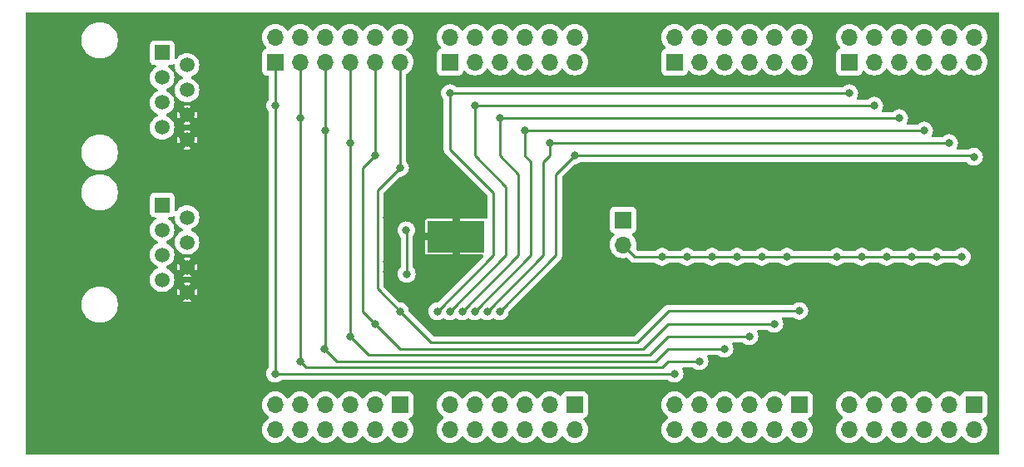
<source format=gbr>
%TF.GenerationSoftware,KiCad,Pcbnew,8.0.2*%
%TF.CreationDate,2025-01-01T18:30:46+01:00*%
%TF.ProjectId,test,74657374-2e6b-4696-9361-645f70636258,rev?*%
%TF.SameCoordinates,Original*%
%TF.FileFunction,Copper,L2,Bot*%
%TF.FilePolarity,Positive*%
%FSLAX46Y46*%
G04 Gerber Fmt 4.6, Leading zero omitted, Abs format (unit mm)*
G04 Created by KiCad (PCBNEW 8.0.2) date 2025-01-01 18:30:46*
%MOMM*%
%LPD*%
G01*
G04 APERTURE LIST*
%TA.AperFunction,ComponentPad*%
%ADD10O,1.700000X1.700000*%
%TD*%
%TA.AperFunction,ComponentPad*%
%ADD11R,1.700000X1.700000*%
%TD*%
%TA.AperFunction,ComponentPad*%
%ADD12R,1.500000X1.500000*%
%TD*%
%TA.AperFunction,ComponentPad*%
%ADD13C,1.500000*%
%TD*%
%TA.AperFunction,ComponentPad*%
%ADD14C,0.600000*%
%TD*%
%TA.AperFunction,SMDPad,CuDef*%
%ADD15R,5.800000X3.200000*%
%TD*%
%TA.AperFunction,ViaPad*%
%ADD16C,0.800000*%
%TD*%
%TA.AperFunction,Conductor*%
%ADD17C,0.250000*%
%TD*%
G04 APERTURE END LIST*
D10*
%TO.P,J3,2,Pin_2*%
%TO.N,Net-(D10-A)*%
X153525000Y-92290000D03*
D11*
%TO.P,J3,1,Pin_1*%
%TO.N,+3V3*%
X153525000Y-89750000D03*
%TD*%
D12*
%TO.P,J2,1*%
%TO.N,/Dout_P*%
X106600000Y-88217500D03*
D13*
%TO.P,J2,2*%
%TO.N,/Dout_N*%
X109140000Y-89487500D03*
%TO.P,J2,3*%
%TO.N,/Cout_N*%
X106600000Y-90757500D03*
%TO.P,J2,4*%
%TO.N,/Cout_P*%
X109140000Y-92027500D03*
%TO.P,J2,5*%
%TO.N,+3V3*%
X106600000Y-93297500D03*
%TO.P,J2,6*%
%TO.N,GND*%
X109140000Y-94567500D03*
%TO.P,J2,7*%
%TO.N,+3V3*%
X106600000Y-95837500D03*
%TO.P,J2,8*%
%TO.N,GND*%
X109140000Y-97107500D03*
%TD*%
D11*
%TO.P,J11,1,Pin_1*%
%TO.N,Net-(D2-K)*%
X189230000Y-108580000D03*
D10*
%TO.P,J11,2,Pin_2*%
%TO.N,+3V3*%
X189230000Y-111120000D03*
%TO.P,J11,3,Pin_3*%
%TO.N,Net-(D3-K)*%
X186690000Y-108580000D03*
%TO.P,J11,4,Pin_4*%
%TO.N,+3V3*%
X186690000Y-111120000D03*
%TO.P,J11,5,Pin_5*%
%TO.N,Net-(D4-K)*%
X184150000Y-108580000D03*
%TO.P,J11,6,Pin_6*%
%TO.N,+3V3*%
X184150000Y-111120000D03*
%TO.P,J11,7,Pin_7*%
%TO.N,Net-(D5-K)*%
X181610000Y-108580000D03*
%TO.P,J11,8,Pin_8*%
%TO.N,+3V3*%
X181610000Y-111120000D03*
%TO.P,J11,9,Pin_9*%
%TO.N,Net-(D6-K)*%
X179070000Y-108580000D03*
%TO.P,J11,10,Pin_10*%
%TO.N,+3V3*%
X179070000Y-111120000D03*
%TO.P,J11,11,Pin_11*%
%TO.N,Net-(D7-K)*%
X176530000Y-108580000D03*
%TO.P,J11,12,Pin_12*%
%TO.N,+3V3*%
X176530000Y-111120000D03*
%TD*%
D11*
%TO.P,J5,1,Pin_1*%
%TO.N,Net-(D7-K)*%
X135890000Y-73665000D03*
D10*
%TO.P,J5,2,Pin_2*%
%TO.N,+3V3*%
X135890000Y-71125000D03*
%TO.P,J5,3,Pin_3*%
%TO.N,Net-(D6-K)*%
X138430000Y-73665000D03*
%TO.P,J5,4,Pin_4*%
%TO.N,+3V3*%
X138430000Y-71125000D03*
%TO.P,J5,5,Pin_5*%
%TO.N,Net-(D5-K)*%
X140970000Y-73665000D03*
%TO.P,J5,6,Pin_6*%
%TO.N,+3V3*%
X140970000Y-71125000D03*
%TO.P,J5,7,Pin_7*%
%TO.N,Net-(D4-K)*%
X143510000Y-73665000D03*
%TO.P,J5,8,Pin_8*%
%TO.N,+3V3*%
X143510000Y-71125000D03*
%TO.P,J5,9,Pin_9*%
%TO.N,Net-(D3-K)*%
X146050000Y-73665000D03*
%TO.P,J5,10,Pin_10*%
%TO.N,+3V3*%
X146050000Y-71125000D03*
%TO.P,J5,11,Pin_11*%
%TO.N,Net-(D2-K)*%
X148590000Y-73665000D03*
%TO.P,J5,12,Pin_12*%
%TO.N,+3V3*%
X148590000Y-71125000D03*
%TD*%
D12*
%TO.P,J1,1*%
%TO.N,/Din_P*%
X106600000Y-72717500D03*
D13*
%TO.P,J1,2*%
%TO.N,/Din_N*%
X109140000Y-73987500D03*
%TO.P,J1,3*%
%TO.N,/Cin_N*%
X106600000Y-75257500D03*
%TO.P,J1,4*%
%TO.N,/Cin_P*%
X109140000Y-76527500D03*
%TO.P,J1,5*%
%TO.N,+3V3*%
X106600000Y-77797500D03*
%TO.P,J1,6*%
%TO.N,GND*%
X109140000Y-79067500D03*
%TO.P,J1,7*%
%TO.N,+3V3*%
X106600000Y-80337500D03*
%TO.P,J1,8*%
%TO.N,GND*%
X109140000Y-81607500D03*
%TD*%
D11*
%TO.P,J7,1,Pin_1*%
%TO.N,Net-(D7-K)*%
X176530000Y-73665000D03*
D10*
%TO.P,J7,2,Pin_2*%
%TO.N,+3V3*%
X176530000Y-71125000D03*
%TO.P,J7,3,Pin_3*%
%TO.N,Net-(D6-K)*%
X179070000Y-73665000D03*
%TO.P,J7,4,Pin_4*%
%TO.N,+3V3*%
X179070000Y-71125000D03*
%TO.P,J7,5,Pin_5*%
%TO.N,Net-(D5-K)*%
X181610000Y-73665000D03*
%TO.P,J7,6,Pin_6*%
%TO.N,+3V3*%
X181610000Y-71125000D03*
%TO.P,J7,7,Pin_7*%
%TO.N,Net-(D4-K)*%
X184150000Y-73665000D03*
%TO.P,J7,8,Pin_8*%
%TO.N,+3V3*%
X184150000Y-71125000D03*
%TO.P,J7,9,Pin_9*%
%TO.N,Net-(D3-K)*%
X186690000Y-73665000D03*
%TO.P,J7,10,Pin_10*%
%TO.N,+3V3*%
X186690000Y-71125000D03*
%TO.P,J7,11,Pin_11*%
%TO.N,Net-(D2-K)*%
X189230000Y-73665000D03*
%TO.P,J7,12,Pin_12*%
%TO.N,+3V3*%
X189230000Y-71125000D03*
%TD*%
D11*
%TO.P,J6,1,Pin_1*%
%TO.N,Net-(D13-K)*%
X158750000Y-73665000D03*
D10*
%TO.P,J6,2,Pin_2*%
%TO.N,+3V3*%
X158750000Y-71125000D03*
%TO.P,J6,3,Pin_3*%
%TO.N,Net-(D12-K)*%
X161290000Y-73665000D03*
%TO.P,J6,4,Pin_4*%
%TO.N,+3V3*%
X161290000Y-71125000D03*
%TO.P,J6,5,Pin_5*%
%TO.N,Net-(D11-K)*%
X163830000Y-73665000D03*
%TO.P,J6,6,Pin_6*%
%TO.N,+3V3*%
X163830000Y-71125000D03*
%TO.P,J6,7,Pin_7*%
%TO.N,Net-(D10-K)*%
X166370000Y-73665000D03*
%TO.P,J6,8,Pin_8*%
%TO.N,+3V3*%
X166370000Y-71125000D03*
%TO.P,J6,9,Pin_9*%
%TO.N,Net-(D9-K)*%
X168910000Y-73665000D03*
%TO.P,J6,10,Pin_10*%
%TO.N,+3V3*%
X168910000Y-71125000D03*
%TO.P,J6,11,Pin_11*%
%TO.N,Net-(D8-K)*%
X171450000Y-73665000D03*
%TO.P,J6,12,Pin_12*%
%TO.N,+3V3*%
X171450000Y-71125000D03*
%TD*%
D11*
%TO.P,J4,1,Pin_1*%
%TO.N,Net-(D13-K)*%
X118110000Y-73665000D03*
D10*
%TO.P,J4,2,Pin_2*%
%TO.N,+3V3*%
X118110000Y-71125000D03*
%TO.P,J4,3,Pin_3*%
%TO.N,Net-(D12-K)*%
X120650000Y-73665000D03*
%TO.P,J4,4,Pin_4*%
%TO.N,+3V3*%
X120650000Y-71125000D03*
%TO.P,J4,5,Pin_5*%
%TO.N,Net-(D11-K)*%
X123190000Y-73665000D03*
%TO.P,J4,6,Pin_6*%
%TO.N,+3V3*%
X123190000Y-71125000D03*
%TO.P,J4,7,Pin_7*%
%TO.N,Net-(D10-K)*%
X125730000Y-73665000D03*
%TO.P,J4,8,Pin_8*%
%TO.N,+3V3*%
X125730000Y-71125000D03*
%TO.P,J4,9,Pin_9*%
%TO.N,Net-(D9-K)*%
X128270000Y-73665000D03*
%TO.P,J4,10,Pin_10*%
%TO.N,+3V3*%
X128270000Y-71125000D03*
%TO.P,J4,11,Pin_11*%
%TO.N,Net-(D8-K)*%
X130810000Y-73665000D03*
%TO.P,J4,12,Pin_12*%
%TO.N,+3V3*%
X130810000Y-71125000D03*
%TD*%
D11*
%TO.P,J8,1,Pin_1*%
%TO.N,Net-(D8-K)*%
X130810000Y-108580000D03*
D10*
%TO.P,J8,2,Pin_2*%
%TO.N,+3V3*%
X130810000Y-111120000D03*
%TO.P,J8,3,Pin_3*%
%TO.N,Net-(D9-K)*%
X128270000Y-108580000D03*
%TO.P,J8,4,Pin_4*%
%TO.N,+3V3*%
X128270000Y-111120000D03*
%TO.P,J8,5,Pin_5*%
%TO.N,Net-(D10-K)*%
X125730000Y-108580000D03*
%TO.P,J8,6,Pin_6*%
%TO.N,+3V3*%
X125730000Y-111120000D03*
%TO.P,J8,7,Pin_7*%
%TO.N,Net-(D11-K)*%
X123190000Y-108580000D03*
%TO.P,J8,8,Pin_8*%
%TO.N,+3V3*%
X123190000Y-111120000D03*
%TO.P,J8,9,Pin_9*%
%TO.N,Net-(D12-K)*%
X120650000Y-108580000D03*
%TO.P,J8,10,Pin_10*%
%TO.N,+3V3*%
X120650000Y-111120000D03*
%TO.P,J8,11,Pin_11*%
%TO.N,Net-(D13-K)*%
X118110000Y-108580000D03*
%TO.P,J8,12,Pin_12*%
%TO.N,+3V3*%
X118110000Y-111120000D03*
%TD*%
D11*
%TO.P,J10,1,Pin_1*%
%TO.N,Net-(D8-K)*%
X171450000Y-108580000D03*
D10*
%TO.P,J10,2,Pin_2*%
%TO.N,+3V3*%
X171450000Y-111120000D03*
%TO.P,J10,3,Pin_3*%
%TO.N,Net-(D9-K)*%
X168910000Y-108580000D03*
%TO.P,J10,4,Pin_4*%
%TO.N,+3V3*%
X168910000Y-111120000D03*
%TO.P,J10,5,Pin_5*%
%TO.N,Net-(D10-K)*%
X166370000Y-108580000D03*
%TO.P,J10,6,Pin_6*%
%TO.N,+3V3*%
X166370000Y-111120000D03*
%TO.P,J10,7,Pin_7*%
%TO.N,Net-(D11-K)*%
X163830000Y-108580000D03*
%TO.P,J10,8,Pin_8*%
%TO.N,+3V3*%
X163830000Y-111120000D03*
%TO.P,J10,9,Pin_9*%
%TO.N,Net-(D12-K)*%
X161290000Y-108580000D03*
%TO.P,J10,10,Pin_10*%
%TO.N,+3V3*%
X161290000Y-111120000D03*
%TO.P,J10,11,Pin_11*%
%TO.N,Net-(D13-K)*%
X158750000Y-108580000D03*
%TO.P,J10,12,Pin_12*%
%TO.N,+3V3*%
X158750000Y-111120000D03*
%TD*%
D14*
%TO.P,U2,21,GND*%
%TO.N,GND*%
X139125000Y-90140000D03*
X137825000Y-90140000D03*
X136525000Y-90140000D03*
X135225000Y-90140000D03*
X133925000Y-90140000D03*
X139125000Y-91440000D03*
X137825000Y-91440000D03*
X136525000Y-91440000D03*
D15*
X136525000Y-91440000D03*
D14*
X135225000Y-91440000D03*
X133925000Y-91440000D03*
X139125000Y-92740000D03*
X137825000Y-92740000D03*
X136525000Y-92740000D03*
X135225000Y-92740000D03*
X133925000Y-92740000D03*
%TD*%
D11*
%TO.P,J9,1,Pin_1*%
%TO.N,Net-(D2-K)*%
X148590000Y-108580000D03*
D10*
%TO.P,J9,2,Pin_2*%
%TO.N,+3V3*%
X148590000Y-111120000D03*
%TO.P,J9,3,Pin_3*%
%TO.N,Net-(D3-K)*%
X146050000Y-108580000D03*
%TO.P,J9,4,Pin_4*%
%TO.N,+3V3*%
X146050000Y-111120000D03*
%TO.P,J9,5,Pin_5*%
%TO.N,Net-(D4-K)*%
X143510000Y-108580000D03*
%TO.P,J9,6,Pin_6*%
%TO.N,+3V3*%
X143510000Y-111120000D03*
%TO.P,J9,7,Pin_7*%
%TO.N,Net-(D5-K)*%
X140970000Y-108580000D03*
%TO.P,J9,8,Pin_8*%
%TO.N,+3V3*%
X140970000Y-111120000D03*
%TO.P,J9,9,Pin_9*%
%TO.N,Net-(D6-K)*%
X138430000Y-108580000D03*
%TO.P,J9,10,Pin_10*%
%TO.N,+3V3*%
X138430000Y-111120000D03*
%TO.P,J9,11,Pin_11*%
%TO.N,Net-(D7-K)*%
X135890000Y-108580000D03*
%TO.P,J9,12,Pin_12*%
%TO.N,+3V3*%
X135890000Y-111120000D03*
%TD*%
D16*
%TO.N,GND*%
X131465000Y-89535000D03*
X129500000Y-95000000D03*
X130500000Y-89535000D03*
X100065000Y-107500000D03*
X130500000Y-93980000D03*
X129500000Y-93980000D03*
X129500000Y-89535000D03*
X144780000Y-97155000D03*
%TO.N,Net-(D10-A)*%
X167640000Y-93500000D03*
X170180000Y-93500000D03*
X162560000Y-93500000D03*
X182880000Y-93500000D03*
X177800000Y-93500000D03*
X160020000Y-93500000D03*
X165100000Y-93500000D03*
X175260000Y-93500000D03*
X188000000Y-93500000D03*
X180340000Y-93500000D03*
X185420000Y-93500000D03*
X157480000Y-93500000D03*
%TO.N,Net-(D2-K)*%
X140970000Y-99060000D03*
X148590000Y-83185000D03*
X189230000Y-83312000D03*
%TO.N,Net-(D3-K)*%
X146050000Y-81915000D03*
X139700000Y-99060000D03*
X186690000Y-81915000D03*
%TO.N,Net-(D4-K)*%
X184150000Y-80645000D03*
X143510000Y-80645000D03*
X138430000Y-99060000D03*
%TO.N,Net-(D5-K)*%
X137160000Y-99060000D03*
X140970000Y-79375000D03*
X181610000Y-79375000D03*
%TO.N,Net-(D6-K)*%
X135890000Y-99060000D03*
X138430000Y-78105000D03*
X179070000Y-78105000D03*
%TO.N,Net-(D7-K)*%
X134620000Y-99060000D03*
X135890000Y-76835000D03*
X176530000Y-76835000D03*
%TO.N,Net-(U1-DIN2)*%
X131445000Y-90805000D03*
X131500000Y-95250000D03*
%TO.N,Net-(D8-K)*%
X130810000Y-99060000D03*
X171450000Y-99022500D03*
X130810000Y-84455000D03*
%TO.N,Net-(D9-K)*%
X128270000Y-100330000D03*
X168910000Y-100330000D03*
X128270000Y-83185000D03*
%TO.N,Net-(D10-K)*%
X125730000Y-81915000D03*
X166370000Y-101600000D03*
X125730000Y-101600000D03*
%TO.N,Net-(D11-K)*%
X163830000Y-102870000D03*
X123190000Y-80645000D03*
X123115000Y-102907500D03*
%TO.N,Net-(D12-K)*%
X120650000Y-79375000D03*
X120650000Y-104140000D03*
X161290000Y-104140000D03*
%TO.N,Net-(D13-K)*%
X118110000Y-78105000D03*
X118110000Y-105410000D03*
X158750000Y-105410000D03*
%TD*%
D17*
%TO.N,Net-(U1-DIN2)*%
X131500000Y-90860000D02*
X131445000Y-90805000D01*
X131500000Y-95250000D02*
X131500000Y-90860000D01*
%TO.N,Net-(D8-K)*%
X128500000Y-86765000D02*
X130810000Y-84455000D01*
X128500000Y-96750000D02*
X128500000Y-86765000D01*
X130810000Y-99060000D02*
X128500000Y-96750000D01*
%TO.N,Net-(D9-K)*%
X127000000Y-84455000D02*
X128270000Y-83185000D01*
X128270000Y-100330000D02*
X127000000Y-99060000D01*
X127000000Y-99060000D02*
X127000000Y-84455000D01*
%TO.N,Net-(D10-A)*%
X154735000Y-93500000D02*
X157480000Y-93500000D01*
X153525000Y-92290000D02*
X154735000Y-93500000D01*
X185420000Y-93500000D02*
X188000000Y-93500000D01*
X157480000Y-93500000D02*
X160020000Y-93500000D01*
X160020000Y-93500000D02*
X162560000Y-93500000D01*
X162560000Y-93500000D02*
X165100000Y-93500000D01*
X165100000Y-93500000D02*
X167640000Y-93500000D01*
X167640000Y-93500000D02*
X170180000Y-93500000D01*
X170180000Y-93500000D02*
X175260000Y-93500000D01*
X175260000Y-93500000D02*
X177800000Y-93500000D01*
X177800000Y-93500000D02*
X180340000Y-93500000D01*
X180340000Y-93500000D02*
X182880000Y-93500000D01*
X182880000Y-93500000D02*
X185420000Y-93500000D01*
%TO.N,Net-(D2-K)*%
X140970000Y-99060000D02*
X146685000Y-93345000D01*
X146685000Y-85090000D02*
X148590000Y-83185000D01*
X148590000Y-83185000D02*
X189103000Y-83185000D01*
X146685000Y-93345000D02*
X146685000Y-85090000D01*
X189103000Y-83185000D02*
X189230000Y-83312000D01*
%TO.N,Net-(D3-K)*%
X145415000Y-93345000D02*
X145415000Y-83820000D01*
X145415000Y-83820000D02*
X146050000Y-83185000D01*
X139700000Y-99060000D02*
X145415000Y-93345000D01*
X146050000Y-81915000D02*
X186690000Y-81915000D01*
X146050000Y-83185000D02*
X146050000Y-81915000D01*
%TO.N,Net-(D4-K)*%
X138430000Y-99060000D02*
X144145000Y-93345000D01*
X144145000Y-93345000D02*
X144145000Y-83820000D01*
X143510000Y-80645000D02*
X184150000Y-80645000D01*
X143510000Y-83185000D02*
X143510000Y-80645000D01*
X144145000Y-83820000D02*
X143510000Y-83185000D01*
%TO.N,Net-(D5-K)*%
X142875000Y-93345000D02*
X142875000Y-85090000D01*
X142875000Y-85090000D02*
X140970000Y-83185000D01*
X137160000Y-99060000D02*
X142875000Y-93345000D01*
X140970000Y-83185000D02*
X140970000Y-79375000D01*
X181610000Y-79375000D02*
X140970000Y-79375000D01*
%TO.N,Net-(D6-K)*%
X179070000Y-78105000D02*
X138430000Y-78105000D01*
X141605000Y-93345000D02*
X141605000Y-86360000D01*
X141605000Y-86360000D02*
X138430000Y-83185000D01*
X135890000Y-99060000D02*
X141605000Y-93345000D01*
X138430000Y-83185000D02*
X138430000Y-78105000D01*
%TO.N,Net-(D7-K)*%
X135890000Y-76835000D02*
X176530000Y-76835000D01*
X140335000Y-93345000D02*
X140335000Y-86995000D01*
X134620000Y-99060000D02*
X140335000Y-93345000D01*
X135890000Y-82550000D02*
X135890000Y-76835000D01*
X140335000Y-86995000D02*
X135890000Y-82550000D01*
%TO.N,Net-(D8-K)*%
X154940000Y-102235000D02*
X158152500Y-99022500D01*
X133985000Y-102235000D02*
X154940000Y-102235000D01*
X130810000Y-74295000D02*
X130810000Y-84455000D01*
X158152500Y-99022500D02*
X171450000Y-99022500D01*
X130810000Y-99060000D02*
X133985000Y-102235000D01*
%TO.N,Net-(D9-K)*%
X155575000Y-102870000D02*
X130810000Y-102870000D01*
X130810000Y-102870000D02*
X128270000Y-100330000D01*
X158115000Y-100330000D02*
X155575000Y-102870000D01*
X168910000Y-100330000D02*
X158115000Y-100330000D01*
X128270000Y-83185000D02*
X128270000Y-74295000D01*
%TO.N,Net-(D10-K)*%
X166370000Y-101600000D02*
X158115000Y-101600000D01*
X158115000Y-101600000D02*
X156210000Y-103505000D01*
X125730000Y-101600000D02*
X125730000Y-81915000D01*
X127635000Y-103505000D02*
X125730000Y-101600000D01*
X125730000Y-74295000D02*
X125730000Y-81915000D01*
X156210000Y-103505000D02*
X127635000Y-103505000D01*
%TO.N,Net-(D11-K)*%
X123190000Y-74295000D02*
X123190000Y-80645000D01*
X124385000Y-104177500D02*
X123115000Y-102907500D01*
X156844651Y-104140000D02*
X124385000Y-104140000D01*
X158114651Y-102870000D02*
X156844651Y-104140000D01*
X123115000Y-102907500D02*
X123190000Y-102832500D01*
X163830000Y-102870000D02*
X158114651Y-102870000D01*
X123190000Y-102795000D02*
X123190000Y-80645000D01*
%TO.N,Net-(D12-K)*%
X120650000Y-104140000D02*
X121285000Y-104775000D01*
X121285000Y-104775000D02*
X157480000Y-104775000D01*
X120650000Y-79375000D02*
X120650000Y-74295000D01*
X120650000Y-79375000D02*
X120650000Y-104140000D01*
X157480000Y-104775000D02*
X158115000Y-104140000D01*
X158115000Y-104140000D02*
X161290000Y-104140000D01*
%TO.N,Net-(D13-K)*%
X158750000Y-105410000D02*
X118110000Y-105410000D01*
X118110000Y-74295000D02*
X118110000Y-105410000D01*
%TD*%
%TA.AperFunction,Conductor*%
%TO.N,GND*%
G36*
X191713039Y-68599685D02*
G01*
X191758794Y-68652489D01*
X191770000Y-68704000D01*
X191770000Y-113541000D01*
X191750315Y-113608039D01*
X191697511Y-113653794D01*
X191646000Y-113665000D01*
X92834000Y-113665000D01*
X92766961Y-113645315D01*
X92721206Y-113592511D01*
X92710000Y-113541000D01*
X92710000Y-108579999D01*
X116754341Y-108579999D01*
X116754341Y-108580000D01*
X116774936Y-108815403D01*
X116774938Y-108815413D01*
X116836094Y-109043655D01*
X116836096Y-109043659D01*
X116836097Y-109043663D01*
X116840000Y-109052032D01*
X116935965Y-109257830D01*
X116935967Y-109257834D01*
X117044281Y-109412521D01*
X117071501Y-109451396D01*
X117071506Y-109451402D01*
X117238597Y-109618493D01*
X117238603Y-109618498D01*
X117424158Y-109748425D01*
X117467783Y-109803002D01*
X117474977Y-109872500D01*
X117443454Y-109934855D01*
X117424158Y-109951575D01*
X117238597Y-110081505D01*
X117071505Y-110248597D01*
X116935965Y-110442169D01*
X116935964Y-110442171D01*
X116836098Y-110656335D01*
X116836094Y-110656344D01*
X116774938Y-110884586D01*
X116774936Y-110884596D01*
X116754341Y-111119999D01*
X116754341Y-111120000D01*
X116774936Y-111355403D01*
X116774938Y-111355413D01*
X116836094Y-111583655D01*
X116836096Y-111583659D01*
X116836097Y-111583663D01*
X116840000Y-111592032D01*
X116935965Y-111797830D01*
X116935967Y-111797834D01*
X117044281Y-111952521D01*
X117071505Y-111991401D01*
X117238599Y-112158495D01*
X117335384Y-112226265D01*
X117432165Y-112294032D01*
X117432167Y-112294033D01*
X117432170Y-112294035D01*
X117646337Y-112393903D01*
X117874592Y-112455063D01*
X118062918Y-112471539D01*
X118109999Y-112475659D01*
X118110000Y-112475659D01*
X118110001Y-112475659D01*
X118149234Y-112472226D01*
X118345408Y-112455063D01*
X118573663Y-112393903D01*
X118787830Y-112294035D01*
X118981401Y-112158495D01*
X119148495Y-111991401D01*
X119278425Y-111805842D01*
X119333002Y-111762217D01*
X119402500Y-111755023D01*
X119464855Y-111786546D01*
X119481575Y-111805842D01*
X119611500Y-111991395D01*
X119611505Y-111991401D01*
X119778599Y-112158495D01*
X119875384Y-112226265D01*
X119972165Y-112294032D01*
X119972167Y-112294033D01*
X119972170Y-112294035D01*
X120186337Y-112393903D01*
X120414592Y-112455063D01*
X120602918Y-112471539D01*
X120649999Y-112475659D01*
X120650000Y-112475659D01*
X120650001Y-112475659D01*
X120689234Y-112472226D01*
X120885408Y-112455063D01*
X121113663Y-112393903D01*
X121327830Y-112294035D01*
X121521401Y-112158495D01*
X121688495Y-111991401D01*
X121818425Y-111805842D01*
X121873002Y-111762217D01*
X121942500Y-111755023D01*
X122004855Y-111786546D01*
X122021575Y-111805842D01*
X122151500Y-111991395D01*
X122151505Y-111991401D01*
X122318599Y-112158495D01*
X122415384Y-112226265D01*
X122512165Y-112294032D01*
X122512167Y-112294033D01*
X122512170Y-112294035D01*
X122726337Y-112393903D01*
X122954592Y-112455063D01*
X123142918Y-112471539D01*
X123189999Y-112475659D01*
X123190000Y-112475659D01*
X123190001Y-112475659D01*
X123229234Y-112472226D01*
X123425408Y-112455063D01*
X123653663Y-112393903D01*
X123867830Y-112294035D01*
X124061401Y-112158495D01*
X124228495Y-111991401D01*
X124358425Y-111805842D01*
X124413002Y-111762217D01*
X124482500Y-111755023D01*
X124544855Y-111786546D01*
X124561575Y-111805842D01*
X124691500Y-111991395D01*
X124691505Y-111991401D01*
X124858599Y-112158495D01*
X124955384Y-112226265D01*
X125052165Y-112294032D01*
X125052167Y-112294033D01*
X125052170Y-112294035D01*
X125266337Y-112393903D01*
X125494592Y-112455063D01*
X125682918Y-112471539D01*
X125729999Y-112475659D01*
X125730000Y-112475659D01*
X125730001Y-112475659D01*
X125769234Y-112472226D01*
X125965408Y-112455063D01*
X126193663Y-112393903D01*
X126407830Y-112294035D01*
X126601401Y-112158495D01*
X126768495Y-111991401D01*
X126898425Y-111805842D01*
X126953002Y-111762217D01*
X127022500Y-111755023D01*
X127084855Y-111786546D01*
X127101575Y-111805842D01*
X127231500Y-111991395D01*
X127231505Y-111991401D01*
X127398599Y-112158495D01*
X127495384Y-112226265D01*
X127592165Y-112294032D01*
X127592167Y-112294033D01*
X127592170Y-112294035D01*
X127806337Y-112393903D01*
X128034592Y-112455063D01*
X128222918Y-112471539D01*
X128269999Y-112475659D01*
X128270000Y-112475659D01*
X128270001Y-112475659D01*
X128309234Y-112472226D01*
X128505408Y-112455063D01*
X128733663Y-112393903D01*
X128947830Y-112294035D01*
X129141401Y-112158495D01*
X129308495Y-111991401D01*
X129438425Y-111805842D01*
X129493002Y-111762217D01*
X129562500Y-111755023D01*
X129624855Y-111786546D01*
X129641575Y-111805842D01*
X129771500Y-111991395D01*
X129771505Y-111991401D01*
X129938599Y-112158495D01*
X130035384Y-112226265D01*
X130132165Y-112294032D01*
X130132167Y-112294033D01*
X130132170Y-112294035D01*
X130346337Y-112393903D01*
X130574592Y-112455063D01*
X130762918Y-112471539D01*
X130809999Y-112475659D01*
X130810000Y-112475659D01*
X130810001Y-112475659D01*
X130849234Y-112472226D01*
X131045408Y-112455063D01*
X131273663Y-112393903D01*
X131487830Y-112294035D01*
X131681401Y-112158495D01*
X131848495Y-111991401D01*
X131984035Y-111797830D01*
X132083903Y-111583663D01*
X132145063Y-111355408D01*
X132165659Y-111120000D01*
X132145063Y-110884592D01*
X132083903Y-110656337D01*
X131984035Y-110442171D01*
X131978424Y-110434158D01*
X131848496Y-110248600D01*
X131848493Y-110248597D01*
X131726567Y-110126671D01*
X131693084Y-110065351D01*
X131698068Y-109995659D01*
X131739939Y-109939725D01*
X131770915Y-109922810D01*
X131902331Y-109873796D01*
X132017546Y-109787546D01*
X132103796Y-109672331D01*
X132154091Y-109537483D01*
X132160500Y-109477873D01*
X132160499Y-108579999D01*
X134534341Y-108579999D01*
X134534341Y-108580000D01*
X134554936Y-108815403D01*
X134554938Y-108815413D01*
X134616094Y-109043655D01*
X134616096Y-109043659D01*
X134616097Y-109043663D01*
X134620000Y-109052032D01*
X134715965Y-109257830D01*
X134715967Y-109257834D01*
X134824281Y-109412521D01*
X134851501Y-109451396D01*
X134851506Y-109451402D01*
X135018597Y-109618493D01*
X135018603Y-109618498D01*
X135204158Y-109748425D01*
X135247783Y-109803002D01*
X135254977Y-109872500D01*
X135223454Y-109934855D01*
X135204158Y-109951575D01*
X135018597Y-110081505D01*
X134851505Y-110248597D01*
X134715965Y-110442169D01*
X134715964Y-110442171D01*
X134616098Y-110656335D01*
X134616094Y-110656344D01*
X134554938Y-110884586D01*
X134554936Y-110884596D01*
X134534341Y-111119999D01*
X134534341Y-111120000D01*
X134554936Y-111355403D01*
X134554938Y-111355413D01*
X134616094Y-111583655D01*
X134616096Y-111583659D01*
X134616097Y-111583663D01*
X134620000Y-111592032D01*
X134715965Y-111797830D01*
X134715967Y-111797834D01*
X134824281Y-111952521D01*
X134851505Y-111991401D01*
X135018599Y-112158495D01*
X135115384Y-112226265D01*
X135212165Y-112294032D01*
X135212167Y-112294033D01*
X135212170Y-112294035D01*
X135426337Y-112393903D01*
X135654592Y-112455063D01*
X135842918Y-112471539D01*
X135889999Y-112475659D01*
X135890000Y-112475659D01*
X135890001Y-112475659D01*
X135929234Y-112472226D01*
X136125408Y-112455063D01*
X136353663Y-112393903D01*
X136567830Y-112294035D01*
X136761401Y-112158495D01*
X136928495Y-111991401D01*
X137058425Y-111805842D01*
X137113002Y-111762217D01*
X137182500Y-111755023D01*
X137244855Y-111786546D01*
X137261575Y-111805842D01*
X137391500Y-111991395D01*
X137391505Y-111991401D01*
X137558599Y-112158495D01*
X137655384Y-112226265D01*
X137752165Y-112294032D01*
X137752167Y-112294033D01*
X137752170Y-112294035D01*
X137966337Y-112393903D01*
X138194592Y-112455063D01*
X138382918Y-112471539D01*
X138429999Y-112475659D01*
X138430000Y-112475659D01*
X138430001Y-112475659D01*
X138469234Y-112472226D01*
X138665408Y-112455063D01*
X138893663Y-112393903D01*
X139107830Y-112294035D01*
X139301401Y-112158495D01*
X139468495Y-111991401D01*
X139598425Y-111805842D01*
X139653002Y-111762217D01*
X139722500Y-111755023D01*
X139784855Y-111786546D01*
X139801575Y-111805842D01*
X139931500Y-111991395D01*
X139931505Y-111991401D01*
X140098599Y-112158495D01*
X140195384Y-112226265D01*
X140292165Y-112294032D01*
X140292167Y-112294033D01*
X140292170Y-112294035D01*
X140506337Y-112393903D01*
X140734592Y-112455063D01*
X140922918Y-112471539D01*
X140969999Y-112475659D01*
X140970000Y-112475659D01*
X140970001Y-112475659D01*
X141009234Y-112472226D01*
X141205408Y-112455063D01*
X141433663Y-112393903D01*
X141647830Y-112294035D01*
X141841401Y-112158495D01*
X142008495Y-111991401D01*
X142138425Y-111805842D01*
X142193002Y-111762217D01*
X142262500Y-111755023D01*
X142324855Y-111786546D01*
X142341575Y-111805842D01*
X142471500Y-111991395D01*
X142471505Y-111991401D01*
X142638599Y-112158495D01*
X142735384Y-112226265D01*
X142832165Y-112294032D01*
X142832167Y-112294033D01*
X142832170Y-112294035D01*
X143046337Y-112393903D01*
X143274592Y-112455063D01*
X143462918Y-112471539D01*
X143509999Y-112475659D01*
X143510000Y-112475659D01*
X143510001Y-112475659D01*
X143549234Y-112472226D01*
X143745408Y-112455063D01*
X143973663Y-112393903D01*
X144187830Y-112294035D01*
X144381401Y-112158495D01*
X144548495Y-111991401D01*
X144678425Y-111805842D01*
X144733002Y-111762217D01*
X144802500Y-111755023D01*
X144864855Y-111786546D01*
X144881575Y-111805842D01*
X145011500Y-111991395D01*
X145011505Y-111991401D01*
X145178599Y-112158495D01*
X145275384Y-112226265D01*
X145372165Y-112294032D01*
X145372167Y-112294033D01*
X145372170Y-112294035D01*
X145586337Y-112393903D01*
X145814592Y-112455063D01*
X146002918Y-112471539D01*
X146049999Y-112475659D01*
X146050000Y-112475659D01*
X146050001Y-112475659D01*
X146089234Y-112472226D01*
X146285408Y-112455063D01*
X146513663Y-112393903D01*
X146727830Y-112294035D01*
X146921401Y-112158495D01*
X147088495Y-111991401D01*
X147218425Y-111805842D01*
X147273002Y-111762217D01*
X147342500Y-111755023D01*
X147404855Y-111786546D01*
X147421575Y-111805842D01*
X147551500Y-111991395D01*
X147551505Y-111991401D01*
X147718599Y-112158495D01*
X147815384Y-112226265D01*
X147912165Y-112294032D01*
X147912167Y-112294033D01*
X147912170Y-112294035D01*
X148126337Y-112393903D01*
X148354592Y-112455063D01*
X148542918Y-112471539D01*
X148589999Y-112475659D01*
X148590000Y-112475659D01*
X148590001Y-112475659D01*
X148629234Y-112472226D01*
X148825408Y-112455063D01*
X149053663Y-112393903D01*
X149267830Y-112294035D01*
X149461401Y-112158495D01*
X149628495Y-111991401D01*
X149764035Y-111797830D01*
X149863903Y-111583663D01*
X149925063Y-111355408D01*
X149945659Y-111120000D01*
X149925063Y-110884592D01*
X149863903Y-110656337D01*
X149764035Y-110442171D01*
X149758424Y-110434158D01*
X149628496Y-110248600D01*
X149628493Y-110248597D01*
X149506567Y-110126671D01*
X149473084Y-110065351D01*
X149478068Y-109995659D01*
X149519939Y-109939725D01*
X149550915Y-109922810D01*
X149682331Y-109873796D01*
X149797546Y-109787546D01*
X149883796Y-109672331D01*
X149934091Y-109537483D01*
X149940500Y-109477873D01*
X149940499Y-108579999D01*
X157394341Y-108579999D01*
X157394341Y-108580000D01*
X157414936Y-108815403D01*
X157414938Y-108815413D01*
X157476094Y-109043655D01*
X157476096Y-109043659D01*
X157476097Y-109043663D01*
X157480000Y-109052032D01*
X157575965Y-109257830D01*
X157575967Y-109257834D01*
X157684281Y-109412521D01*
X157711501Y-109451396D01*
X157711506Y-109451402D01*
X157878597Y-109618493D01*
X157878603Y-109618498D01*
X158064158Y-109748425D01*
X158107783Y-109803002D01*
X158114977Y-109872500D01*
X158083454Y-109934855D01*
X158064158Y-109951575D01*
X157878597Y-110081505D01*
X157711505Y-110248597D01*
X157575965Y-110442169D01*
X157575964Y-110442171D01*
X157476098Y-110656335D01*
X157476094Y-110656344D01*
X157414938Y-110884586D01*
X157414936Y-110884596D01*
X157394341Y-111119999D01*
X157394341Y-111120000D01*
X157414936Y-111355403D01*
X157414938Y-111355413D01*
X157476094Y-111583655D01*
X157476096Y-111583659D01*
X157476097Y-111583663D01*
X157480000Y-111592032D01*
X157575965Y-111797830D01*
X157575967Y-111797834D01*
X157684281Y-111952521D01*
X157711505Y-111991401D01*
X157878599Y-112158495D01*
X157975384Y-112226265D01*
X158072165Y-112294032D01*
X158072167Y-112294033D01*
X158072170Y-112294035D01*
X158286337Y-112393903D01*
X158514592Y-112455063D01*
X158702918Y-112471539D01*
X158749999Y-112475659D01*
X158750000Y-112475659D01*
X158750001Y-112475659D01*
X158789234Y-112472226D01*
X158985408Y-112455063D01*
X159213663Y-112393903D01*
X159427830Y-112294035D01*
X159621401Y-112158495D01*
X159788495Y-111991401D01*
X159918425Y-111805842D01*
X159973002Y-111762217D01*
X160042500Y-111755023D01*
X160104855Y-111786546D01*
X160121575Y-111805842D01*
X160251500Y-111991395D01*
X160251505Y-111991401D01*
X160418599Y-112158495D01*
X160515384Y-112226265D01*
X160612165Y-112294032D01*
X160612167Y-112294033D01*
X160612170Y-112294035D01*
X160826337Y-112393903D01*
X161054592Y-112455063D01*
X161242918Y-112471539D01*
X161289999Y-112475659D01*
X161290000Y-112475659D01*
X161290001Y-112475659D01*
X161329234Y-112472226D01*
X161525408Y-112455063D01*
X161753663Y-112393903D01*
X161967830Y-112294035D01*
X162161401Y-112158495D01*
X162328495Y-111991401D01*
X162458425Y-111805842D01*
X162513002Y-111762217D01*
X162582500Y-111755023D01*
X162644855Y-111786546D01*
X162661575Y-111805842D01*
X162791500Y-111991395D01*
X162791505Y-111991401D01*
X162958599Y-112158495D01*
X163055384Y-112226265D01*
X163152165Y-112294032D01*
X163152167Y-112294033D01*
X163152170Y-112294035D01*
X163366337Y-112393903D01*
X163594592Y-112455063D01*
X163782918Y-112471539D01*
X163829999Y-112475659D01*
X163830000Y-112475659D01*
X163830001Y-112475659D01*
X163869234Y-112472226D01*
X164065408Y-112455063D01*
X164293663Y-112393903D01*
X164507830Y-112294035D01*
X164701401Y-112158495D01*
X164868495Y-111991401D01*
X164998425Y-111805842D01*
X165053002Y-111762217D01*
X165122500Y-111755023D01*
X165184855Y-111786546D01*
X165201575Y-111805842D01*
X165331500Y-111991395D01*
X165331505Y-111991401D01*
X165498599Y-112158495D01*
X165595384Y-112226265D01*
X165692165Y-112294032D01*
X165692167Y-112294033D01*
X165692170Y-112294035D01*
X165906337Y-112393903D01*
X166134592Y-112455063D01*
X166322918Y-112471539D01*
X166369999Y-112475659D01*
X166370000Y-112475659D01*
X166370001Y-112475659D01*
X166409234Y-112472226D01*
X166605408Y-112455063D01*
X166833663Y-112393903D01*
X167047830Y-112294035D01*
X167241401Y-112158495D01*
X167408495Y-111991401D01*
X167538425Y-111805842D01*
X167593002Y-111762217D01*
X167662500Y-111755023D01*
X167724855Y-111786546D01*
X167741575Y-111805842D01*
X167871500Y-111991395D01*
X167871505Y-111991401D01*
X168038599Y-112158495D01*
X168135384Y-112226265D01*
X168232165Y-112294032D01*
X168232167Y-112294033D01*
X168232170Y-112294035D01*
X168446337Y-112393903D01*
X168674592Y-112455063D01*
X168862918Y-112471539D01*
X168909999Y-112475659D01*
X168910000Y-112475659D01*
X168910001Y-112475659D01*
X168949234Y-112472226D01*
X169145408Y-112455063D01*
X169373663Y-112393903D01*
X169587830Y-112294035D01*
X169781401Y-112158495D01*
X169948495Y-111991401D01*
X170078425Y-111805842D01*
X170133002Y-111762217D01*
X170202500Y-111755023D01*
X170264855Y-111786546D01*
X170281575Y-111805842D01*
X170411500Y-111991395D01*
X170411505Y-111991401D01*
X170578599Y-112158495D01*
X170675384Y-112226265D01*
X170772165Y-112294032D01*
X170772167Y-112294033D01*
X170772170Y-112294035D01*
X170986337Y-112393903D01*
X171214592Y-112455063D01*
X171402918Y-112471539D01*
X171449999Y-112475659D01*
X171450000Y-112475659D01*
X171450001Y-112475659D01*
X171489234Y-112472226D01*
X171685408Y-112455063D01*
X171913663Y-112393903D01*
X172127830Y-112294035D01*
X172321401Y-112158495D01*
X172488495Y-111991401D01*
X172624035Y-111797830D01*
X172723903Y-111583663D01*
X172785063Y-111355408D01*
X172805659Y-111120000D01*
X172785063Y-110884592D01*
X172723903Y-110656337D01*
X172624035Y-110442171D01*
X172618424Y-110434158D01*
X172488496Y-110248600D01*
X172488493Y-110248597D01*
X172366567Y-110126671D01*
X172333084Y-110065351D01*
X172338068Y-109995659D01*
X172379939Y-109939725D01*
X172410915Y-109922810D01*
X172542331Y-109873796D01*
X172657546Y-109787546D01*
X172743796Y-109672331D01*
X172794091Y-109537483D01*
X172800500Y-109477873D01*
X172800499Y-108579999D01*
X175174341Y-108579999D01*
X175174341Y-108580000D01*
X175194936Y-108815403D01*
X175194938Y-108815413D01*
X175256094Y-109043655D01*
X175256096Y-109043659D01*
X175256097Y-109043663D01*
X175260000Y-109052032D01*
X175355965Y-109257830D01*
X175355967Y-109257834D01*
X175464281Y-109412521D01*
X175491501Y-109451396D01*
X175491506Y-109451402D01*
X175658597Y-109618493D01*
X175658603Y-109618498D01*
X175844158Y-109748425D01*
X175887783Y-109803002D01*
X175894977Y-109872500D01*
X175863454Y-109934855D01*
X175844158Y-109951575D01*
X175658597Y-110081505D01*
X175491505Y-110248597D01*
X175355965Y-110442169D01*
X175355964Y-110442171D01*
X175256098Y-110656335D01*
X175256094Y-110656344D01*
X175194938Y-110884586D01*
X175194936Y-110884596D01*
X175174341Y-111119999D01*
X175174341Y-111120000D01*
X175194936Y-111355403D01*
X175194938Y-111355413D01*
X175256094Y-111583655D01*
X175256096Y-111583659D01*
X175256097Y-111583663D01*
X175260000Y-111592032D01*
X175355965Y-111797830D01*
X175355967Y-111797834D01*
X175464281Y-111952521D01*
X175491505Y-111991401D01*
X175658599Y-112158495D01*
X175755384Y-112226265D01*
X175852165Y-112294032D01*
X175852167Y-112294033D01*
X175852170Y-112294035D01*
X176066337Y-112393903D01*
X176294592Y-112455063D01*
X176482918Y-112471539D01*
X176529999Y-112475659D01*
X176530000Y-112475659D01*
X176530001Y-112475659D01*
X176569234Y-112472226D01*
X176765408Y-112455063D01*
X176993663Y-112393903D01*
X177207830Y-112294035D01*
X177401401Y-112158495D01*
X177568495Y-111991401D01*
X177698425Y-111805842D01*
X177753002Y-111762217D01*
X177822500Y-111755023D01*
X177884855Y-111786546D01*
X177901575Y-111805842D01*
X178031500Y-111991395D01*
X178031505Y-111991401D01*
X178198599Y-112158495D01*
X178295384Y-112226265D01*
X178392165Y-112294032D01*
X178392167Y-112294033D01*
X178392170Y-112294035D01*
X178606337Y-112393903D01*
X178834592Y-112455063D01*
X179022918Y-112471539D01*
X179069999Y-112475659D01*
X179070000Y-112475659D01*
X179070001Y-112475659D01*
X179109234Y-112472226D01*
X179305408Y-112455063D01*
X179533663Y-112393903D01*
X179747830Y-112294035D01*
X179941401Y-112158495D01*
X180108495Y-111991401D01*
X180238425Y-111805842D01*
X180293002Y-111762217D01*
X180362500Y-111755023D01*
X180424855Y-111786546D01*
X180441575Y-111805842D01*
X180571500Y-111991395D01*
X180571505Y-111991401D01*
X180738599Y-112158495D01*
X180835384Y-112226265D01*
X180932165Y-112294032D01*
X180932167Y-112294033D01*
X180932170Y-112294035D01*
X181146337Y-112393903D01*
X181374592Y-112455063D01*
X181562918Y-112471539D01*
X181609999Y-112475659D01*
X181610000Y-112475659D01*
X181610001Y-112475659D01*
X181649234Y-112472226D01*
X181845408Y-112455063D01*
X182073663Y-112393903D01*
X182287830Y-112294035D01*
X182481401Y-112158495D01*
X182648495Y-111991401D01*
X182778425Y-111805842D01*
X182833002Y-111762217D01*
X182902500Y-111755023D01*
X182964855Y-111786546D01*
X182981575Y-111805842D01*
X183111500Y-111991395D01*
X183111505Y-111991401D01*
X183278599Y-112158495D01*
X183375384Y-112226265D01*
X183472165Y-112294032D01*
X183472167Y-112294033D01*
X183472170Y-112294035D01*
X183686337Y-112393903D01*
X183914592Y-112455063D01*
X184102918Y-112471539D01*
X184149999Y-112475659D01*
X184150000Y-112475659D01*
X184150001Y-112475659D01*
X184189234Y-112472226D01*
X184385408Y-112455063D01*
X184613663Y-112393903D01*
X184827830Y-112294035D01*
X185021401Y-112158495D01*
X185188495Y-111991401D01*
X185318425Y-111805842D01*
X185373002Y-111762217D01*
X185442500Y-111755023D01*
X185504855Y-111786546D01*
X185521575Y-111805842D01*
X185651500Y-111991395D01*
X185651505Y-111991401D01*
X185818599Y-112158495D01*
X185915384Y-112226265D01*
X186012165Y-112294032D01*
X186012167Y-112294033D01*
X186012170Y-112294035D01*
X186226337Y-112393903D01*
X186454592Y-112455063D01*
X186642918Y-112471539D01*
X186689999Y-112475659D01*
X186690000Y-112475659D01*
X186690001Y-112475659D01*
X186729234Y-112472226D01*
X186925408Y-112455063D01*
X187153663Y-112393903D01*
X187367830Y-112294035D01*
X187561401Y-112158495D01*
X187728495Y-111991401D01*
X187858425Y-111805842D01*
X187913002Y-111762217D01*
X187982500Y-111755023D01*
X188044855Y-111786546D01*
X188061575Y-111805842D01*
X188191500Y-111991395D01*
X188191505Y-111991401D01*
X188358599Y-112158495D01*
X188455384Y-112226265D01*
X188552165Y-112294032D01*
X188552167Y-112294033D01*
X188552170Y-112294035D01*
X188766337Y-112393903D01*
X188994592Y-112455063D01*
X189182918Y-112471539D01*
X189229999Y-112475659D01*
X189230000Y-112475659D01*
X189230001Y-112475659D01*
X189269234Y-112472226D01*
X189465408Y-112455063D01*
X189693663Y-112393903D01*
X189907830Y-112294035D01*
X190101401Y-112158495D01*
X190268495Y-111991401D01*
X190404035Y-111797830D01*
X190503903Y-111583663D01*
X190565063Y-111355408D01*
X190585659Y-111120000D01*
X190565063Y-110884592D01*
X190503903Y-110656337D01*
X190404035Y-110442171D01*
X190398424Y-110434158D01*
X190268496Y-110248600D01*
X190268493Y-110248597D01*
X190146567Y-110126671D01*
X190113084Y-110065351D01*
X190118068Y-109995659D01*
X190159939Y-109939725D01*
X190190915Y-109922810D01*
X190322331Y-109873796D01*
X190437546Y-109787546D01*
X190523796Y-109672331D01*
X190574091Y-109537483D01*
X190580500Y-109477873D01*
X190580499Y-107682128D01*
X190574091Y-107622517D01*
X190572810Y-107619083D01*
X190523797Y-107487671D01*
X190523793Y-107487664D01*
X190437547Y-107372455D01*
X190437544Y-107372452D01*
X190322335Y-107286206D01*
X190322328Y-107286202D01*
X190187482Y-107235908D01*
X190187483Y-107235908D01*
X190127883Y-107229501D01*
X190127881Y-107229500D01*
X190127873Y-107229500D01*
X190127864Y-107229500D01*
X188332129Y-107229500D01*
X188332123Y-107229501D01*
X188272516Y-107235908D01*
X188137671Y-107286202D01*
X188137664Y-107286206D01*
X188022455Y-107372452D01*
X188022452Y-107372455D01*
X187936206Y-107487664D01*
X187936203Y-107487669D01*
X187887189Y-107619083D01*
X187845317Y-107675016D01*
X187779853Y-107699433D01*
X187711580Y-107684581D01*
X187683326Y-107663430D01*
X187561402Y-107541506D01*
X187561395Y-107541501D01*
X187367834Y-107405967D01*
X187367830Y-107405965D01*
X187367828Y-107405964D01*
X187153663Y-107306097D01*
X187153659Y-107306096D01*
X187153655Y-107306094D01*
X186925413Y-107244938D01*
X186925403Y-107244936D01*
X186690001Y-107224341D01*
X186689999Y-107224341D01*
X186454596Y-107244936D01*
X186454586Y-107244938D01*
X186226344Y-107306094D01*
X186226335Y-107306098D01*
X186012171Y-107405964D01*
X186012169Y-107405965D01*
X185818597Y-107541505D01*
X185651505Y-107708597D01*
X185521575Y-107894158D01*
X185466998Y-107937783D01*
X185397500Y-107944977D01*
X185335145Y-107913454D01*
X185318425Y-107894158D01*
X185188494Y-107708597D01*
X185021402Y-107541506D01*
X185021395Y-107541501D01*
X184827834Y-107405967D01*
X184827830Y-107405965D01*
X184827828Y-107405964D01*
X184613663Y-107306097D01*
X184613659Y-107306096D01*
X184613655Y-107306094D01*
X184385413Y-107244938D01*
X184385403Y-107244936D01*
X184150001Y-107224341D01*
X184149999Y-107224341D01*
X183914596Y-107244936D01*
X183914586Y-107244938D01*
X183686344Y-107306094D01*
X183686335Y-107306098D01*
X183472171Y-107405964D01*
X183472169Y-107405965D01*
X183278597Y-107541505D01*
X183111505Y-107708597D01*
X182981575Y-107894158D01*
X182926998Y-107937783D01*
X182857500Y-107944977D01*
X182795145Y-107913454D01*
X182778425Y-107894158D01*
X182648494Y-107708597D01*
X182481402Y-107541506D01*
X182481395Y-107541501D01*
X182287834Y-107405967D01*
X182287830Y-107405965D01*
X182287828Y-107405964D01*
X182073663Y-107306097D01*
X182073659Y-107306096D01*
X182073655Y-107306094D01*
X181845413Y-107244938D01*
X181845403Y-107244936D01*
X181610001Y-107224341D01*
X181609999Y-107224341D01*
X181374596Y-107244936D01*
X181374586Y-107244938D01*
X181146344Y-107306094D01*
X181146335Y-107306098D01*
X180932171Y-107405964D01*
X180932169Y-107405965D01*
X180738597Y-107541505D01*
X180571505Y-107708597D01*
X180441575Y-107894158D01*
X180386998Y-107937783D01*
X180317500Y-107944977D01*
X180255145Y-107913454D01*
X180238425Y-107894158D01*
X180108494Y-107708597D01*
X179941402Y-107541506D01*
X179941395Y-107541501D01*
X179747834Y-107405967D01*
X179747830Y-107405965D01*
X179747828Y-107405964D01*
X179533663Y-107306097D01*
X179533659Y-107306096D01*
X179533655Y-107306094D01*
X179305413Y-107244938D01*
X179305403Y-107244936D01*
X179070001Y-107224341D01*
X179069999Y-107224341D01*
X178834596Y-107244936D01*
X178834586Y-107244938D01*
X178606344Y-107306094D01*
X178606335Y-107306098D01*
X178392171Y-107405964D01*
X178392169Y-107405965D01*
X178198597Y-107541505D01*
X178031505Y-107708597D01*
X177901575Y-107894158D01*
X177846998Y-107937783D01*
X177777500Y-107944977D01*
X177715145Y-107913454D01*
X177698425Y-107894158D01*
X177568494Y-107708597D01*
X177401402Y-107541506D01*
X177401395Y-107541501D01*
X177207834Y-107405967D01*
X177207830Y-107405965D01*
X177207828Y-107405964D01*
X176993663Y-107306097D01*
X176993659Y-107306096D01*
X176993655Y-107306094D01*
X176765413Y-107244938D01*
X176765403Y-107244936D01*
X176530001Y-107224341D01*
X176529999Y-107224341D01*
X176294596Y-107244936D01*
X176294586Y-107244938D01*
X176066344Y-107306094D01*
X176066335Y-107306098D01*
X175852171Y-107405964D01*
X175852169Y-107405965D01*
X175658597Y-107541505D01*
X175491505Y-107708597D01*
X175355965Y-107902169D01*
X175355964Y-107902171D01*
X175256098Y-108116335D01*
X175256094Y-108116344D01*
X175194938Y-108344586D01*
X175194936Y-108344596D01*
X175174341Y-108579999D01*
X172800499Y-108579999D01*
X172800499Y-107682128D01*
X172794091Y-107622517D01*
X172792810Y-107619083D01*
X172743797Y-107487671D01*
X172743793Y-107487664D01*
X172657547Y-107372455D01*
X172657544Y-107372452D01*
X172542335Y-107286206D01*
X172542328Y-107286202D01*
X172407482Y-107235908D01*
X172407483Y-107235908D01*
X172347883Y-107229501D01*
X172347881Y-107229500D01*
X172347873Y-107229500D01*
X172347864Y-107229500D01*
X170552129Y-107229500D01*
X170552123Y-107229501D01*
X170492516Y-107235908D01*
X170357671Y-107286202D01*
X170357664Y-107286206D01*
X170242455Y-107372452D01*
X170242452Y-107372455D01*
X170156206Y-107487664D01*
X170156203Y-107487669D01*
X170107189Y-107619083D01*
X170065317Y-107675016D01*
X169999853Y-107699433D01*
X169931580Y-107684581D01*
X169903326Y-107663430D01*
X169781402Y-107541506D01*
X169781395Y-107541501D01*
X169587834Y-107405967D01*
X169587830Y-107405965D01*
X169587828Y-107405964D01*
X169373663Y-107306097D01*
X169373659Y-107306096D01*
X169373655Y-107306094D01*
X169145413Y-107244938D01*
X169145403Y-107244936D01*
X168910001Y-107224341D01*
X168909999Y-107224341D01*
X168674596Y-107244936D01*
X168674586Y-107244938D01*
X168446344Y-107306094D01*
X168446335Y-107306098D01*
X168232171Y-107405964D01*
X168232169Y-107405965D01*
X168038597Y-107541505D01*
X167871505Y-107708597D01*
X167741575Y-107894158D01*
X167686998Y-107937783D01*
X167617500Y-107944977D01*
X167555145Y-107913454D01*
X167538425Y-107894158D01*
X167408494Y-107708597D01*
X167241402Y-107541506D01*
X167241395Y-107541501D01*
X167047834Y-107405967D01*
X167047830Y-107405965D01*
X167047828Y-107405964D01*
X166833663Y-107306097D01*
X166833659Y-107306096D01*
X166833655Y-107306094D01*
X166605413Y-107244938D01*
X166605403Y-107244936D01*
X166370001Y-107224341D01*
X166369999Y-107224341D01*
X166134596Y-107244936D01*
X166134586Y-107244938D01*
X165906344Y-107306094D01*
X165906335Y-107306098D01*
X165692171Y-107405964D01*
X165692169Y-107405965D01*
X165498597Y-107541505D01*
X165331505Y-107708597D01*
X165201575Y-107894158D01*
X165146998Y-107937783D01*
X165077500Y-107944977D01*
X165015145Y-107913454D01*
X164998425Y-107894158D01*
X164868494Y-107708597D01*
X164701402Y-107541506D01*
X164701395Y-107541501D01*
X164507834Y-107405967D01*
X164507830Y-107405965D01*
X164507828Y-107405964D01*
X164293663Y-107306097D01*
X164293659Y-107306096D01*
X164293655Y-107306094D01*
X164065413Y-107244938D01*
X164065403Y-107244936D01*
X163830001Y-107224341D01*
X163829999Y-107224341D01*
X163594596Y-107244936D01*
X163594586Y-107244938D01*
X163366344Y-107306094D01*
X163366335Y-107306098D01*
X163152171Y-107405964D01*
X163152169Y-107405965D01*
X162958597Y-107541505D01*
X162791505Y-107708597D01*
X162661575Y-107894158D01*
X162606998Y-107937783D01*
X162537500Y-107944977D01*
X162475145Y-107913454D01*
X162458425Y-107894158D01*
X162328494Y-107708597D01*
X162161402Y-107541506D01*
X162161395Y-107541501D01*
X161967834Y-107405967D01*
X161967830Y-107405965D01*
X161967828Y-107405964D01*
X161753663Y-107306097D01*
X161753659Y-107306096D01*
X161753655Y-107306094D01*
X161525413Y-107244938D01*
X161525403Y-107244936D01*
X161290001Y-107224341D01*
X161289999Y-107224341D01*
X161054596Y-107244936D01*
X161054586Y-107244938D01*
X160826344Y-107306094D01*
X160826335Y-107306098D01*
X160612171Y-107405964D01*
X160612169Y-107405965D01*
X160418597Y-107541505D01*
X160251505Y-107708597D01*
X160121575Y-107894158D01*
X160066998Y-107937783D01*
X159997500Y-107944977D01*
X159935145Y-107913454D01*
X159918425Y-107894158D01*
X159788494Y-107708597D01*
X159621402Y-107541506D01*
X159621395Y-107541501D01*
X159427834Y-107405967D01*
X159427830Y-107405965D01*
X159427828Y-107405964D01*
X159213663Y-107306097D01*
X159213659Y-107306096D01*
X159213655Y-107306094D01*
X158985413Y-107244938D01*
X158985403Y-107244936D01*
X158750001Y-107224341D01*
X158749999Y-107224341D01*
X158514596Y-107244936D01*
X158514586Y-107244938D01*
X158286344Y-107306094D01*
X158286335Y-107306098D01*
X158072171Y-107405964D01*
X158072169Y-107405965D01*
X157878597Y-107541505D01*
X157711505Y-107708597D01*
X157575965Y-107902169D01*
X157575964Y-107902171D01*
X157476098Y-108116335D01*
X157476094Y-108116344D01*
X157414938Y-108344586D01*
X157414936Y-108344596D01*
X157394341Y-108579999D01*
X149940499Y-108579999D01*
X149940499Y-107682128D01*
X149934091Y-107622517D01*
X149932810Y-107619083D01*
X149883797Y-107487671D01*
X149883793Y-107487664D01*
X149797547Y-107372455D01*
X149797544Y-107372452D01*
X149682335Y-107286206D01*
X149682328Y-107286202D01*
X149547482Y-107235908D01*
X149547483Y-107235908D01*
X149487883Y-107229501D01*
X149487881Y-107229500D01*
X149487873Y-107229500D01*
X149487864Y-107229500D01*
X147692129Y-107229500D01*
X147692123Y-107229501D01*
X147632516Y-107235908D01*
X147497671Y-107286202D01*
X147497664Y-107286206D01*
X147382455Y-107372452D01*
X147382452Y-107372455D01*
X147296206Y-107487664D01*
X147296203Y-107487669D01*
X147247189Y-107619083D01*
X147205317Y-107675016D01*
X147139853Y-107699433D01*
X147071580Y-107684581D01*
X147043326Y-107663430D01*
X146921402Y-107541506D01*
X146921395Y-107541501D01*
X146727834Y-107405967D01*
X146727830Y-107405965D01*
X146727828Y-107405964D01*
X146513663Y-107306097D01*
X146513659Y-107306096D01*
X146513655Y-107306094D01*
X146285413Y-107244938D01*
X146285403Y-107244936D01*
X146050001Y-107224341D01*
X146049999Y-107224341D01*
X145814596Y-107244936D01*
X145814586Y-107244938D01*
X145586344Y-107306094D01*
X145586335Y-107306098D01*
X145372171Y-107405964D01*
X145372169Y-107405965D01*
X145178597Y-107541505D01*
X145011505Y-107708597D01*
X144881575Y-107894158D01*
X144826998Y-107937783D01*
X144757500Y-107944977D01*
X144695145Y-107913454D01*
X144678425Y-107894158D01*
X144548494Y-107708597D01*
X144381402Y-107541506D01*
X144381395Y-107541501D01*
X144187834Y-107405967D01*
X144187830Y-107405965D01*
X144187828Y-107405964D01*
X143973663Y-107306097D01*
X143973659Y-107306096D01*
X143973655Y-107306094D01*
X143745413Y-107244938D01*
X143745403Y-107244936D01*
X143510001Y-107224341D01*
X143509999Y-107224341D01*
X143274596Y-107244936D01*
X143274586Y-107244938D01*
X143046344Y-107306094D01*
X143046335Y-107306098D01*
X142832171Y-107405964D01*
X142832169Y-107405965D01*
X142638597Y-107541505D01*
X142471505Y-107708597D01*
X142341575Y-107894158D01*
X142286998Y-107937783D01*
X142217500Y-107944977D01*
X142155145Y-107913454D01*
X142138425Y-107894158D01*
X142008494Y-107708597D01*
X141841402Y-107541506D01*
X141841395Y-107541501D01*
X141647834Y-107405967D01*
X141647830Y-107405965D01*
X141647828Y-107405964D01*
X141433663Y-107306097D01*
X141433659Y-107306096D01*
X141433655Y-107306094D01*
X141205413Y-107244938D01*
X141205403Y-107244936D01*
X140970001Y-107224341D01*
X140969999Y-107224341D01*
X140734596Y-107244936D01*
X140734586Y-107244938D01*
X140506344Y-107306094D01*
X140506335Y-107306098D01*
X140292171Y-107405964D01*
X140292169Y-107405965D01*
X140098597Y-107541505D01*
X139931505Y-107708597D01*
X139801575Y-107894158D01*
X139746998Y-107937783D01*
X139677500Y-107944977D01*
X139615145Y-107913454D01*
X139598425Y-107894158D01*
X139468494Y-107708597D01*
X139301402Y-107541506D01*
X139301395Y-107541501D01*
X139107834Y-107405967D01*
X139107830Y-107405965D01*
X139107828Y-107405964D01*
X138893663Y-107306097D01*
X138893659Y-107306096D01*
X138893655Y-107306094D01*
X138665413Y-107244938D01*
X138665403Y-107244936D01*
X138430001Y-107224341D01*
X138429999Y-107224341D01*
X138194596Y-107244936D01*
X138194586Y-107244938D01*
X137966344Y-107306094D01*
X137966335Y-107306098D01*
X137752171Y-107405964D01*
X137752169Y-107405965D01*
X137558597Y-107541505D01*
X137391505Y-107708597D01*
X137261575Y-107894158D01*
X137206998Y-107937783D01*
X137137500Y-107944977D01*
X137075145Y-107913454D01*
X137058425Y-107894158D01*
X136928494Y-107708597D01*
X136761402Y-107541506D01*
X136761395Y-107541501D01*
X136567834Y-107405967D01*
X136567830Y-107405965D01*
X136567828Y-107405964D01*
X136353663Y-107306097D01*
X136353659Y-107306096D01*
X136353655Y-107306094D01*
X136125413Y-107244938D01*
X136125403Y-107244936D01*
X135890001Y-107224341D01*
X135889999Y-107224341D01*
X135654596Y-107244936D01*
X135654586Y-107244938D01*
X135426344Y-107306094D01*
X135426335Y-107306098D01*
X135212171Y-107405964D01*
X135212169Y-107405965D01*
X135018597Y-107541505D01*
X134851505Y-107708597D01*
X134715965Y-107902169D01*
X134715964Y-107902171D01*
X134616098Y-108116335D01*
X134616094Y-108116344D01*
X134554938Y-108344586D01*
X134554936Y-108344596D01*
X134534341Y-108579999D01*
X132160499Y-108579999D01*
X132160499Y-107682128D01*
X132154091Y-107622517D01*
X132152810Y-107619083D01*
X132103797Y-107487671D01*
X132103793Y-107487664D01*
X132017547Y-107372455D01*
X132017544Y-107372452D01*
X131902335Y-107286206D01*
X131902328Y-107286202D01*
X131767482Y-107235908D01*
X131767483Y-107235908D01*
X131707883Y-107229501D01*
X131707881Y-107229500D01*
X131707873Y-107229500D01*
X131707864Y-107229500D01*
X129912129Y-107229500D01*
X129912123Y-107229501D01*
X129852516Y-107235908D01*
X129717671Y-107286202D01*
X129717664Y-107286206D01*
X129602455Y-107372452D01*
X129602452Y-107372455D01*
X129516206Y-107487664D01*
X129516203Y-107487669D01*
X129467189Y-107619083D01*
X129425317Y-107675016D01*
X129359853Y-107699433D01*
X129291580Y-107684581D01*
X129263326Y-107663430D01*
X129141402Y-107541506D01*
X129141395Y-107541501D01*
X128947834Y-107405967D01*
X128947830Y-107405965D01*
X128947828Y-107405964D01*
X128733663Y-107306097D01*
X128733659Y-107306096D01*
X128733655Y-107306094D01*
X128505413Y-107244938D01*
X128505403Y-107244936D01*
X128270001Y-107224341D01*
X128269999Y-107224341D01*
X128034596Y-107244936D01*
X128034586Y-107244938D01*
X127806344Y-107306094D01*
X127806335Y-107306098D01*
X127592171Y-107405964D01*
X127592169Y-107405965D01*
X127398597Y-107541505D01*
X127231505Y-107708597D01*
X127101575Y-107894158D01*
X127046998Y-107937783D01*
X126977500Y-107944977D01*
X126915145Y-107913454D01*
X126898425Y-107894158D01*
X126768494Y-107708597D01*
X126601402Y-107541506D01*
X126601395Y-107541501D01*
X126407834Y-107405967D01*
X126407830Y-107405965D01*
X126407828Y-107405964D01*
X126193663Y-107306097D01*
X126193659Y-107306096D01*
X126193655Y-107306094D01*
X125965413Y-107244938D01*
X125965403Y-107244936D01*
X125730001Y-107224341D01*
X125729999Y-107224341D01*
X125494596Y-107244936D01*
X125494586Y-107244938D01*
X125266344Y-107306094D01*
X125266335Y-107306098D01*
X125052171Y-107405964D01*
X125052169Y-107405965D01*
X124858597Y-107541505D01*
X124691505Y-107708597D01*
X124561575Y-107894158D01*
X124506998Y-107937783D01*
X124437500Y-107944977D01*
X124375145Y-107913454D01*
X124358425Y-107894158D01*
X124228494Y-107708597D01*
X124061402Y-107541506D01*
X124061395Y-107541501D01*
X123867834Y-107405967D01*
X123867830Y-107405965D01*
X123867828Y-107405964D01*
X123653663Y-107306097D01*
X123653659Y-107306096D01*
X123653655Y-107306094D01*
X123425413Y-107244938D01*
X123425403Y-107244936D01*
X123190001Y-107224341D01*
X123189999Y-107224341D01*
X122954596Y-107244936D01*
X122954586Y-107244938D01*
X122726344Y-107306094D01*
X122726335Y-107306098D01*
X122512171Y-107405964D01*
X122512169Y-107405965D01*
X122318597Y-107541505D01*
X122151505Y-107708597D01*
X122021575Y-107894158D01*
X121966998Y-107937783D01*
X121897500Y-107944977D01*
X121835145Y-107913454D01*
X121818425Y-107894158D01*
X121688494Y-107708597D01*
X121521402Y-107541506D01*
X121521395Y-107541501D01*
X121327834Y-107405967D01*
X121327830Y-107405965D01*
X121327828Y-107405964D01*
X121113663Y-107306097D01*
X121113659Y-107306096D01*
X121113655Y-107306094D01*
X120885413Y-107244938D01*
X120885403Y-107244936D01*
X120650001Y-107224341D01*
X120649999Y-107224341D01*
X120414596Y-107244936D01*
X120414586Y-107244938D01*
X120186344Y-107306094D01*
X120186335Y-107306098D01*
X119972171Y-107405964D01*
X119972169Y-107405965D01*
X119778597Y-107541505D01*
X119611505Y-107708597D01*
X119481575Y-107894158D01*
X119426998Y-107937783D01*
X119357500Y-107944977D01*
X119295145Y-107913454D01*
X119278425Y-107894158D01*
X119148494Y-107708597D01*
X118981402Y-107541506D01*
X118981395Y-107541501D01*
X118787834Y-107405967D01*
X118787830Y-107405965D01*
X118787828Y-107405964D01*
X118573663Y-107306097D01*
X118573659Y-107306096D01*
X118573655Y-107306094D01*
X118345413Y-107244938D01*
X118345403Y-107244936D01*
X118110001Y-107224341D01*
X118109999Y-107224341D01*
X117874596Y-107244936D01*
X117874586Y-107244938D01*
X117646344Y-107306094D01*
X117646335Y-107306098D01*
X117432171Y-107405964D01*
X117432169Y-107405965D01*
X117238597Y-107541505D01*
X117071505Y-107708597D01*
X116935965Y-107902169D01*
X116935964Y-107902171D01*
X116836098Y-108116335D01*
X116836094Y-108116344D01*
X116774938Y-108344586D01*
X116774936Y-108344596D01*
X116754341Y-108579999D01*
X92710000Y-108579999D01*
X92710000Y-98256211D01*
X98399500Y-98256211D01*
X98399500Y-98498788D01*
X98431161Y-98739285D01*
X98493947Y-98973604D01*
X98555252Y-99121606D01*
X98586776Y-99197712D01*
X98708064Y-99407789D01*
X98708066Y-99407792D01*
X98708067Y-99407793D01*
X98855733Y-99600236D01*
X98855739Y-99600243D01*
X99027256Y-99771760D01*
X99027263Y-99771766D01*
X99072726Y-99806651D01*
X99219711Y-99919436D01*
X99429788Y-100040724D01*
X99653900Y-100133554D01*
X99888211Y-100196338D01*
X100068586Y-100220084D01*
X100128711Y-100228000D01*
X100128712Y-100228000D01*
X100371289Y-100228000D01*
X100419388Y-100221667D01*
X100611789Y-100196338D01*
X100846100Y-100133554D01*
X101070212Y-100040724D01*
X101280289Y-99919436D01*
X101472738Y-99771765D01*
X101644265Y-99600238D01*
X101791936Y-99407789D01*
X101913224Y-99197712D01*
X102006054Y-98973600D01*
X102068838Y-98739289D01*
X102100500Y-98498788D01*
X102100500Y-98256212D01*
X102070871Y-98031151D01*
X108746676Y-98031151D01*
X108755464Y-98035849D01*
X108755466Y-98035850D01*
X108943969Y-98093031D01*
X108943965Y-98093031D01*
X109140000Y-98112338D01*
X109336032Y-98093031D01*
X109524536Y-98035849D01*
X109524540Y-98035847D01*
X109533322Y-98031152D01*
X109140001Y-97637830D01*
X109140000Y-97637830D01*
X108746676Y-98031151D01*
X102070871Y-98031151D01*
X102068838Y-98015711D01*
X102006054Y-97781400D01*
X101913224Y-97557288D01*
X101791936Y-97347211D01*
X101706492Y-97235858D01*
X101644266Y-97154763D01*
X101644260Y-97154756D01*
X101597004Y-97107500D01*
X108135161Y-97107500D01*
X108154468Y-97303532D01*
X108211651Y-97492037D01*
X108211652Y-97492039D01*
X108216346Y-97500821D01*
X108216348Y-97500822D01*
X108609670Y-97107500D01*
X108609670Y-97107499D01*
X108559643Y-97057472D01*
X108760000Y-97057472D01*
X108760000Y-97157528D01*
X108785896Y-97254175D01*
X108835924Y-97340825D01*
X108906675Y-97411576D01*
X108993325Y-97461604D01*
X109089972Y-97487500D01*
X109190028Y-97487500D01*
X109286675Y-97461604D01*
X109373325Y-97411576D01*
X109444076Y-97340825D01*
X109494104Y-97254175D01*
X109520000Y-97157528D01*
X109520000Y-97107499D01*
X109670330Y-97107499D01*
X109670330Y-97107500D01*
X110063652Y-97500822D01*
X110068347Y-97492040D01*
X110068349Y-97492036D01*
X110125531Y-97303532D01*
X110144838Y-97107500D01*
X110125531Y-96911467D01*
X110068350Y-96722966D01*
X110068349Y-96722964D01*
X110063651Y-96714176D01*
X109670330Y-97107499D01*
X109520000Y-97107499D01*
X109520000Y-97057472D01*
X109494104Y-96960825D01*
X109444076Y-96874175D01*
X109373325Y-96803424D01*
X109286675Y-96753396D01*
X109190028Y-96727500D01*
X109089972Y-96727500D01*
X108993325Y-96753396D01*
X108906675Y-96803424D01*
X108835924Y-96874175D01*
X108785896Y-96960825D01*
X108760000Y-97057472D01*
X108559643Y-97057472D01*
X108216348Y-96714177D01*
X108216345Y-96714177D01*
X108211650Y-96722961D01*
X108211650Y-96722963D01*
X108154468Y-96911467D01*
X108135161Y-97107500D01*
X101597004Y-97107500D01*
X101472743Y-96983239D01*
X101472736Y-96983233D01*
X101280293Y-96835567D01*
X101280292Y-96835566D01*
X101280289Y-96835564D01*
X101070212Y-96714276D01*
X101007725Y-96688393D01*
X100846104Y-96621447D01*
X100611785Y-96558661D01*
X100371289Y-96527000D01*
X100371288Y-96527000D01*
X100128712Y-96527000D01*
X100128711Y-96527000D01*
X99888214Y-96558661D01*
X99653895Y-96621447D01*
X99429794Y-96714273D01*
X99429785Y-96714277D01*
X99219706Y-96835567D01*
X99027263Y-96983233D01*
X99027256Y-96983239D01*
X98855739Y-97154756D01*
X98855733Y-97154763D01*
X98708067Y-97347206D01*
X98586777Y-97557285D01*
X98586773Y-97557294D01*
X98493947Y-97781395D01*
X98431161Y-98015714D01*
X98399500Y-98256211D01*
X92710000Y-98256211D01*
X92710000Y-90757500D01*
X105344723Y-90757500D01*
X105362224Y-90957547D01*
X105363793Y-90975475D01*
X105363793Y-90975479D01*
X105420422Y-91186822D01*
X105420424Y-91186826D01*
X105420425Y-91186830D01*
X105458470Y-91268418D01*
X105512897Y-91385138D01*
X105523206Y-91399861D01*
X105638402Y-91564377D01*
X105793123Y-91719098D01*
X105946273Y-91826335D01*
X105972361Y-91844602D01*
X106123583Y-91915118D01*
X106176022Y-91961290D01*
X106195174Y-92028484D01*
X106174958Y-92095365D01*
X106123583Y-92139882D01*
X105972361Y-92210398D01*
X105972357Y-92210400D01*
X105793121Y-92335902D01*
X105638402Y-92490621D01*
X105512900Y-92669857D01*
X105512898Y-92669861D01*
X105420426Y-92868168D01*
X105420422Y-92868177D01*
X105363793Y-93079520D01*
X105363793Y-93079524D01*
X105345958Y-93283387D01*
X105344723Y-93297500D01*
X105359292Y-93464034D01*
X105363793Y-93515475D01*
X105363793Y-93515479D01*
X105420422Y-93726822D01*
X105420424Y-93726826D01*
X105420425Y-93726830D01*
X105466661Y-93825984D01*
X105512897Y-93925138D01*
X105512898Y-93925139D01*
X105638402Y-94104377D01*
X105793123Y-94259098D01*
X105972360Y-94384601D01*
X105972361Y-94384602D01*
X106123583Y-94455118D01*
X106176022Y-94501290D01*
X106195174Y-94568484D01*
X106174958Y-94635365D01*
X106123583Y-94679882D01*
X105972361Y-94750398D01*
X105972357Y-94750400D01*
X105793121Y-94875902D01*
X105638402Y-95030621D01*
X105512900Y-95209857D01*
X105512898Y-95209861D01*
X105420426Y-95408168D01*
X105420422Y-95408177D01*
X105363793Y-95619520D01*
X105363793Y-95619524D01*
X105344723Y-95837497D01*
X105344723Y-95837502D01*
X105363793Y-96055475D01*
X105363793Y-96055479D01*
X105420422Y-96266822D01*
X105420424Y-96266826D01*
X105420425Y-96266830D01*
X105466661Y-96365984D01*
X105512897Y-96465138D01*
X105512898Y-96465139D01*
X105638402Y-96644377D01*
X105793123Y-96799098D01*
X105972361Y-96924602D01*
X106170670Y-97017075D01*
X106382023Y-97073707D01*
X106564926Y-97089708D01*
X106599998Y-97092777D01*
X106600000Y-97092777D01*
X106600002Y-97092777D01*
X106628254Y-97090305D01*
X106817977Y-97073707D01*
X107029330Y-97017075D01*
X107227639Y-96924602D01*
X107406877Y-96799098D01*
X107561598Y-96644377D01*
X107687102Y-96465139D01*
X107779575Y-96266830D01*
X107801811Y-96183845D01*
X108746677Y-96183845D01*
X108746677Y-96183848D01*
X109140000Y-96577170D01*
X109140001Y-96577170D01*
X109533322Y-96183848D01*
X109533321Y-96183846D01*
X109524539Y-96179152D01*
X109524537Y-96179151D01*
X109336030Y-96121968D01*
X109336034Y-96121968D01*
X109140000Y-96102661D01*
X108943967Y-96121968D01*
X108755463Y-96179150D01*
X108755461Y-96179150D01*
X108746677Y-96183845D01*
X107801811Y-96183845D01*
X107836207Y-96055477D01*
X107855277Y-95837500D01*
X107836207Y-95619523D01*
X107801810Y-95491151D01*
X108746676Y-95491151D01*
X108755464Y-95495849D01*
X108755466Y-95495850D01*
X108943969Y-95553031D01*
X108943965Y-95553031D01*
X109140000Y-95572338D01*
X109336032Y-95553031D01*
X109524536Y-95495849D01*
X109524540Y-95495847D01*
X109533322Y-95491152D01*
X109140001Y-95097830D01*
X109140000Y-95097830D01*
X108746676Y-95491151D01*
X107801810Y-95491151D01*
X107779575Y-95408170D01*
X107687102Y-95209862D01*
X107687100Y-95209859D01*
X107687099Y-95209857D01*
X107561599Y-95030624D01*
X107491796Y-94960821D01*
X107406877Y-94875902D01*
X107227639Y-94750398D01*
X107076414Y-94679881D01*
X107023977Y-94633710D01*
X107005105Y-94567500D01*
X108135161Y-94567500D01*
X108154468Y-94763532D01*
X108211651Y-94952037D01*
X108211652Y-94952039D01*
X108216346Y-94960821D01*
X108216348Y-94960822D01*
X108609670Y-94567500D01*
X108609670Y-94567499D01*
X108559643Y-94517472D01*
X108760000Y-94517472D01*
X108760000Y-94617528D01*
X108785896Y-94714175D01*
X108835924Y-94800825D01*
X108906675Y-94871576D01*
X108993325Y-94921604D01*
X109089972Y-94947500D01*
X109190028Y-94947500D01*
X109286675Y-94921604D01*
X109373325Y-94871576D01*
X109444076Y-94800825D01*
X109494104Y-94714175D01*
X109520000Y-94617528D01*
X109520000Y-94567499D01*
X109670330Y-94567499D01*
X109670330Y-94567500D01*
X110063652Y-94960822D01*
X110068347Y-94952040D01*
X110068349Y-94952036D01*
X110125531Y-94763532D01*
X110144838Y-94567500D01*
X110125531Y-94371467D01*
X110068350Y-94182966D01*
X110068349Y-94182964D01*
X110063651Y-94174176D01*
X109670330Y-94567499D01*
X109520000Y-94567499D01*
X109520000Y-94517472D01*
X109494104Y-94420825D01*
X109444076Y-94334175D01*
X109373325Y-94263424D01*
X109286675Y-94213396D01*
X109190028Y-94187500D01*
X109089972Y-94187500D01*
X108993325Y-94213396D01*
X108906675Y-94263424D01*
X108835924Y-94334175D01*
X108785896Y-94420825D01*
X108760000Y-94517472D01*
X108559643Y-94517472D01*
X108216348Y-94174177D01*
X108216345Y-94174177D01*
X108211650Y-94182961D01*
X108211650Y-94182963D01*
X108154468Y-94371467D01*
X108135161Y-94567500D01*
X107005105Y-94567500D01*
X107004825Y-94566516D01*
X107025041Y-94499635D01*
X107076414Y-94455118D01*
X107227639Y-94384602D01*
X107406877Y-94259098D01*
X107561598Y-94104377D01*
X107687102Y-93925139D01*
X107779575Y-93726830D01*
X107801811Y-93643845D01*
X108746677Y-93643845D01*
X108746677Y-93643848D01*
X109140000Y-94037170D01*
X109140001Y-94037170D01*
X109533322Y-93643848D01*
X109533321Y-93643846D01*
X109524539Y-93639152D01*
X109524537Y-93639151D01*
X109336030Y-93581968D01*
X109336034Y-93581968D01*
X109140000Y-93562661D01*
X108943967Y-93581968D01*
X108755463Y-93639150D01*
X108755461Y-93639150D01*
X108746677Y-93643845D01*
X107801811Y-93643845D01*
X107836207Y-93515477D01*
X107855277Y-93297500D01*
X107852320Y-93263706D01*
X107843370Y-93161401D01*
X107836207Y-93079523D01*
X107779575Y-92868170D01*
X107687102Y-92669862D01*
X107687100Y-92669859D01*
X107687099Y-92669857D01*
X107561599Y-92490624D01*
X107527797Y-92456822D01*
X107406877Y-92335902D01*
X107227639Y-92210398D01*
X107076414Y-92139881D01*
X107023977Y-92093710D01*
X107004825Y-92026516D01*
X107025041Y-91959635D01*
X107076414Y-91915118D01*
X107227639Y-91844602D01*
X107406877Y-91719098D01*
X107561598Y-91564377D01*
X107687102Y-91385139D01*
X107779575Y-91186830D01*
X107836207Y-90975477D01*
X107855277Y-90757500D01*
X107836207Y-90539523D01*
X107779575Y-90328170D01*
X107687102Y-90129862D01*
X107687100Y-90129859D01*
X107687099Y-90129857D01*
X107561599Y-89950624D01*
X107515475Y-89904500D01*
X107406877Y-89795902D01*
X107260733Y-89693571D01*
X107217112Y-89638997D01*
X107209919Y-89569498D01*
X107241441Y-89507144D01*
X107301671Y-89471730D01*
X107331859Y-89467999D01*
X107397872Y-89467999D01*
X107457483Y-89461591D01*
X107592331Y-89411296D01*
X107690340Y-89337926D01*
X107755802Y-89313509D01*
X107824075Y-89328360D01*
X107873481Y-89377765D01*
X107888334Y-89446037D01*
X107888178Y-89447999D01*
X107884723Y-89487496D01*
X107884723Y-89487502D01*
X107903793Y-89705475D01*
X107903793Y-89705479D01*
X107960422Y-89916822D01*
X107960424Y-89916826D01*
X107960425Y-89916830D01*
X107994545Y-89990000D01*
X108052897Y-90115138D01*
X108070305Y-90139999D01*
X108178402Y-90294377D01*
X108333123Y-90449098D01*
X108462265Y-90539524D01*
X108512361Y-90574602D01*
X108663583Y-90645118D01*
X108716022Y-90691290D01*
X108735174Y-90758484D01*
X108714958Y-90825365D01*
X108663583Y-90869882D01*
X108512361Y-90940398D01*
X108512357Y-90940400D01*
X108333121Y-91065902D01*
X108178402Y-91220621D01*
X108052900Y-91399857D01*
X108052898Y-91399861D01*
X107960426Y-91598168D01*
X107960422Y-91598177D01*
X107903793Y-91809520D01*
X107903793Y-91809524D01*
X107884723Y-92027497D01*
X107884723Y-92027502D01*
X107903793Y-92245475D01*
X107903793Y-92245479D01*
X107960422Y-92456822D01*
X107960424Y-92456826D01*
X107960425Y-92456830D01*
X107992404Y-92525409D01*
X108052897Y-92655138D01*
X108063206Y-92669861D01*
X108178402Y-92834377D01*
X108333123Y-92989098D01*
X108512361Y-93114602D01*
X108710670Y-93207075D01*
X108922023Y-93263707D01*
X109104926Y-93279708D01*
X109139998Y-93282777D01*
X109140000Y-93282777D01*
X109140002Y-93282777D01*
X109168254Y-93280305D01*
X109357977Y-93263707D01*
X109569330Y-93207075D01*
X109767639Y-93114602D01*
X109946877Y-92989098D01*
X110101598Y-92834377D01*
X110227102Y-92655139D01*
X110319575Y-92456830D01*
X110376207Y-92245477D01*
X110395277Y-92027500D01*
X110376207Y-91809523D01*
X110319575Y-91598170D01*
X110227102Y-91399862D01*
X110227100Y-91399859D01*
X110227099Y-91399857D01*
X110101599Y-91220624D01*
X110046634Y-91165659D01*
X109946877Y-91065902D01*
X109767639Y-90940398D01*
X109616414Y-90869881D01*
X109563977Y-90823710D01*
X109544825Y-90756516D01*
X109565041Y-90689635D01*
X109616414Y-90645118D01*
X109767639Y-90574602D01*
X109946877Y-90449098D01*
X110101598Y-90294377D01*
X110227102Y-90115139D01*
X110319575Y-89916830D01*
X110376207Y-89705477D01*
X110395277Y-89487500D01*
X110393897Y-89471730D01*
X110388610Y-89411293D01*
X110376207Y-89269523D01*
X110319575Y-89058170D01*
X110227102Y-88859862D01*
X110227100Y-88859859D01*
X110227099Y-88859857D01*
X110101599Y-88680624D01*
X110031697Y-88610722D01*
X109946877Y-88525902D01*
X109767639Y-88400398D01*
X109767640Y-88400398D01*
X109767638Y-88400397D01*
X109641889Y-88341760D01*
X109569330Y-88307925D01*
X109569326Y-88307924D01*
X109569322Y-88307922D01*
X109357977Y-88251293D01*
X109140002Y-88232223D01*
X109139998Y-88232223D01*
X108994682Y-88244936D01*
X108922023Y-88251293D01*
X108922020Y-88251293D01*
X108710677Y-88307922D01*
X108710668Y-88307926D01*
X108512361Y-88400398D01*
X108512357Y-88400400D01*
X108333121Y-88525902D01*
X108178405Y-88680618D01*
X108076074Y-88826762D01*
X108021497Y-88870387D01*
X107951998Y-88877579D01*
X107889644Y-88846057D01*
X107854230Y-88785827D01*
X107850499Y-88755644D01*
X107850499Y-87419628D01*
X107844091Y-87360017D01*
X107825169Y-87309285D01*
X107793797Y-87225171D01*
X107793793Y-87225164D01*
X107707547Y-87109955D01*
X107707544Y-87109952D01*
X107592335Y-87023706D01*
X107592328Y-87023702D01*
X107457482Y-86973408D01*
X107457483Y-86973408D01*
X107397883Y-86967001D01*
X107397881Y-86967000D01*
X107397873Y-86967000D01*
X107397864Y-86967000D01*
X105802129Y-86967000D01*
X105802123Y-86967001D01*
X105742516Y-86973408D01*
X105607671Y-87023702D01*
X105607664Y-87023706D01*
X105492455Y-87109952D01*
X105492452Y-87109955D01*
X105406206Y-87225164D01*
X105406202Y-87225171D01*
X105355908Y-87360017D01*
X105349501Y-87419616D01*
X105349501Y-87419623D01*
X105349500Y-87419635D01*
X105349500Y-89015370D01*
X105349501Y-89015376D01*
X105355908Y-89074983D01*
X105406202Y-89209828D01*
X105406206Y-89209835D01*
X105492452Y-89325044D01*
X105492455Y-89325047D01*
X105607664Y-89411293D01*
X105607671Y-89411297D01*
X105742517Y-89461591D01*
X105742516Y-89461591D01*
X105749444Y-89462335D01*
X105802127Y-89468000D01*
X105868139Y-89467999D01*
X105935176Y-89487683D01*
X105980932Y-89540486D01*
X105990876Y-89609644D01*
X105961852Y-89673200D01*
X105939262Y-89693574D01*
X105793118Y-89795905D01*
X105638402Y-89950621D01*
X105512900Y-90129857D01*
X105512898Y-90129861D01*
X105420426Y-90328168D01*
X105420422Y-90328177D01*
X105363793Y-90539520D01*
X105363793Y-90539523D01*
X105344723Y-90757500D01*
X92710000Y-90757500D01*
X92710000Y-86826211D01*
X98399500Y-86826211D01*
X98399500Y-87068788D01*
X98431161Y-87309285D01*
X98493947Y-87543604D01*
X98586773Y-87767705D01*
X98586776Y-87767712D01*
X98708064Y-87977789D01*
X98708066Y-87977792D01*
X98708067Y-87977793D01*
X98855733Y-88170236D01*
X98855739Y-88170243D01*
X99027256Y-88341760D01*
X99027262Y-88341765D01*
X99219711Y-88489436D01*
X99429788Y-88610724D01*
X99653900Y-88703554D01*
X99888211Y-88766338D01*
X100068586Y-88790084D01*
X100128711Y-88798000D01*
X100128712Y-88798000D01*
X100371289Y-88798000D01*
X100419388Y-88791667D01*
X100611789Y-88766338D01*
X100846100Y-88703554D01*
X101070212Y-88610724D01*
X101280289Y-88489436D01*
X101472738Y-88341765D01*
X101644265Y-88170238D01*
X101791936Y-87977789D01*
X101913224Y-87767712D01*
X102006054Y-87543600D01*
X102068838Y-87309289D01*
X102100500Y-87068788D01*
X102100500Y-86826212D01*
X102068838Y-86585711D01*
X102006054Y-86351400D01*
X101913224Y-86127288D01*
X101791936Y-85917211D01*
X101731018Y-85837821D01*
X101644266Y-85724763D01*
X101644260Y-85724756D01*
X101472743Y-85553239D01*
X101472736Y-85553233D01*
X101280293Y-85405567D01*
X101280292Y-85405566D01*
X101280289Y-85405564D01*
X101070212Y-85284276D01*
X101070205Y-85284273D01*
X100846104Y-85191447D01*
X100611785Y-85128661D01*
X100371289Y-85097000D01*
X100371288Y-85097000D01*
X100128712Y-85097000D01*
X100128711Y-85097000D01*
X99888214Y-85128661D01*
X99653895Y-85191447D01*
X99429794Y-85284273D01*
X99429785Y-85284277D01*
X99219706Y-85405567D01*
X99027263Y-85553233D01*
X99027256Y-85553239D01*
X98855739Y-85724756D01*
X98855733Y-85724763D01*
X98708067Y-85917206D01*
X98586777Y-86127285D01*
X98586773Y-86127294D01*
X98493947Y-86351395D01*
X98431161Y-86585714D01*
X98399500Y-86826211D01*
X92710000Y-86826211D01*
X92710000Y-82756211D01*
X98399500Y-82756211D01*
X98399500Y-82998788D01*
X98431161Y-83239285D01*
X98493947Y-83473604D01*
X98577442Y-83675178D01*
X98586776Y-83697712D01*
X98708064Y-83907789D01*
X98708066Y-83907792D01*
X98708067Y-83907793D01*
X98855733Y-84100236D01*
X98855739Y-84100243D01*
X99027256Y-84271760D01*
X99027262Y-84271765D01*
X99219711Y-84419436D01*
X99429788Y-84540724D01*
X99653900Y-84633554D01*
X99888211Y-84696338D01*
X100068586Y-84720084D01*
X100128711Y-84728000D01*
X100128712Y-84728000D01*
X100371289Y-84728000D01*
X100419388Y-84721667D01*
X100611789Y-84696338D01*
X100846100Y-84633554D01*
X101070212Y-84540724D01*
X101280289Y-84419436D01*
X101472738Y-84271765D01*
X101644265Y-84100238D01*
X101791936Y-83907789D01*
X101913224Y-83697712D01*
X102006054Y-83473600D01*
X102068838Y-83239289D01*
X102100500Y-82998788D01*
X102100500Y-82756212D01*
X102070871Y-82531151D01*
X108746676Y-82531151D01*
X108755464Y-82535849D01*
X108755466Y-82535850D01*
X108943969Y-82593031D01*
X108943965Y-82593031D01*
X109140000Y-82612338D01*
X109336032Y-82593031D01*
X109524536Y-82535849D01*
X109524540Y-82535847D01*
X109533322Y-82531152D01*
X109140001Y-82137830D01*
X109140000Y-82137830D01*
X108746676Y-82531151D01*
X102070871Y-82531151D01*
X102068838Y-82515711D01*
X102006054Y-82281400D01*
X101913224Y-82057288D01*
X101791936Y-81847211D01*
X101699496Y-81726740D01*
X101644266Y-81654763D01*
X101644260Y-81654756D01*
X101597004Y-81607500D01*
X108135161Y-81607500D01*
X108154468Y-81803532D01*
X108211651Y-81992037D01*
X108211652Y-81992039D01*
X108216346Y-82000821D01*
X108216348Y-82000822D01*
X108609670Y-81607500D01*
X108609670Y-81607499D01*
X108559643Y-81557472D01*
X108760000Y-81557472D01*
X108760000Y-81657528D01*
X108785896Y-81754175D01*
X108835924Y-81840825D01*
X108906675Y-81911576D01*
X108993325Y-81961604D01*
X109089972Y-81987500D01*
X109190028Y-81987500D01*
X109286675Y-81961604D01*
X109373325Y-81911576D01*
X109444076Y-81840825D01*
X109494104Y-81754175D01*
X109520000Y-81657528D01*
X109520000Y-81607499D01*
X109670330Y-81607499D01*
X109670330Y-81607500D01*
X110063652Y-82000822D01*
X110068347Y-81992040D01*
X110068349Y-81992036D01*
X110125531Y-81803532D01*
X110144838Y-81607500D01*
X110125531Y-81411467D01*
X110068350Y-81222966D01*
X110068349Y-81222964D01*
X110063651Y-81214176D01*
X109670330Y-81607499D01*
X109520000Y-81607499D01*
X109520000Y-81557472D01*
X109494104Y-81460825D01*
X109444076Y-81374175D01*
X109373325Y-81303424D01*
X109286675Y-81253396D01*
X109190028Y-81227500D01*
X109089972Y-81227500D01*
X108993325Y-81253396D01*
X108906675Y-81303424D01*
X108835924Y-81374175D01*
X108785896Y-81460825D01*
X108760000Y-81557472D01*
X108559643Y-81557472D01*
X108216348Y-81214177D01*
X108216345Y-81214177D01*
X108211650Y-81222961D01*
X108211650Y-81222963D01*
X108154468Y-81411467D01*
X108135161Y-81607500D01*
X101597004Y-81607500D01*
X101472743Y-81483239D01*
X101472736Y-81483233D01*
X101280293Y-81335567D01*
X101280292Y-81335566D01*
X101280289Y-81335564D01*
X101074949Y-81217011D01*
X101070214Y-81214277D01*
X101070205Y-81214273D01*
X100846104Y-81121447D01*
X100611785Y-81058661D01*
X100371289Y-81027000D01*
X100371288Y-81027000D01*
X100128712Y-81027000D01*
X100128711Y-81027000D01*
X99888214Y-81058661D01*
X99653895Y-81121447D01*
X99429794Y-81214273D01*
X99429785Y-81214277D01*
X99219706Y-81335567D01*
X99027263Y-81483233D01*
X99027256Y-81483239D01*
X98855739Y-81654756D01*
X98855733Y-81654763D01*
X98708067Y-81847206D01*
X98586777Y-82057285D01*
X98586773Y-82057294D01*
X98493947Y-82281395D01*
X98431161Y-82515714D01*
X98399500Y-82756211D01*
X92710000Y-82756211D01*
X92710000Y-75257497D01*
X105344723Y-75257497D01*
X105344723Y-75257502D01*
X105363793Y-75475475D01*
X105363793Y-75475479D01*
X105420422Y-75686822D01*
X105420424Y-75686826D01*
X105420425Y-75686830D01*
X105466661Y-75785984D01*
X105512897Y-75885138D01*
X105523206Y-75899861D01*
X105638402Y-76064377D01*
X105793123Y-76219098D01*
X105922265Y-76309524D01*
X105972361Y-76344602D01*
X106123583Y-76415118D01*
X106176022Y-76461290D01*
X106195174Y-76528484D01*
X106174958Y-76595365D01*
X106123583Y-76639882D01*
X105972361Y-76710398D01*
X105972357Y-76710400D01*
X105793121Y-76835902D01*
X105638402Y-76990621D01*
X105512900Y-77169857D01*
X105512898Y-77169861D01*
X105420426Y-77368168D01*
X105420422Y-77368177D01*
X105363793Y-77579520D01*
X105363793Y-77579524D01*
X105344723Y-77797497D01*
X105344723Y-77797502D01*
X105363793Y-78015475D01*
X105363793Y-78015479D01*
X105420422Y-78226822D01*
X105420424Y-78226826D01*
X105420425Y-78226830D01*
X105466661Y-78325984D01*
X105512897Y-78425138D01*
X105512898Y-78425139D01*
X105638402Y-78604377D01*
X105793123Y-78759098D01*
X105972360Y-78884601D01*
X105972361Y-78884602D01*
X106123583Y-78955118D01*
X106176022Y-79001290D01*
X106195174Y-79068484D01*
X106174958Y-79135365D01*
X106123583Y-79179882D01*
X105972361Y-79250398D01*
X105972357Y-79250400D01*
X105793121Y-79375902D01*
X105638402Y-79530621D01*
X105512900Y-79709857D01*
X105512898Y-79709861D01*
X105420426Y-79908168D01*
X105420422Y-79908177D01*
X105363793Y-80119520D01*
X105363793Y-80119524D01*
X105344723Y-80337497D01*
X105344723Y-80337502D01*
X105363793Y-80555475D01*
X105363793Y-80555479D01*
X105420422Y-80766822D01*
X105420424Y-80766826D01*
X105420425Y-80766830D01*
X105466661Y-80865984D01*
X105512897Y-80965138D01*
X105512898Y-80965139D01*
X105638402Y-81144377D01*
X105793123Y-81299098D01*
X105972361Y-81424602D01*
X106170670Y-81517075D01*
X106382023Y-81573707D01*
X106564926Y-81589708D01*
X106599998Y-81592777D01*
X106600000Y-81592777D01*
X106600002Y-81592777D01*
X106628254Y-81590305D01*
X106817977Y-81573707D01*
X107029330Y-81517075D01*
X107227639Y-81424602D01*
X107406877Y-81299098D01*
X107561598Y-81144377D01*
X107687102Y-80965139D01*
X107779575Y-80766830D01*
X107801811Y-80683845D01*
X108746677Y-80683845D01*
X108746677Y-80683848D01*
X109140000Y-81077170D01*
X109140001Y-81077170D01*
X109533322Y-80683848D01*
X109533321Y-80683846D01*
X109524539Y-80679152D01*
X109524537Y-80679151D01*
X109336030Y-80621968D01*
X109336034Y-80621968D01*
X109140000Y-80602661D01*
X108943967Y-80621968D01*
X108755463Y-80679150D01*
X108755461Y-80679150D01*
X108746677Y-80683845D01*
X107801811Y-80683845D01*
X107836207Y-80555477D01*
X107855277Y-80337500D01*
X107836207Y-80119523D01*
X107801810Y-79991151D01*
X108746676Y-79991151D01*
X108755464Y-79995849D01*
X108755466Y-79995850D01*
X108943969Y-80053031D01*
X108943965Y-80053031D01*
X109140000Y-80072338D01*
X109336032Y-80053031D01*
X109524536Y-79995849D01*
X109524540Y-79995847D01*
X109533322Y-79991152D01*
X109140001Y-79597830D01*
X109140000Y-79597830D01*
X108746676Y-79991151D01*
X107801810Y-79991151D01*
X107795149Y-79966292D01*
X107779577Y-79908177D01*
X107779576Y-79908176D01*
X107779575Y-79908170D01*
X107687102Y-79709862D01*
X107687100Y-79709859D01*
X107687099Y-79709857D01*
X107561599Y-79530624D01*
X107491796Y-79460821D01*
X107406877Y-79375902D01*
X107227639Y-79250398D01*
X107076414Y-79179881D01*
X107023977Y-79133710D01*
X107005105Y-79067500D01*
X108135161Y-79067500D01*
X108154468Y-79263532D01*
X108211651Y-79452037D01*
X108211652Y-79452039D01*
X108216346Y-79460821D01*
X108216348Y-79460822D01*
X108609670Y-79067500D01*
X108609670Y-79067499D01*
X108559643Y-79017472D01*
X108760000Y-79017472D01*
X108760000Y-79117528D01*
X108785896Y-79214175D01*
X108835924Y-79300825D01*
X108906675Y-79371576D01*
X108993325Y-79421604D01*
X109089972Y-79447500D01*
X109190028Y-79447500D01*
X109286675Y-79421604D01*
X109373325Y-79371576D01*
X109444076Y-79300825D01*
X109494104Y-79214175D01*
X109520000Y-79117528D01*
X109520000Y-79067499D01*
X109670330Y-79067499D01*
X109670330Y-79067500D01*
X110063652Y-79460822D01*
X110068347Y-79452040D01*
X110068349Y-79452036D01*
X110125531Y-79263532D01*
X110144838Y-79067500D01*
X110125531Y-78871467D01*
X110068350Y-78682966D01*
X110068349Y-78682964D01*
X110063651Y-78674176D01*
X109670330Y-79067499D01*
X109520000Y-79067499D01*
X109520000Y-79017472D01*
X109494104Y-78920825D01*
X109444076Y-78834175D01*
X109373325Y-78763424D01*
X109286675Y-78713396D01*
X109190028Y-78687500D01*
X109089972Y-78687500D01*
X108993325Y-78713396D01*
X108906675Y-78763424D01*
X108835924Y-78834175D01*
X108785896Y-78920825D01*
X108760000Y-79017472D01*
X108559643Y-79017472D01*
X108216348Y-78674177D01*
X108216345Y-78674177D01*
X108211650Y-78682961D01*
X108211650Y-78682963D01*
X108154468Y-78871467D01*
X108135161Y-79067500D01*
X107005105Y-79067500D01*
X107004825Y-79066516D01*
X107025041Y-78999635D01*
X107076414Y-78955118D01*
X107227639Y-78884602D01*
X107406877Y-78759098D01*
X107561598Y-78604377D01*
X107687102Y-78425139D01*
X107779575Y-78226830D01*
X107801811Y-78143845D01*
X108746677Y-78143845D01*
X108746677Y-78143848D01*
X109140000Y-78537170D01*
X109140001Y-78537170D01*
X109533322Y-78143848D01*
X109533321Y-78143846D01*
X109524539Y-78139152D01*
X109524537Y-78139151D01*
X109336030Y-78081968D01*
X109336034Y-78081968D01*
X109140000Y-78062661D01*
X108943967Y-78081968D01*
X108755463Y-78139150D01*
X108755461Y-78139150D01*
X108746677Y-78143845D01*
X107801811Y-78143845D01*
X107836207Y-78015477D01*
X107855277Y-77797500D01*
X107852320Y-77763706D01*
X107847366Y-77707073D01*
X107836207Y-77579523D01*
X107795149Y-77426292D01*
X107779577Y-77368177D01*
X107779576Y-77368176D01*
X107779575Y-77368170D01*
X107687102Y-77169862D01*
X107687100Y-77169859D01*
X107687099Y-77169857D01*
X107561599Y-76990624D01*
X107527797Y-76956822D01*
X107406877Y-76835902D01*
X107227639Y-76710398D01*
X107076414Y-76639881D01*
X107023977Y-76593710D01*
X107004825Y-76526516D01*
X107025041Y-76459635D01*
X107076414Y-76415118D01*
X107227639Y-76344602D01*
X107406877Y-76219098D01*
X107561598Y-76064377D01*
X107687102Y-75885139D01*
X107779575Y-75686830D01*
X107836207Y-75475477D01*
X107855277Y-75257500D01*
X107836207Y-75039523D01*
X107782486Y-74839034D01*
X107779577Y-74828177D01*
X107779576Y-74828176D01*
X107779575Y-74828170D01*
X107687102Y-74629862D01*
X107687100Y-74629859D01*
X107687099Y-74629857D01*
X107561599Y-74450624D01*
X107527797Y-74416822D01*
X107406877Y-74295902D01*
X107260733Y-74193571D01*
X107217112Y-74138997D01*
X107209919Y-74069498D01*
X107241441Y-74007144D01*
X107301671Y-73971730D01*
X107331859Y-73967999D01*
X107397872Y-73967999D01*
X107457483Y-73961591D01*
X107592331Y-73911296D01*
X107690340Y-73837926D01*
X107755802Y-73813509D01*
X107824075Y-73828360D01*
X107873481Y-73877765D01*
X107888334Y-73946037D01*
X107888178Y-73947999D01*
X107884723Y-73987496D01*
X107884723Y-73987502D01*
X107903793Y-74205475D01*
X107903793Y-74205479D01*
X107960422Y-74416822D01*
X107960424Y-74416826D01*
X107960425Y-74416830D01*
X108006661Y-74515984D01*
X108052897Y-74615138D01*
X108063206Y-74629861D01*
X108178402Y-74794377D01*
X108333123Y-74949098D01*
X108462265Y-75039524D01*
X108512361Y-75074602D01*
X108663583Y-75145118D01*
X108716022Y-75191290D01*
X108735174Y-75258484D01*
X108714958Y-75325365D01*
X108663583Y-75369882D01*
X108512361Y-75440398D01*
X108512357Y-75440400D01*
X108333121Y-75565902D01*
X108178402Y-75720621D01*
X108052900Y-75899857D01*
X108052898Y-75899861D01*
X107960426Y-76098168D01*
X107960422Y-76098177D01*
X107903793Y-76309520D01*
X107903793Y-76309524D01*
X107884723Y-76527497D01*
X107884723Y-76527502D01*
X107903793Y-76745475D01*
X107903793Y-76745479D01*
X107960422Y-76956822D01*
X107960424Y-76956826D01*
X107960425Y-76956830D01*
X108006661Y-77055984D01*
X108052897Y-77155138D01*
X108063206Y-77169861D01*
X108178402Y-77334377D01*
X108333123Y-77489098D01*
X108512361Y-77614602D01*
X108710670Y-77707075D01*
X108922023Y-77763707D01*
X109104926Y-77779708D01*
X109139998Y-77782777D01*
X109140000Y-77782777D01*
X109140002Y-77782777D01*
X109168254Y-77780305D01*
X109357977Y-77763707D01*
X109569330Y-77707075D01*
X109767639Y-77614602D01*
X109946877Y-77489098D01*
X110101598Y-77334377D01*
X110227102Y-77155139D01*
X110319575Y-76956830D01*
X110376207Y-76745477D01*
X110395277Y-76527500D01*
X110376207Y-76309523D01*
X110319575Y-76098170D01*
X110227102Y-75899862D01*
X110227100Y-75899859D01*
X110227099Y-75899857D01*
X110101599Y-75720624D01*
X110067797Y-75686822D01*
X109946877Y-75565902D01*
X109767639Y-75440398D01*
X109616414Y-75369881D01*
X109563977Y-75323710D01*
X109544825Y-75256516D01*
X109565041Y-75189635D01*
X109616414Y-75145118D01*
X109767639Y-75074602D01*
X109946877Y-74949098D01*
X110101598Y-74794377D01*
X110227102Y-74615139D01*
X110319575Y-74416830D01*
X110376207Y-74205477D01*
X110395277Y-73987500D01*
X110393897Y-73971730D01*
X110387658Y-73900413D01*
X110376207Y-73769523D01*
X110319575Y-73558170D01*
X110227102Y-73359862D01*
X110227100Y-73359859D01*
X110227099Y-73359857D01*
X110101599Y-73180624D01*
X110031697Y-73110722D01*
X109946877Y-73025902D01*
X109767639Y-72900398D01*
X109767640Y-72900398D01*
X109767638Y-72900397D01*
X109641889Y-72841760D01*
X109569330Y-72807925D01*
X109569326Y-72807924D01*
X109569322Y-72807922D01*
X109357977Y-72751293D01*
X109140002Y-72732223D01*
X109139998Y-72732223D01*
X108994682Y-72744936D01*
X108922023Y-72751293D01*
X108922020Y-72751293D01*
X108710677Y-72807922D01*
X108710668Y-72807926D01*
X108512361Y-72900398D01*
X108512357Y-72900400D01*
X108333121Y-73025902D01*
X108178405Y-73180618D01*
X108076074Y-73326762D01*
X108021497Y-73370387D01*
X107951998Y-73377579D01*
X107889644Y-73346057D01*
X107854230Y-73285827D01*
X107850499Y-73255644D01*
X107850499Y-71919628D01*
X107844091Y-71860017D01*
X107825169Y-71809285D01*
X107793797Y-71725171D01*
X107793793Y-71725164D01*
X107707547Y-71609955D01*
X107707544Y-71609952D01*
X107592335Y-71523706D01*
X107592328Y-71523702D01*
X107457482Y-71473408D01*
X107457483Y-71473408D01*
X107397883Y-71467001D01*
X107397881Y-71467000D01*
X107397873Y-71467000D01*
X107397864Y-71467000D01*
X105802129Y-71467000D01*
X105802123Y-71467001D01*
X105742516Y-71473408D01*
X105607671Y-71523702D01*
X105607664Y-71523706D01*
X105492455Y-71609952D01*
X105492452Y-71609955D01*
X105406206Y-71725164D01*
X105406202Y-71725171D01*
X105355908Y-71860017D01*
X105349501Y-71919616D01*
X105349501Y-71919623D01*
X105349500Y-71919635D01*
X105349500Y-73515370D01*
X105349501Y-73515376D01*
X105355908Y-73574983D01*
X105406202Y-73709828D01*
X105406206Y-73709835D01*
X105492452Y-73825044D01*
X105492455Y-73825047D01*
X105607664Y-73911293D01*
X105607671Y-73911297D01*
X105742517Y-73961591D01*
X105742516Y-73961591D01*
X105749444Y-73962335D01*
X105802127Y-73968000D01*
X105868139Y-73967999D01*
X105935176Y-73987683D01*
X105980932Y-74040486D01*
X105990876Y-74109644D01*
X105961852Y-74173200D01*
X105939262Y-74193574D01*
X105793118Y-74295905D01*
X105638402Y-74450621D01*
X105512900Y-74629857D01*
X105512898Y-74629861D01*
X105420426Y-74828168D01*
X105420422Y-74828177D01*
X105363793Y-75039520D01*
X105363793Y-75039524D01*
X105344723Y-75257497D01*
X92710000Y-75257497D01*
X92710000Y-71326211D01*
X98399500Y-71326211D01*
X98399500Y-71568788D01*
X98431161Y-71809285D01*
X98493947Y-72043604D01*
X98586773Y-72267705D01*
X98586776Y-72267712D01*
X98708064Y-72477789D01*
X98708066Y-72477792D01*
X98708067Y-72477793D01*
X98855733Y-72670236D01*
X98855739Y-72670243D01*
X99027256Y-72841760D01*
X99027262Y-72841765D01*
X99219711Y-72989436D01*
X99429788Y-73110724D01*
X99598540Y-73180623D01*
X99648564Y-73201344D01*
X99653900Y-73203554D01*
X99888211Y-73266338D01*
X100068586Y-73290084D01*
X100128711Y-73298000D01*
X100128712Y-73298000D01*
X100371289Y-73298000D01*
X100419388Y-73291667D01*
X100611789Y-73266338D01*
X100846100Y-73203554D01*
X101070212Y-73110724D01*
X101280289Y-72989436D01*
X101472738Y-72841765D01*
X101644265Y-72670238D01*
X101791936Y-72477789D01*
X101913224Y-72267712D01*
X102006054Y-72043600D01*
X102068838Y-71809289D01*
X102100500Y-71568788D01*
X102100500Y-71326212D01*
X102074010Y-71124999D01*
X116754341Y-71124999D01*
X116754341Y-71125000D01*
X116774936Y-71360403D01*
X116774938Y-71360413D01*
X116836094Y-71588655D01*
X116836096Y-71588659D01*
X116836097Y-71588663D01*
X116846026Y-71609955D01*
X116935965Y-71802830D01*
X116935967Y-71802834D01*
X117017753Y-71919635D01*
X117071501Y-71996396D01*
X117071506Y-71996402D01*
X117193430Y-72118326D01*
X117226915Y-72179649D01*
X117221931Y-72249341D01*
X117180059Y-72305274D01*
X117149083Y-72322189D01*
X117017669Y-72371203D01*
X117017664Y-72371206D01*
X116902455Y-72457452D01*
X116902452Y-72457455D01*
X116816206Y-72572664D01*
X116816202Y-72572671D01*
X116765908Y-72707517D01*
X116759501Y-72767116D01*
X116759500Y-72767135D01*
X116759500Y-74562870D01*
X116759501Y-74562876D01*
X116765908Y-74622483D01*
X116816202Y-74757328D01*
X116816206Y-74757335D01*
X116902452Y-74872544D01*
X116902455Y-74872547D01*
X117017664Y-74958793D01*
X117017671Y-74958797D01*
X117062618Y-74975561D01*
X117152517Y-75009091D01*
X117212127Y-75015500D01*
X117360500Y-75015499D01*
X117427539Y-75035183D01*
X117473294Y-75087987D01*
X117484500Y-75139499D01*
X117484500Y-77406312D01*
X117464815Y-77473351D01*
X117452650Y-77489284D01*
X117377466Y-77572784D01*
X117282821Y-77736715D01*
X117282818Y-77736722D01*
X117263070Y-77797502D01*
X117224326Y-77916744D01*
X117204540Y-78105000D01*
X117224326Y-78293256D01*
X117224327Y-78293259D01*
X117282818Y-78473277D01*
X117282821Y-78473284D01*
X117377467Y-78637216D01*
X117410746Y-78674176D01*
X117452650Y-78720715D01*
X117482880Y-78783706D01*
X117484500Y-78803687D01*
X117484500Y-104711312D01*
X117464815Y-104778351D01*
X117452650Y-104794284D01*
X117377466Y-104877784D01*
X117282821Y-105041715D01*
X117282818Y-105041722D01*
X117224327Y-105221740D01*
X117224326Y-105221744D01*
X117204540Y-105410000D01*
X117224326Y-105598256D01*
X117224327Y-105598259D01*
X117282818Y-105778277D01*
X117282821Y-105778284D01*
X117377467Y-105942216D01*
X117479185Y-106055185D01*
X117504129Y-106082888D01*
X117657265Y-106194148D01*
X117657270Y-106194151D01*
X117830192Y-106271142D01*
X117830197Y-106271144D01*
X118015354Y-106310500D01*
X118015355Y-106310500D01*
X118204644Y-106310500D01*
X118204646Y-106310500D01*
X118389803Y-106271144D01*
X118562730Y-106194151D01*
X118715871Y-106082888D01*
X118718788Y-106079647D01*
X118721600Y-106076526D01*
X118781087Y-106039879D01*
X118813748Y-106035500D01*
X158046252Y-106035500D01*
X158113291Y-106055185D01*
X158138400Y-106076526D01*
X158144126Y-106082885D01*
X158144130Y-106082889D01*
X158297265Y-106194148D01*
X158297270Y-106194151D01*
X158470192Y-106271142D01*
X158470197Y-106271144D01*
X158655354Y-106310500D01*
X158655355Y-106310500D01*
X158844644Y-106310500D01*
X158844646Y-106310500D01*
X159029803Y-106271144D01*
X159202730Y-106194151D01*
X159355871Y-106082888D01*
X159482533Y-105942216D01*
X159577179Y-105778284D01*
X159635674Y-105598256D01*
X159655460Y-105410000D01*
X159635674Y-105221744D01*
X159577179Y-105041716D01*
X159525093Y-104951500D01*
X159508620Y-104883599D01*
X159531473Y-104817573D01*
X159586394Y-104774382D01*
X159632480Y-104765500D01*
X160586252Y-104765500D01*
X160653291Y-104785185D01*
X160678400Y-104806526D01*
X160684126Y-104812885D01*
X160684130Y-104812889D01*
X160837265Y-104924148D01*
X160837270Y-104924151D01*
X161010192Y-105001142D01*
X161010197Y-105001144D01*
X161195354Y-105040500D01*
X161195355Y-105040500D01*
X161384644Y-105040500D01*
X161384646Y-105040500D01*
X161569803Y-105001144D01*
X161742730Y-104924151D01*
X161895871Y-104812888D01*
X162022533Y-104672216D01*
X162117179Y-104508284D01*
X162175674Y-104328256D01*
X162195460Y-104140000D01*
X162175674Y-103951744D01*
X162117179Y-103771716D01*
X162065093Y-103681500D01*
X162048620Y-103613599D01*
X162071473Y-103547573D01*
X162126394Y-103504382D01*
X162172480Y-103495500D01*
X163126252Y-103495500D01*
X163193291Y-103515185D01*
X163218400Y-103536526D01*
X163224126Y-103542885D01*
X163224130Y-103542889D01*
X163377265Y-103654148D01*
X163377270Y-103654151D01*
X163550192Y-103731142D01*
X163550197Y-103731144D01*
X163735354Y-103770500D01*
X163735355Y-103770500D01*
X163924644Y-103770500D01*
X163924646Y-103770500D01*
X164109803Y-103731144D01*
X164282730Y-103654151D01*
X164435871Y-103542888D01*
X164562533Y-103402216D01*
X164657179Y-103238284D01*
X164715674Y-103058256D01*
X164735460Y-102870000D01*
X164715674Y-102681744D01*
X164657179Y-102501716D01*
X164605093Y-102411500D01*
X164588620Y-102343599D01*
X164611473Y-102277573D01*
X164666394Y-102234382D01*
X164712480Y-102225500D01*
X165666252Y-102225500D01*
X165733291Y-102245185D01*
X165758400Y-102266526D01*
X165764126Y-102272885D01*
X165764130Y-102272889D01*
X165917265Y-102384148D01*
X165917270Y-102384151D01*
X166090192Y-102461142D01*
X166090197Y-102461144D01*
X166275354Y-102500500D01*
X166275355Y-102500500D01*
X166464644Y-102500500D01*
X166464646Y-102500500D01*
X166649803Y-102461144D01*
X166822730Y-102384151D01*
X166975871Y-102272888D01*
X167102533Y-102132216D01*
X167197179Y-101968284D01*
X167255674Y-101788256D01*
X167275460Y-101600000D01*
X167255674Y-101411744D01*
X167197179Y-101231716D01*
X167145093Y-101141500D01*
X167128620Y-101073599D01*
X167151473Y-101007573D01*
X167206394Y-100964382D01*
X167252480Y-100955500D01*
X168206252Y-100955500D01*
X168273291Y-100975185D01*
X168298400Y-100996526D01*
X168304126Y-101002885D01*
X168304130Y-101002889D01*
X168457265Y-101114148D01*
X168457270Y-101114151D01*
X168630192Y-101191142D01*
X168630197Y-101191144D01*
X168815354Y-101230500D01*
X168815355Y-101230500D01*
X169004644Y-101230500D01*
X169004646Y-101230500D01*
X169189803Y-101191144D01*
X169362730Y-101114151D01*
X169515871Y-101002888D01*
X169642533Y-100862216D01*
X169737179Y-100698284D01*
X169795674Y-100518256D01*
X169815460Y-100330000D01*
X169795674Y-100141744D01*
X169737179Y-99961716D01*
X169663441Y-99833999D01*
X169646969Y-99766100D01*
X169669822Y-99700073D01*
X169724743Y-99656882D01*
X169770829Y-99648000D01*
X170746252Y-99648000D01*
X170813291Y-99667685D01*
X170838400Y-99689026D01*
X170844126Y-99695385D01*
X170844130Y-99695389D01*
X170997265Y-99806648D01*
X170997270Y-99806651D01*
X171170192Y-99883642D01*
X171170197Y-99883644D01*
X171355354Y-99923000D01*
X171355355Y-99923000D01*
X171544644Y-99923000D01*
X171544646Y-99923000D01*
X171729803Y-99883644D01*
X171902730Y-99806651D01*
X172055871Y-99695388D01*
X172182533Y-99554716D01*
X172277179Y-99390784D01*
X172335674Y-99210756D01*
X172355460Y-99022500D01*
X172335674Y-98834244D01*
X172277179Y-98654216D01*
X172182533Y-98490284D01*
X172055871Y-98349612D01*
X172055870Y-98349611D01*
X171902734Y-98238351D01*
X171902729Y-98238348D01*
X171729807Y-98161357D01*
X171729802Y-98161355D01*
X171584001Y-98130365D01*
X171544646Y-98122000D01*
X171355354Y-98122000D01*
X171322897Y-98128898D01*
X171170197Y-98161355D01*
X171170192Y-98161357D01*
X170997270Y-98238348D01*
X170997265Y-98238351D01*
X170844130Y-98349610D01*
X170844126Y-98349614D01*
X170838400Y-98355974D01*
X170778913Y-98392621D01*
X170746252Y-98397000D01*
X158090889Y-98397000D01*
X158030471Y-98409018D01*
X157987243Y-98417616D01*
X157970046Y-98421037D01*
X157937546Y-98434500D01*
X157937545Y-98434500D01*
X157856219Y-98468185D01*
X157856212Y-98468189D01*
X157810419Y-98498788D01*
X157753768Y-98536640D01*
X157710205Y-98580203D01*
X157666642Y-98623767D01*
X157666639Y-98623770D01*
X154717229Y-101573181D01*
X154655906Y-101606666D01*
X154629548Y-101609500D01*
X134295452Y-101609500D01*
X134228413Y-101589815D01*
X134207771Y-101573181D01*
X131748960Y-99114370D01*
X131719272Y-99060000D01*
X133714540Y-99060000D01*
X133734326Y-99248256D01*
X133734327Y-99248259D01*
X133792818Y-99428277D01*
X133792821Y-99428284D01*
X133887467Y-99592216D01*
X133980361Y-99695385D01*
X134014129Y-99732888D01*
X134167265Y-99844148D01*
X134167270Y-99844151D01*
X134340192Y-99921142D01*
X134340197Y-99921144D01*
X134525354Y-99960500D01*
X134525355Y-99960500D01*
X134714644Y-99960500D01*
X134714646Y-99960500D01*
X134899803Y-99921144D01*
X135072730Y-99844151D01*
X135182117Y-99764676D01*
X135247920Y-99741198D01*
X135315974Y-99757023D01*
X135327871Y-99764668D01*
X135437266Y-99844148D01*
X135437270Y-99844151D01*
X135610192Y-99921142D01*
X135610197Y-99921144D01*
X135795354Y-99960500D01*
X135795355Y-99960500D01*
X135984644Y-99960500D01*
X135984646Y-99960500D01*
X136169803Y-99921144D01*
X136342730Y-99844151D01*
X136452117Y-99764676D01*
X136517920Y-99741198D01*
X136585974Y-99757023D01*
X136597871Y-99764668D01*
X136707266Y-99844148D01*
X136707270Y-99844151D01*
X136880192Y-99921142D01*
X136880197Y-99921144D01*
X137065354Y-99960500D01*
X137065355Y-99960500D01*
X137254644Y-99960500D01*
X137254646Y-99960500D01*
X137439803Y-99921144D01*
X137612730Y-99844151D01*
X137722117Y-99764676D01*
X137787920Y-99741198D01*
X137855974Y-99757023D01*
X137867871Y-99764668D01*
X137977266Y-99844148D01*
X137977270Y-99844151D01*
X138150192Y-99921142D01*
X138150197Y-99921144D01*
X138335354Y-99960500D01*
X138335355Y-99960500D01*
X138524644Y-99960500D01*
X138524646Y-99960500D01*
X138709803Y-99921144D01*
X138882730Y-99844151D01*
X138992117Y-99764676D01*
X139057920Y-99741198D01*
X139125974Y-99757023D01*
X139137871Y-99764668D01*
X139247266Y-99844148D01*
X139247270Y-99844151D01*
X139420192Y-99921142D01*
X139420197Y-99921144D01*
X139605354Y-99960500D01*
X139605355Y-99960500D01*
X139794644Y-99960500D01*
X139794646Y-99960500D01*
X139979803Y-99921144D01*
X140152730Y-99844151D01*
X140262117Y-99764676D01*
X140327920Y-99741198D01*
X140395974Y-99757023D01*
X140407871Y-99764668D01*
X140517266Y-99844148D01*
X140517270Y-99844151D01*
X140690192Y-99921142D01*
X140690197Y-99921144D01*
X140875354Y-99960500D01*
X140875355Y-99960500D01*
X141064644Y-99960500D01*
X141064646Y-99960500D01*
X141249803Y-99921144D01*
X141422730Y-99844151D01*
X141575871Y-99732888D01*
X141702533Y-99592216D01*
X141797179Y-99428284D01*
X141855674Y-99248256D01*
X141873321Y-99080345D01*
X141899905Y-99015732D01*
X141908952Y-99005636D01*
X147170858Y-93743733D01*
X147239312Y-93641285D01*
X147286463Y-93527451D01*
X147310501Y-93406606D01*
X147310501Y-93283393D01*
X147310501Y-93278283D01*
X147310500Y-93278257D01*
X147310500Y-92289999D01*
X152169341Y-92289999D01*
X152169341Y-92290000D01*
X152189936Y-92525403D01*
X152189938Y-92525413D01*
X152251094Y-92753655D01*
X152251096Y-92753659D01*
X152251097Y-92753663D01*
X152314672Y-92890000D01*
X152350965Y-92967830D01*
X152350967Y-92967834D01*
X152429171Y-93079520D01*
X152486505Y-93161401D01*
X152653599Y-93328495D01*
X152750384Y-93396265D01*
X152847165Y-93464032D01*
X152847167Y-93464033D01*
X152847170Y-93464035D01*
X153061337Y-93563903D01*
X153289592Y-93625063D01*
X153475006Y-93641285D01*
X153524999Y-93645659D01*
X153525000Y-93645659D01*
X153525001Y-93645659D01*
X153574994Y-93641285D01*
X153760408Y-93625063D01*
X153860873Y-93598143D01*
X153930722Y-93599806D01*
X153980647Y-93630237D01*
X154336262Y-93985854D01*
X154336265Y-93985857D01*
X154404411Y-94031390D01*
X154438714Y-94054311D01*
X154552548Y-94101463D01*
X154673388Y-94125499D01*
X154673392Y-94125500D01*
X154673393Y-94125500D01*
X154673394Y-94125500D01*
X156776252Y-94125500D01*
X156843291Y-94145185D01*
X156868400Y-94166526D01*
X156874126Y-94172885D01*
X156874130Y-94172889D01*
X157027265Y-94284148D01*
X157027270Y-94284151D01*
X157200192Y-94361142D01*
X157200197Y-94361144D01*
X157385354Y-94400500D01*
X157385355Y-94400500D01*
X157574644Y-94400500D01*
X157574646Y-94400500D01*
X157759803Y-94361144D01*
X157932730Y-94284151D01*
X158085871Y-94172888D01*
X158088788Y-94169647D01*
X158091600Y-94166526D01*
X158151087Y-94129879D01*
X158183748Y-94125500D01*
X159316252Y-94125500D01*
X159383291Y-94145185D01*
X159408400Y-94166526D01*
X159414126Y-94172885D01*
X159414130Y-94172889D01*
X159567265Y-94284148D01*
X159567270Y-94284151D01*
X159740192Y-94361142D01*
X159740197Y-94361144D01*
X159925354Y-94400500D01*
X159925355Y-94400500D01*
X160114644Y-94400500D01*
X160114646Y-94400500D01*
X160299803Y-94361144D01*
X160472730Y-94284151D01*
X160625871Y-94172888D01*
X160628788Y-94169647D01*
X160631600Y-94166526D01*
X160691087Y-94129879D01*
X160723748Y-94125500D01*
X161856252Y-94125500D01*
X161923291Y-94145185D01*
X161948400Y-94166526D01*
X161954126Y-94172885D01*
X161954130Y-94172889D01*
X162107265Y-94284148D01*
X162107270Y-94284151D01*
X162280192Y-94361142D01*
X162280197Y-94361144D01*
X162465354Y-94400500D01*
X162465355Y-94400500D01*
X162654644Y-94400500D01*
X162654646Y-94400500D01*
X162839803Y-94361144D01*
X163012730Y-94284151D01*
X163165871Y-94172888D01*
X163168788Y-94169647D01*
X163171600Y-94166526D01*
X163231087Y-94129879D01*
X163263748Y-94125500D01*
X164396252Y-94125500D01*
X164463291Y-94145185D01*
X164488400Y-94166526D01*
X164494126Y-94172885D01*
X164494130Y-94172889D01*
X164647265Y-94284148D01*
X164647270Y-94284151D01*
X164820192Y-94361142D01*
X164820197Y-94361144D01*
X165005354Y-94400500D01*
X165005355Y-94400500D01*
X165194644Y-94400500D01*
X165194646Y-94400500D01*
X165379803Y-94361144D01*
X165552730Y-94284151D01*
X165705871Y-94172888D01*
X165708788Y-94169647D01*
X165711600Y-94166526D01*
X165771087Y-94129879D01*
X165803748Y-94125500D01*
X166936252Y-94125500D01*
X167003291Y-94145185D01*
X167028400Y-94166526D01*
X167034126Y-94172885D01*
X167034130Y-94172889D01*
X167187265Y-94284148D01*
X167187270Y-94284151D01*
X167360192Y-94361142D01*
X167360197Y-94361144D01*
X167545354Y-94400500D01*
X167545355Y-94400500D01*
X167734644Y-94400500D01*
X167734646Y-94400500D01*
X167919803Y-94361144D01*
X168092730Y-94284151D01*
X168245871Y-94172888D01*
X168248788Y-94169647D01*
X168251600Y-94166526D01*
X168311087Y-94129879D01*
X168343748Y-94125500D01*
X169476252Y-94125500D01*
X169543291Y-94145185D01*
X169568400Y-94166526D01*
X169574126Y-94172885D01*
X169574130Y-94172889D01*
X169727265Y-94284148D01*
X169727270Y-94284151D01*
X169900192Y-94361142D01*
X169900197Y-94361144D01*
X170085354Y-94400500D01*
X170085355Y-94400500D01*
X170274644Y-94400500D01*
X170274646Y-94400500D01*
X170459803Y-94361144D01*
X170632730Y-94284151D01*
X170785871Y-94172888D01*
X170788788Y-94169647D01*
X170791600Y-94166526D01*
X170851087Y-94129879D01*
X170883748Y-94125500D01*
X174556252Y-94125500D01*
X174623291Y-94145185D01*
X174648400Y-94166526D01*
X174654126Y-94172885D01*
X174654130Y-94172889D01*
X174807265Y-94284148D01*
X174807270Y-94284151D01*
X174980192Y-94361142D01*
X174980197Y-94361144D01*
X175165354Y-94400500D01*
X175165355Y-94400500D01*
X175354644Y-94400500D01*
X175354646Y-94400500D01*
X175539803Y-94361144D01*
X175712730Y-94284151D01*
X175865871Y-94172888D01*
X175868788Y-94169647D01*
X175871600Y-94166526D01*
X175931087Y-94129879D01*
X175963748Y-94125500D01*
X177096252Y-94125500D01*
X177163291Y-94145185D01*
X177188400Y-94166526D01*
X177194126Y-94172885D01*
X177194130Y-94172889D01*
X177347265Y-94284148D01*
X177347270Y-94284151D01*
X177520192Y-94361142D01*
X177520197Y-94361144D01*
X177705354Y-94400500D01*
X177705355Y-94400500D01*
X177894644Y-94400500D01*
X177894646Y-94400500D01*
X178079803Y-94361144D01*
X178252730Y-94284151D01*
X178405871Y-94172888D01*
X178408788Y-94169647D01*
X178411600Y-94166526D01*
X178471087Y-94129879D01*
X178503748Y-94125500D01*
X179636252Y-94125500D01*
X179703291Y-94145185D01*
X179728400Y-94166526D01*
X179734126Y-94172885D01*
X179734130Y-94172889D01*
X179887265Y-94284148D01*
X179887270Y-94284151D01*
X180060192Y-94361142D01*
X180060197Y-94361144D01*
X180245354Y-94400500D01*
X180245355Y-94400500D01*
X180434644Y-94400500D01*
X180434646Y-94400500D01*
X180619803Y-94361144D01*
X180792730Y-94284151D01*
X180945871Y-94172888D01*
X180948788Y-94169647D01*
X180951600Y-94166526D01*
X181011087Y-94129879D01*
X181043748Y-94125500D01*
X182176252Y-94125500D01*
X182243291Y-94145185D01*
X182268400Y-94166526D01*
X182274126Y-94172885D01*
X182274130Y-94172889D01*
X182427265Y-94284148D01*
X182427270Y-94284151D01*
X182600192Y-94361142D01*
X182600197Y-94361144D01*
X182785354Y-94400500D01*
X182785355Y-94400500D01*
X182974644Y-94400500D01*
X182974646Y-94400500D01*
X183159803Y-94361144D01*
X183332730Y-94284151D01*
X183485871Y-94172888D01*
X183488788Y-94169647D01*
X183491600Y-94166526D01*
X183551087Y-94129879D01*
X183583748Y-94125500D01*
X184716252Y-94125500D01*
X184783291Y-94145185D01*
X184808400Y-94166526D01*
X184814126Y-94172885D01*
X184814130Y-94172889D01*
X184967265Y-94284148D01*
X184967270Y-94284151D01*
X185140192Y-94361142D01*
X185140197Y-94361144D01*
X185325354Y-94400500D01*
X185325355Y-94400500D01*
X185514644Y-94400500D01*
X185514646Y-94400500D01*
X185699803Y-94361144D01*
X185872730Y-94284151D01*
X186025871Y-94172888D01*
X186028788Y-94169647D01*
X186031600Y-94166526D01*
X186091087Y-94129879D01*
X186123748Y-94125500D01*
X187296252Y-94125500D01*
X187363291Y-94145185D01*
X187388400Y-94166526D01*
X187394126Y-94172885D01*
X187394130Y-94172889D01*
X187547265Y-94284148D01*
X187547270Y-94284151D01*
X187720192Y-94361142D01*
X187720197Y-94361144D01*
X187905354Y-94400500D01*
X187905355Y-94400500D01*
X188094644Y-94400500D01*
X188094646Y-94400500D01*
X188279803Y-94361144D01*
X188452730Y-94284151D01*
X188605871Y-94172888D01*
X188732533Y-94032216D01*
X188827179Y-93868284D01*
X188885674Y-93688256D01*
X188905460Y-93500000D01*
X188885674Y-93311744D01*
X188827179Y-93131716D01*
X188732533Y-92967784D01*
X188605871Y-92827112D01*
X188605870Y-92827111D01*
X188452734Y-92715851D01*
X188452729Y-92715848D01*
X188279807Y-92638857D01*
X188279802Y-92638855D01*
X188134001Y-92607865D01*
X188094646Y-92599500D01*
X187905354Y-92599500D01*
X187872897Y-92606398D01*
X187720197Y-92638855D01*
X187720192Y-92638857D01*
X187547270Y-92715848D01*
X187547265Y-92715851D01*
X187394130Y-92827110D01*
X187394126Y-92827114D01*
X187388400Y-92833474D01*
X187328913Y-92870121D01*
X187296252Y-92874500D01*
X186123748Y-92874500D01*
X186056709Y-92854815D01*
X186031600Y-92833474D01*
X186025873Y-92827114D01*
X186025869Y-92827110D01*
X185872734Y-92715851D01*
X185872729Y-92715848D01*
X185699807Y-92638857D01*
X185699802Y-92638855D01*
X185554001Y-92607865D01*
X185514646Y-92599500D01*
X185325354Y-92599500D01*
X185292897Y-92606398D01*
X185140197Y-92638855D01*
X185140192Y-92638857D01*
X184967270Y-92715848D01*
X184967265Y-92715851D01*
X184814130Y-92827110D01*
X184814126Y-92827114D01*
X184808400Y-92833474D01*
X184748913Y-92870121D01*
X184716252Y-92874500D01*
X183583748Y-92874500D01*
X183516709Y-92854815D01*
X183491600Y-92833474D01*
X183485873Y-92827114D01*
X183485869Y-92827110D01*
X183332734Y-92715851D01*
X183332729Y-92715848D01*
X183159807Y-92638857D01*
X183159802Y-92638855D01*
X183014001Y-92607865D01*
X182974646Y-92599500D01*
X182785354Y-92599500D01*
X182752897Y-92606398D01*
X182600197Y-92638855D01*
X182600192Y-92638857D01*
X182427270Y-92715848D01*
X182427265Y-92715851D01*
X182274130Y-92827110D01*
X182274126Y-92827114D01*
X182268400Y-92833474D01*
X182208913Y-92870121D01*
X182176252Y-92874500D01*
X181043748Y-92874500D01*
X180976709Y-92854815D01*
X180951600Y-92833474D01*
X180945873Y-92827114D01*
X180945869Y-92827110D01*
X180792734Y-92715851D01*
X180792729Y-92715848D01*
X180619807Y-92638857D01*
X180619802Y-92638855D01*
X180474001Y-92607865D01*
X180434646Y-92599500D01*
X180245354Y-92599500D01*
X180212897Y-92606398D01*
X180060197Y-92638855D01*
X180060192Y-92638857D01*
X179887270Y-92715848D01*
X179887265Y-92715851D01*
X179734130Y-92827110D01*
X179734126Y-92827114D01*
X179728400Y-92833474D01*
X179668913Y-92870121D01*
X179636252Y-92874500D01*
X178503748Y-92874500D01*
X178436709Y-92854815D01*
X178411600Y-92833474D01*
X178405873Y-92827114D01*
X178405869Y-92827110D01*
X178252734Y-92715851D01*
X178252729Y-92715848D01*
X178079807Y-92638857D01*
X178079802Y-92638855D01*
X177934001Y-92607865D01*
X177894646Y-92599500D01*
X177705354Y-92599500D01*
X177672897Y-92606398D01*
X177520197Y-92638855D01*
X177520192Y-92638857D01*
X177347270Y-92715848D01*
X177347265Y-92715851D01*
X177194130Y-92827110D01*
X177194126Y-92827114D01*
X177188400Y-92833474D01*
X177128913Y-92870121D01*
X177096252Y-92874500D01*
X175963748Y-92874500D01*
X175896709Y-92854815D01*
X175871600Y-92833474D01*
X175865873Y-92827114D01*
X175865869Y-92827110D01*
X175712734Y-92715851D01*
X175712729Y-92715848D01*
X175539807Y-92638857D01*
X175539802Y-92638855D01*
X175394001Y-92607865D01*
X175354646Y-92599500D01*
X175165354Y-92599500D01*
X175132897Y-92606398D01*
X174980197Y-92638855D01*
X174980192Y-92638857D01*
X174807270Y-92715848D01*
X174807265Y-92715851D01*
X174654130Y-92827110D01*
X174654126Y-92827114D01*
X174648400Y-92833474D01*
X174588913Y-92870121D01*
X174556252Y-92874500D01*
X170883748Y-92874500D01*
X170816709Y-92854815D01*
X170791600Y-92833474D01*
X170785873Y-92827114D01*
X170785869Y-92827110D01*
X170632734Y-92715851D01*
X170632729Y-92715848D01*
X170459807Y-92638857D01*
X170459802Y-92638855D01*
X170314001Y-92607865D01*
X170274646Y-92599500D01*
X170085354Y-92599500D01*
X170052897Y-92606398D01*
X169900197Y-92638855D01*
X169900192Y-92638857D01*
X169727270Y-92715848D01*
X169727265Y-92715851D01*
X169574130Y-92827110D01*
X169574126Y-92827114D01*
X169568400Y-92833474D01*
X169508913Y-92870121D01*
X169476252Y-92874500D01*
X168343748Y-92874500D01*
X168276709Y-92854815D01*
X168251600Y-92833474D01*
X168245873Y-92827114D01*
X168245869Y-92827110D01*
X168092734Y-92715851D01*
X168092729Y-92715848D01*
X167919807Y-92638857D01*
X167919802Y-92638855D01*
X167774001Y-92607865D01*
X167734646Y-92599500D01*
X167545354Y-92599500D01*
X167512897Y-92606398D01*
X167360197Y-92638855D01*
X167360192Y-92638857D01*
X167187270Y-92715848D01*
X167187265Y-92715851D01*
X167034130Y-92827110D01*
X167034126Y-92827114D01*
X167028400Y-92833474D01*
X166968913Y-92870121D01*
X166936252Y-92874500D01*
X165803748Y-92874500D01*
X165736709Y-92854815D01*
X165711600Y-92833474D01*
X165705873Y-92827114D01*
X165705869Y-92827110D01*
X165552734Y-92715851D01*
X165552729Y-92715848D01*
X165379807Y-92638857D01*
X165379802Y-92638855D01*
X165234001Y-92607865D01*
X165194646Y-92599500D01*
X165005354Y-92599500D01*
X164972897Y-92606398D01*
X164820197Y-92638855D01*
X164820192Y-92638857D01*
X164647270Y-92715848D01*
X164647265Y-92715851D01*
X164494130Y-92827110D01*
X164494126Y-92827114D01*
X164488400Y-92833474D01*
X164428913Y-92870121D01*
X164396252Y-92874500D01*
X163263748Y-92874500D01*
X163196709Y-92854815D01*
X163171600Y-92833474D01*
X163165873Y-92827114D01*
X163165869Y-92827110D01*
X163012734Y-92715851D01*
X163012729Y-92715848D01*
X162839807Y-92638857D01*
X162839802Y-92638855D01*
X162694001Y-92607865D01*
X162654646Y-92599500D01*
X162465354Y-92599500D01*
X162432897Y-92606398D01*
X162280197Y-92638855D01*
X162280192Y-92638857D01*
X162107270Y-92715848D01*
X162107265Y-92715851D01*
X161954130Y-92827110D01*
X161954126Y-92827114D01*
X161948400Y-92833474D01*
X161888913Y-92870121D01*
X161856252Y-92874500D01*
X160723748Y-92874500D01*
X160656709Y-92854815D01*
X160631600Y-92833474D01*
X160625873Y-92827114D01*
X160625869Y-92827110D01*
X160472734Y-92715851D01*
X160472729Y-92715848D01*
X160299807Y-92638857D01*
X160299802Y-92638855D01*
X160154001Y-92607865D01*
X160114646Y-92599500D01*
X159925354Y-92599500D01*
X159892897Y-92606398D01*
X159740197Y-92638855D01*
X159740192Y-92638857D01*
X159567270Y-92715848D01*
X159567265Y-92715851D01*
X159414130Y-92827110D01*
X159414126Y-92827114D01*
X159408400Y-92833474D01*
X159348913Y-92870121D01*
X159316252Y-92874500D01*
X158183748Y-92874500D01*
X158116709Y-92854815D01*
X158091600Y-92833474D01*
X158085873Y-92827114D01*
X158085869Y-92827110D01*
X157932734Y-92715851D01*
X157932729Y-92715848D01*
X157759807Y-92638857D01*
X157759802Y-92638855D01*
X157614001Y-92607865D01*
X157574646Y-92599500D01*
X157385354Y-92599500D01*
X157352897Y-92606398D01*
X157200197Y-92638855D01*
X157200192Y-92638857D01*
X157027270Y-92715848D01*
X157027265Y-92715851D01*
X156874130Y-92827110D01*
X156874126Y-92827114D01*
X156868400Y-92833474D01*
X156808913Y-92870121D01*
X156776252Y-92874500D01*
X155045453Y-92874500D01*
X154978414Y-92854815D01*
X154957776Y-92838185D01*
X154865235Y-92745645D01*
X154831752Y-92684325D01*
X154833143Y-92625872D01*
X154836636Y-92612836D01*
X154860063Y-92525408D01*
X154880659Y-92290000D01*
X154860063Y-92054592D01*
X154798903Y-91826337D01*
X154699035Y-91612171D01*
X154689236Y-91598177D01*
X154563496Y-91418600D01*
X154504526Y-91359630D01*
X154441567Y-91296671D01*
X154408084Y-91235351D01*
X154413068Y-91165659D01*
X154454939Y-91109725D01*
X154485915Y-91092810D01*
X154617331Y-91043796D01*
X154732546Y-90957546D01*
X154818796Y-90842331D01*
X154869091Y-90707483D01*
X154875500Y-90647873D01*
X154875499Y-88852128D01*
X154869091Y-88792517D01*
X154835909Y-88703552D01*
X154818797Y-88657671D01*
X154818793Y-88657664D01*
X154732547Y-88542455D01*
X154732544Y-88542452D01*
X154617335Y-88456206D01*
X154617328Y-88456202D01*
X154482482Y-88405908D01*
X154482483Y-88405908D01*
X154422883Y-88399501D01*
X154422881Y-88399500D01*
X154422873Y-88399500D01*
X154422864Y-88399500D01*
X152627129Y-88399500D01*
X152627123Y-88399501D01*
X152567516Y-88405908D01*
X152432671Y-88456202D01*
X152432664Y-88456206D01*
X152317455Y-88542452D01*
X152317452Y-88542455D01*
X152231206Y-88657664D01*
X152231202Y-88657671D01*
X152180908Y-88792517D01*
X152174501Y-88852116D01*
X152174501Y-88852123D01*
X152174500Y-88852135D01*
X152174500Y-90647870D01*
X152174501Y-90647876D01*
X152180908Y-90707483D01*
X152231202Y-90842328D01*
X152231206Y-90842335D01*
X152317452Y-90957544D01*
X152317455Y-90957547D01*
X152432664Y-91043793D01*
X152432671Y-91043797D01*
X152564081Y-91092810D01*
X152620015Y-91134681D01*
X152644432Y-91200145D01*
X152629580Y-91268418D01*
X152608430Y-91296673D01*
X152486503Y-91418600D01*
X152350965Y-91612169D01*
X152350964Y-91612171D01*
X152251098Y-91826335D01*
X152251094Y-91826344D01*
X152189938Y-92054586D01*
X152189936Y-92054596D01*
X152169341Y-92289999D01*
X147310500Y-92289999D01*
X147310500Y-85400452D01*
X147330185Y-85333413D01*
X147346819Y-85312771D01*
X148537771Y-84121819D01*
X148599094Y-84088334D01*
X148625452Y-84085500D01*
X148684644Y-84085500D01*
X148684646Y-84085500D01*
X148869803Y-84046144D01*
X149042730Y-83969151D01*
X149195871Y-83857888D01*
X149201598Y-83851528D01*
X149201600Y-83851526D01*
X149261087Y-83814879D01*
X149293748Y-83810500D01*
X188411901Y-83810500D01*
X188478940Y-83830185D01*
X188504049Y-83851526D01*
X188609951Y-83969142D01*
X188624129Y-83984888D01*
X188777265Y-84096148D01*
X188777270Y-84096151D01*
X188950192Y-84173142D01*
X188950197Y-84173144D01*
X189135354Y-84212500D01*
X189135355Y-84212500D01*
X189324644Y-84212500D01*
X189324646Y-84212500D01*
X189509803Y-84173144D01*
X189682730Y-84096151D01*
X189835871Y-83984888D01*
X189962533Y-83844216D01*
X190057179Y-83680284D01*
X190115674Y-83500256D01*
X190135460Y-83312000D01*
X190115674Y-83123744D01*
X190057179Y-82943716D01*
X189962533Y-82779784D01*
X189835871Y-82639112D01*
X189835870Y-82639111D01*
X189682734Y-82527851D01*
X189682729Y-82527848D01*
X189509807Y-82450857D01*
X189509802Y-82450855D01*
X189354535Y-82417853D01*
X189324646Y-82411500D01*
X189135354Y-82411500D01*
X189105465Y-82417853D01*
X188950197Y-82450855D01*
X188950192Y-82450857D01*
X188777270Y-82527848D01*
X188766302Y-82535818D01*
X188700496Y-82559298D01*
X188693416Y-82559500D01*
X187572480Y-82559500D01*
X187505441Y-82539815D01*
X187459686Y-82487011D01*
X187449742Y-82417853D01*
X187465093Y-82373500D01*
X187491807Y-82327229D01*
X187517179Y-82283284D01*
X187575674Y-82103256D01*
X187595460Y-81915000D01*
X187575674Y-81726744D01*
X187517179Y-81546716D01*
X187422533Y-81382784D01*
X187295871Y-81242112D01*
X187295870Y-81242111D01*
X187142734Y-81130851D01*
X187142729Y-81130848D01*
X186969807Y-81053857D01*
X186969802Y-81053855D01*
X186824001Y-81022865D01*
X186784646Y-81014500D01*
X186595354Y-81014500D01*
X186562897Y-81021398D01*
X186410197Y-81053855D01*
X186410192Y-81053857D01*
X186237270Y-81130848D01*
X186237265Y-81130851D01*
X186084130Y-81242110D01*
X186084126Y-81242114D01*
X186078400Y-81248474D01*
X186018913Y-81285121D01*
X185986252Y-81289500D01*
X185032480Y-81289500D01*
X184965441Y-81269815D01*
X184919686Y-81217011D01*
X184909742Y-81147853D01*
X184925093Y-81103500D01*
X184950980Y-81058662D01*
X184977179Y-81013284D01*
X185035674Y-80833256D01*
X185055460Y-80645000D01*
X185035674Y-80456744D01*
X184977179Y-80276716D01*
X184882533Y-80112784D01*
X184755871Y-79972112D01*
X184755870Y-79972111D01*
X184602734Y-79860851D01*
X184602729Y-79860848D01*
X184429807Y-79783857D01*
X184429802Y-79783855D01*
X184284001Y-79752865D01*
X184244646Y-79744500D01*
X184055354Y-79744500D01*
X184022897Y-79751398D01*
X183870197Y-79783855D01*
X183870192Y-79783857D01*
X183697270Y-79860848D01*
X183697265Y-79860851D01*
X183544130Y-79972110D01*
X183544126Y-79972114D01*
X183538400Y-79978474D01*
X183478913Y-80015121D01*
X183446252Y-80019500D01*
X182492480Y-80019500D01*
X182425441Y-79999815D01*
X182379686Y-79947011D01*
X182369742Y-79877853D01*
X182385093Y-79833500D01*
X182413754Y-79783857D01*
X182437179Y-79743284D01*
X182495674Y-79563256D01*
X182515460Y-79375000D01*
X182495674Y-79186744D01*
X182437179Y-79006716D01*
X182342533Y-78842784D01*
X182215871Y-78702112D01*
X182215870Y-78702111D01*
X182062734Y-78590851D01*
X182062729Y-78590848D01*
X181889807Y-78513857D01*
X181889802Y-78513855D01*
X181744001Y-78482865D01*
X181704646Y-78474500D01*
X181515354Y-78474500D01*
X181482897Y-78481398D01*
X181330197Y-78513855D01*
X181330192Y-78513857D01*
X181157270Y-78590848D01*
X181157265Y-78590851D01*
X181004130Y-78702110D01*
X181004126Y-78702114D01*
X180998400Y-78708474D01*
X180938913Y-78745121D01*
X180906252Y-78749500D01*
X179952480Y-78749500D01*
X179885441Y-78729815D01*
X179839686Y-78677011D01*
X179829742Y-78607853D01*
X179845093Y-78563500D01*
X179873754Y-78513857D01*
X179897179Y-78473284D01*
X179955674Y-78293256D01*
X179975460Y-78105000D01*
X179955674Y-77916744D01*
X179897179Y-77736716D01*
X179802533Y-77572784D01*
X179675871Y-77432112D01*
X179675870Y-77432111D01*
X179522734Y-77320851D01*
X179522729Y-77320848D01*
X179349807Y-77243857D01*
X179349802Y-77243855D01*
X179204001Y-77212865D01*
X179164646Y-77204500D01*
X178975354Y-77204500D01*
X178942897Y-77211398D01*
X178790197Y-77243855D01*
X178790192Y-77243857D01*
X178617270Y-77320848D01*
X178617265Y-77320851D01*
X178464130Y-77432110D01*
X178464126Y-77432114D01*
X178458400Y-77438474D01*
X178398913Y-77475121D01*
X178366252Y-77479500D01*
X177412480Y-77479500D01*
X177345441Y-77459815D01*
X177299686Y-77407011D01*
X177289742Y-77337853D01*
X177305093Y-77293500D01*
X177333754Y-77243857D01*
X177357179Y-77203284D01*
X177415674Y-77023256D01*
X177435460Y-76835000D01*
X177415674Y-76646744D01*
X177357179Y-76466716D01*
X177262533Y-76302784D01*
X177135871Y-76162112D01*
X177135870Y-76162111D01*
X176982734Y-76050851D01*
X176982729Y-76050848D01*
X176809807Y-75973857D01*
X176809802Y-75973855D01*
X176664001Y-75942865D01*
X176624646Y-75934500D01*
X176435354Y-75934500D01*
X176402897Y-75941398D01*
X176250197Y-75973855D01*
X176250192Y-75973857D01*
X176077270Y-76050848D01*
X176077265Y-76050851D01*
X175924130Y-76162110D01*
X175924126Y-76162114D01*
X175918400Y-76168474D01*
X175858913Y-76205121D01*
X175826252Y-76209500D01*
X136593748Y-76209500D01*
X136526709Y-76189815D01*
X136501600Y-76168474D01*
X136495873Y-76162114D01*
X136495869Y-76162110D01*
X136342734Y-76050851D01*
X136342729Y-76050848D01*
X136169807Y-75973857D01*
X136169802Y-75973855D01*
X136024001Y-75942865D01*
X135984646Y-75934500D01*
X135795354Y-75934500D01*
X135762897Y-75941398D01*
X135610197Y-75973855D01*
X135610192Y-75973857D01*
X135437270Y-76050848D01*
X135437265Y-76050851D01*
X135284129Y-76162111D01*
X135157466Y-76302785D01*
X135062821Y-76466715D01*
X135062818Y-76466722D01*
X135004327Y-76646740D01*
X135004326Y-76646744D01*
X134984540Y-76835000D01*
X135004326Y-77023256D01*
X135004327Y-77023259D01*
X135062818Y-77203277D01*
X135062821Y-77203284D01*
X135157467Y-77367216D01*
X135192670Y-77406312D01*
X135232650Y-77450715D01*
X135262880Y-77513706D01*
X135264500Y-77533687D01*
X135264500Y-82488393D01*
X135264500Y-82611607D01*
X135264775Y-82612989D01*
X135276517Y-82672026D01*
X135281911Y-82699141D01*
X135281911Y-82699143D01*
X135288534Y-82732443D01*
X135288535Y-82732445D01*
X135288536Y-82732448D01*
X135288537Y-82732451D01*
X135335688Y-82846286D01*
X135335688Y-82846287D01*
X135349813Y-82867426D01*
X135364037Y-82888712D01*
X135364038Y-82888715D01*
X135364039Y-82888715D01*
X135404141Y-82948733D01*
X135495586Y-83040178D01*
X135495608Y-83040198D01*
X139673181Y-87217771D01*
X139706666Y-87279094D01*
X139709500Y-87305452D01*
X139709500Y-89497437D01*
X139689815Y-89564476D01*
X139637011Y-89610231D01*
X139567853Y-89620175D01*
X139534554Y-89607416D01*
X139533825Y-89609178D01*
X139522540Y-89604503D01*
X139449627Y-89590000D01*
X139169175Y-89590000D01*
X139152989Y-89588939D01*
X139125000Y-89585254D01*
X139097011Y-89588939D01*
X139080825Y-89590000D01*
X137869175Y-89590000D01*
X137852989Y-89588939D01*
X137825000Y-89585254D01*
X137797011Y-89588939D01*
X137780825Y-89590000D01*
X136900000Y-89590000D01*
X136900000Y-93290000D01*
X137780825Y-93290000D01*
X137797011Y-93291061D01*
X137825000Y-93294745D01*
X137852989Y-93291061D01*
X137869175Y-93290000D01*
X139080825Y-93290000D01*
X139097011Y-93291061D01*
X139125000Y-93294745D01*
X139152989Y-93291061D01*
X139169175Y-93290000D01*
X139206046Y-93290000D01*
X139273085Y-93309685D01*
X139318840Y-93362489D01*
X139328784Y-93431647D01*
X139299759Y-93495203D01*
X139293727Y-93501681D01*
X134672229Y-98123181D01*
X134610906Y-98156666D01*
X134584548Y-98159500D01*
X134525354Y-98159500D01*
X134492897Y-98166398D01*
X134340197Y-98198855D01*
X134340192Y-98198857D01*
X134167270Y-98275848D01*
X134167265Y-98275851D01*
X134014129Y-98387111D01*
X133887466Y-98527785D01*
X133792821Y-98691715D01*
X133792818Y-98691722D01*
X133734327Y-98871740D01*
X133734326Y-98871744D01*
X133714540Y-99060000D01*
X131719272Y-99060000D01*
X131715475Y-99053047D01*
X131713323Y-99039671D01*
X131695674Y-98871744D01*
X131637179Y-98691716D01*
X131542533Y-98527784D01*
X131415871Y-98387112D01*
X131415870Y-98387111D01*
X131262734Y-98275851D01*
X131262729Y-98275848D01*
X131089807Y-98198857D01*
X131089802Y-98198855D01*
X130944001Y-98167865D01*
X130904646Y-98159500D01*
X130904645Y-98159500D01*
X130845453Y-98159500D01*
X130778414Y-98139815D01*
X130757772Y-98123181D01*
X129161819Y-96527228D01*
X129128334Y-96465905D01*
X129125500Y-96439547D01*
X129125500Y-90805000D01*
X130539540Y-90805000D01*
X130559326Y-90993256D01*
X130559327Y-90993259D01*
X130617818Y-91173277D01*
X130617821Y-91173284D01*
X130712467Y-91337216D01*
X130831880Y-91469837D01*
X130842650Y-91481798D01*
X130872880Y-91544789D01*
X130874500Y-91564770D01*
X130874500Y-94551312D01*
X130854815Y-94618351D01*
X130842650Y-94634284D01*
X130767466Y-94717784D01*
X130672821Y-94881715D01*
X130672818Y-94881722D01*
X130614327Y-95061740D01*
X130614326Y-95061744D01*
X130594540Y-95250000D01*
X130614326Y-95438256D01*
X130614327Y-95438259D01*
X130672818Y-95618277D01*
X130672821Y-95618284D01*
X130767467Y-95782216D01*
X130817247Y-95837502D01*
X130894129Y-95922888D01*
X131047265Y-96034148D01*
X131047270Y-96034151D01*
X131220192Y-96111142D01*
X131220197Y-96111144D01*
X131405354Y-96150500D01*
X131405355Y-96150500D01*
X131594644Y-96150500D01*
X131594646Y-96150500D01*
X131779803Y-96111144D01*
X131952730Y-96034151D01*
X132105871Y-95922888D01*
X132232533Y-95782216D01*
X132327179Y-95618284D01*
X132385674Y-95438256D01*
X132405460Y-95250000D01*
X132385674Y-95061744D01*
X132327179Y-94881716D01*
X132232533Y-94717784D01*
X132178636Y-94657925D01*
X132157350Y-94634284D01*
X132127120Y-94571292D01*
X132125500Y-94551312D01*
X132125500Y-92739999D01*
X133370254Y-92739999D01*
X133370254Y-92740000D01*
X133373939Y-92767989D01*
X133375000Y-92784175D01*
X133375000Y-93064628D01*
X133389503Y-93137540D01*
X133389505Y-93137544D01*
X133444760Y-93220239D01*
X133527455Y-93275494D01*
X133527459Y-93275496D01*
X133600371Y-93289999D01*
X133600374Y-93290000D01*
X133880825Y-93290000D01*
X133897011Y-93291061D01*
X133925000Y-93294745D01*
X133952989Y-93291061D01*
X133969175Y-93290000D01*
X135180825Y-93290000D01*
X135197011Y-93291061D01*
X135225000Y-93294745D01*
X135252989Y-93291061D01*
X135269175Y-93290000D01*
X136150000Y-93290000D01*
X136150000Y-92710163D01*
X136375000Y-92710163D01*
X136375000Y-92769837D01*
X136397836Y-92824968D01*
X136440032Y-92867164D01*
X136495163Y-92890000D01*
X136554837Y-92890000D01*
X136609968Y-92867164D01*
X136652164Y-92824968D01*
X136675000Y-92769837D01*
X136675000Y-92710163D01*
X136652164Y-92655032D01*
X136609968Y-92612836D01*
X136554837Y-92590000D01*
X136495163Y-92590000D01*
X136440032Y-92612836D01*
X136397836Y-92655032D01*
X136375000Y-92710163D01*
X136150000Y-92710163D01*
X136150000Y-91815000D01*
X133375000Y-91815000D01*
X133375000Y-92695824D01*
X133373939Y-92712009D01*
X133370254Y-92739999D01*
X132125500Y-92739999D01*
X132125500Y-91442603D01*
X132135026Y-91410163D01*
X133775000Y-91410163D01*
X133775000Y-91469837D01*
X133797836Y-91524968D01*
X133840032Y-91567164D01*
X133895163Y-91590000D01*
X133954837Y-91590000D01*
X134009968Y-91567164D01*
X134052164Y-91524968D01*
X134075000Y-91469837D01*
X134075000Y-91410163D01*
X135075000Y-91410163D01*
X135075000Y-91469837D01*
X135097836Y-91524968D01*
X135140032Y-91567164D01*
X135195163Y-91590000D01*
X135254837Y-91590000D01*
X135309968Y-91567164D01*
X135352164Y-91524968D01*
X135375000Y-91469837D01*
X135375000Y-91410163D01*
X136375000Y-91410163D01*
X136375000Y-91469837D01*
X136397836Y-91524968D01*
X136440032Y-91567164D01*
X136495163Y-91590000D01*
X136554837Y-91590000D01*
X136609968Y-91567164D01*
X136652164Y-91524968D01*
X136675000Y-91469837D01*
X136675000Y-91410163D01*
X136652164Y-91355032D01*
X136609968Y-91312836D01*
X136554837Y-91290000D01*
X136495163Y-91290000D01*
X136440032Y-91312836D01*
X136397836Y-91355032D01*
X136375000Y-91410163D01*
X135375000Y-91410163D01*
X135352164Y-91355032D01*
X135309968Y-91312836D01*
X135254837Y-91290000D01*
X135195163Y-91290000D01*
X135140032Y-91312836D01*
X135097836Y-91355032D01*
X135075000Y-91410163D01*
X134075000Y-91410163D01*
X134052164Y-91355032D01*
X134009968Y-91312836D01*
X133954837Y-91290000D01*
X133895163Y-91290000D01*
X133840032Y-91312836D01*
X133797836Y-91355032D01*
X133775000Y-91410163D01*
X132135026Y-91410163D01*
X132145185Y-91375564D01*
X132157351Y-91359630D01*
X132161491Y-91355032D01*
X132177533Y-91337216D01*
X132272179Y-91173284D01*
X132330674Y-90993256D01*
X132350460Y-90805000D01*
X132330674Y-90616744D01*
X132272179Y-90436716D01*
X132177533Y-90272784D01*
X132057973Y-90139999D01*
X133370254Y-90139999D01*
X133370254Y-90140000D01*
X133373939Y-90167989D01*
X133375000Y-90184175D01*
X133375000Y-91065000D01*
X136150000Y-91065000D01*
X136150000Y-90110163D01*
X136375000Y-90110163D01*
X136375000Y-90169837D01*
X136397836Y-90224968D01*
X136440032Y-90267164D01*
X136495163Y-90290000D01*
X136554837Y-90290000D01*
X136609968Y-90267164D01*
X136652164Y-90224968D01*
X136675000Y-90169837D01*
X136675000Y-90110163D01*
X136652164Y-90055032D01*
X136609968Y-90012836D01*
X136554837Y-89990000D01*
X136495163Y-89990000D01*
X136440032Y-90012836D01*
X136397836Y-90055032D01*
X136375000Y-90110163D01*
X136150000Y-90110163D01*
X136150000Y-89590000D01*
X135269175Y-89590000D01*
X135252989Y-89588939D01*
X135225000Y-89585254D01*
X135197011Y-89588939D01*
X135180825Y-89590000D01*
X133969175Y-89590000D01*
X133952989Y-89588939D01*
X133925000Y-89585254D01*
X133897011Y-89588939D01*
X133880825Y-89590000D01*
X133600373Y-89590000D01*
X133527459Y-89604503D01*
X133527455Y-89604505D01*
X133444760Y-89659760D01*
X133389505Y-89742455D01*
X133389503Y-89742459D01*
X133375000Y-89815371D01*
X133375000Y-90095824D01*
X133373939Y-90112009D01*
X133370254Y-90139999D01*
X132057973Y-90139999D01*
X132050871Y-90132112D01*
X132050870Y-90132111D01*
X131897734Y-90020851D01*
X131897729Y-90020848D01*
X131724807Y-89943857D01*
X131724802Y-89943855D01*
X131579001Y-89912865D01*
X131539646Y-89904500D01*
X131350354Y-89904500D01*
X131317897Y-89911398D01*
X131165197Y-89943855D01*
X131165192Y-89943857D01*
X130992270Y-90020848D01*
X130992265Y-90020851D01*
X130839129Y-90132111D01*
X130712466Y-90272785D01*
X130617821Y-90436715D01*
X130617818Y-90436722D01*
X130559327Y-90616740D01*
X130559326Y-90616744D01*
X130539540Y-90805000D01*
X129125500Y-90805000D01*
X129125500Y-87075452D01*
X129145185Y-87008413D01*
X129161819Y-86987771D01*
X130757772Y-85391819D01*
X130819095Y-85358334D01*
X130845453Y-85355500D01*
X130904644Y-85355500D01*
X130904646Y-85355500D01*
X131089803Y-85316144D01*
X131262730Y-85239151D01*
X131415871Y-85127888D01*
X131542533Y-84987216D01*
X131637179Y-84823284D01*
X131695674Y-84643256D01*
X131715460Y-84455000D01*
X131695674Y-84266744D01*
X131637179Y-84086716D01*
X131542533Y-83922784D01*
X131529035Y-83907793D01*
X131467350Y-83839284D01*
X131437120Y-83776292D01*
X131435500Y-83756312D01*
X131435500Y-74940226D01*
X131455185Y-74873187D01*
X131488374Y-74838654D01*
X131681401Y-74703495D01*
X131848495Y-74536401D01*
X131984035Y-74342830D01*
X132083903Y-74128663D01*
X132145063Y-73900408D01*
X132165659Y-73665000D01*
X132145063Y-73429592D01*
X132083903Y-73201337D01*
X131984035Y-72987171D01*
X131978425Y-72979158D01*
X131848494Y-72793597D01*
X131681402Y-72626506D01*
X131681396Y-72626501D01*
X131495842Y-72496575D01*
X131452217Y-72441998D01*
X131445023Y-72372500D01*
X131476546Y-72310145D01*
X131495842Y-72293425D01*
X131608054Y-72214853D01*
X131681401Y-72163495D01*
X131848495Y-71996401D01*
X131984035Y-71802830D01*
X132083903Y-71588663D01*
X132145063Y-71360408D01*
X132165659Y-71125000D01*
X132165659Y-71124999D01*
X134534341Y-71124999D01*
X134534341Y-71125000D01*
X134554936Y-71360403D01*
X134554938Y-71360413D01*
X134616094Y-71588655D01*
X134616096Y-71588659D01*
X134616097Y-71588663D01*
X134626026Y-71609955D01*
X134715965Y-71802830D01*
X134715967Y-71802834D01*
X134797753Y-71919635D01*
X134851501Y-71996396D01*
X134851506Y-71996402D01*
X134973430Y-72118326D01*
X135006915Y-72179649D01*
X135001931Y-72249341D01*
X134960059Y-72305274D01*
X134929083Y-72322189D01*
X134797669Y-72371203D01*
X134797664Y-72371206D01*
X134682455Y-72457452D01*
X134682452Y-72457455D01*
X134596206Y-72572664D01*
X134596202Y-72572671D01*
X134545908Y-72707517D01*
X134539501Y-72767116D01*
X134539500Y-72767135D01*
X134539500Y-74562870D01*
X134539501Y-74562876D01*
X134545908Y-74622483D01*
X134596202Y-74757328D01*
X134596206Y-74757335D01*
X134682452Y-74872544D01*
X134682455Y-74872547D01*
X134797664Y-74958793D01*
X134797671Y-74958797D01*
X134932517Y-75009091D01*
X134932516Y-75009091D01*
X134939444Y-75009835D01*
X134992127Y-75015500D01*
X136787872Y-75015499D01*
X136847483Y-75009091D01*
X136982331Y-74958796D01*
X137097546Y-74872546D01*
X137183796Y-74757331D01*
X137232810Y-74625916D01*
X137274681Y-74569984D01*
X137340145Y-74545566D01*
X137408418Y-74560417D01*
X137436673Y-74581569D01*
X137558599Y-74703495D01*
X137655384Y-74771265D01*
X137752165Y-74839032D01*
X137752167Y-74839033D01*
X137752170Y-74839035D01*
X137966337Y-74938903D01*
X137966343Y-74938904D01*
X137966344Y-74938905D01*
X138004367Y-74949093D01*
X138194592Y-75000063D01*
X138371034Y-75015500D01*
X138429999Y-75020659D01*
X138430000Y-75020659D01*
X138430001Y-75020659D01*
X138488966Y-75015500D01*
X138665408Y-75000063D01*
X138893663Y-74938903D01*
X139107830Y-74839035D01*
X139301401Y-74703495D01*
X139468495Y-74536401D01*
X139598425Y-74350842D01*
X139653002Y-74307217D01*
X139722500Y-74300023D01*
X139784855Y-74331546D01*
X139801575Y-74350842D01*
X139931500Y-74536395D01*
X139931505Y-74536401D01*
X140098599Y-74703495D01*
X140195384Y-74771265D01*
X140292165Y-74839032D01*
X140292167Y-74839033D01*
X140292170Y-74839035D01*
X140506337Y-74938903D01*
X140506343Y-74938904D01*
X140506344Y-74938905D01*
X140544367Y-74949093D01*
X140734592Y-75000063D01*
X140911034Y-75015500D01*
X140969999Y-75020659D01*
X140970000Y-75020659D01*
X140970001Y-75020659D01*
X141028966Y-75015500D01*
X141205408Y-75000063D01*
X141433663Y-74938903D01*
X141647830Y-74839035D01*
X141841401Y-74703495D01*
X142008495Y-74536401D01*
X142138425Y-74350842D01*
X142193002Y-74307217D01*
X142262500Y-74300023D01*
X142324855Y-74331546D01*
X142341575Y-74350842D01*
X142471500Y-74536395D01*
X142471505Y-74536401D01*
X142638599Y-74703495D01*
X142735384Y-74771265D01*
X142832165Y-74839032D01*
X142832167Y-74839033D01*
X142832170Y-74839035D01*
X143046337Y-74938903D01*
X143046343Y-74938904D01*
X143046344Y-74938905D01*
X143084367Y-74949093D01*
X143274592Y-75000063D01*
X143451034Y-75015500D01*
X143509999Y-75020659D01*
X143510000Y-75020659D01*
X143510001Y-75020659D01*
X143568966Y-75015500D01*
X143745408Y-75000063D01*
X143973663Y-74938903D01*
X144187830Y-74839035D01*
X144381401Y-74703495D01*
X144548495Y-74536401D01*
X144678425Y-74350842D01*
X144733002Y-74307217D01*
X144802500Y-74300023D01*
X144864855Y-74331546D01*
X144881575Y-74350842D01*
X145011500Y-74536395D01*
X145011505Y-74536401D01*
X145178599Y-74703495D01*
X145275384Y-74771265D01*
X145372165Y-74839032D01*
X145372167Y-74839033D01*
X145372170Y-74839035D01*
X145586337Y-74938903D01*
X145586343Y-74938904D01*
X145586344Y-74938905D01*
X145624367Y-74949093D01*
X145814592Y-75000063D01*
X145991034Y-75015500D01*
X146049999Y-75020659D01*
X146050000Y-75020659D01*
X146050001Y-75020659D01*
X146108966Y-75015500D01*
X146285408Y-75000063D01*
X146513663Y-74938903D01*
X146727830Y-74839035D01*
X146921401Y-74703495D01*
X147088495Y-74536401D01*
X147218425Y-74350842D01*
X147273002Y-74307217D01*
X147342500Y-74300023D01*
X147404855Y-74331546D01*
X147421575Y-74350842D01*
X147551500Y-74536395D01*
X147551505Y-74536401D01*
X147718599Y-74703495D01*
X147815384Y-74771265D01*
X147912165Y-74839032D01*
X147912167Y-74839033D01*
X147912170Y-74839035D01*
X148126337Y-74938903D01*
X148126343Y-74938904D01*
X148126344Y-74938905D01*
X148164367Y-74949093D01*
X148354592Y-75000063D01*
X148531034Y-75015500D01*
X148589999Y-75020659D01*
X148590000Y-75020659D01*
X148590001Y-75020659D01*
X148648966Y-75015500D01*
X148825408Y-75000063D01*
X149053663Y-74938903D01*
X149267830Y-74839035D01*
X149461401Y-74703495D01*
X149628495Y-74536401D01*
X149764035Y-74342830D01*
X149863903Y-74128663D01*
X149925063Y-73900408D01*
X149945659Y-73665000D01*
X149925063Y-73429592D01*
X149863903Y-73201337D01*
X149764035Y-72987171D01*
X149758425Y-72979158D01*
X149628494Y-72793597D01*
X149461402Y-72626506D01*
X149461396Y-72626501D01*
X149275842Y-72496575D01*
X149232217Y-72441998D01*
X149225023Y-72372500D01*
X149256546Y-72310145D01*
X149275842Y-72293425D01*
X149388054Y-72214853D01*
X149461401Y-72163495D01*
X149628495Y-71996401D01*
X149764035Y-71802830D01*
X149863903Y-71588663D01*
X149925063Y-71360408D01*
X149945659Y-71125000D01*
X149945659Y-71124999D01*
X157394341Y-71124999D01*
X157394341Y-71125000D01*
X157414936Y-71360403D01*
X157414938Y-71360413D01*
X157476094Y-71588655D01*
X157476096Y-71588659D01*
X157476097Y-71588663D01*
X157486026Y-71609955D01*
X157575965Y-71802830D01*
X157575967Y-71802834D01*
X157657753Y-71919635D01*
X157711501Y-71996396D01*
X157711506Y-71996402D01*
X157833430Y-72118326D01*
X157866915Y-72179649D01*
X157861931Y-72249341D01*
X157820059Y-72305274D01*
X157789083Y-72322189D01*
X157657669Y-72371203D01*
X157657664Y-72371206D01*
X157542455Y-72457452D01*
X157542452Y-72457455D01*
X157456206Y-72572664D01*
X157456202Y-72572671D01*
X157405908Y-72707517D01*
X157399501Y-72767116D01*
X157399500Y-72767135D01*
X157399500Y-74562870D01*
X157399501Y-74562876D01*
X157405908Y-74622483D01*
X157456202Y-74757328D01*
X157456206Y-74757335D01*
X157542452Y-74872544D01*
X157542455Y-74872547D01*
X157657664Y-74958793D01*
X157657671Y-74958797D01*
X157792517Y-75009091D01*
X157792516Y-75009091D01*
X157799444Y-75009835D01*
X157852127Y-75015500D01*
X159647872Y-75015499D01*
X159707483Y-75009091D01*
X159842331Y-74958796D01*
X159957546Y-74872546D01*
X160043796Y-74757331D01*
X160092810Y-74625916D01*
X160134681Y-74569984D01*
X160200145Y-74545566D01*
X160268418Y-74560417D01*
X160296673Y-74581569D01*
X160418599Y-74703495D01*
X160515384Y-74771265D01*
X160612165Y-74839032D01*
X160612167Y-74839033D01*
X160612170Y-74839035D01*
X160826337Y-74938903D01*
X160826343Y-74938904D01*
X160826344Y-74938905D01*
X160864367Y-74949093D01*
X161054592Y-75000063D01*
X161231034Y-75015500D01*
X161289999Y-75020659D01*
X161290000Y-75020659D01*
X161290001Y-75020659D01*
X161348966Y-75015500D01*
X161525408Y-75000063D01*
X161753663Y-74938903D01*
X161967830Y-74839035D01*
X162161401Y-74703495D01*
X162328495Y-74536401D01*
X162458425Y-74350842D01*
X162513002Y-74307217D01*
X162582500Y-74300023D01*
X162644855Y-74331546D01*
X162661575Y-74350842D01*
X162791500Y-74536395D01*
X162791505Y-74536401D01*
X162958599Y-74703495D01*
X163055384Y-74771265D01*
X163152165Y-74839032D01*
X163152167Y-74839033D01*
X163152170Y-74839035D01*
X163366337Y-74938903D01*
X163366343Y-74938904D01*
X163366344Y-74938905D01*
X163404367Y-74949093D01*
X163594592Y-75000063D01*
X163771034Y-75015500D01*
X163829999Y-75020659D01*
X163830000Y-75020659D01*
X163830001Y-75020659D01*
X163888966Y-75015500D01*
X164065408Y-75000063D01*
X164293663Y-74938903D01*
X164507830Y-74839035D01*
X164701401Y-74703495D01*
X164868495Y-74536401D01*
X164998425Y-74350842D01*
X165053002Y-74307217D01*
X165122500Y-74300023D01*
X165184855Y-74331546D01*
X165201575Y-74350842D01*
X165331500Y-74536395D01*
X165331505Y-74536401D01*
X165498599Y-74703495D01*
X165595384Y-74771265D01*
X165692165Y-74839032D01*
X165692167Y-74839033D01*
X165692170Y-74839035D01*
X165906337Y-74938903D01*
X165906343Y-74938904D01*
X165906344Y-74938905D01*
X165944367Y-74949093D01*
X166134592Y-75000063D01*
X166311034Y-75015500D01*
X166369999Y-75020659D01*
X166370000Y-75020659D01*
X166370001Y-75020659D01*
X166428966Y-75015500D01*
X166605408Y-75000063D01*
X166833663Y-74938903D01*
X167047830Y-74839035D01*
X167241401Y-74703495D01*
X167408495Y-74536401D01*
X167538425Y-74350842D01*
X167593002Y-74307217D01*
X167662500Y-74300023D01*
X167724855Y-74331546D01*
X167741575Y-74350842D01*
X167871500Y-74536395D01*
X167871505Y-74536401D01*
X168038599Y-74703495D01*
X168135384Y-74771265D01*
X168232165Y-74839032D01*
X168232167Y-74839033D01*
X168232170Y-74839035D01*
X168446337Y-74938903D01*
X168446343Y-74938904D01*
X168446344Y-74938905D01*
X168484367Y-74949093D01*
X168674592Y-75000063D01*
X168851034Y-75015500D01*
X168909999Y-75020659D01*
X168910000Y-75020659D01*
X168910001Y-75020659D01*
X168968966Y-75015500D01*
X169145408Y-75000063D01*
X169373663Y-74938903D01*
X169587830Y-74839035D01*
X169781401Y-74703495D01*
X169948495Y-74536401D01*
X170078425Y-74350842D01*
X170133002Y-74307217D01*
X170202500Y-74300023D01*
X170264855Y-74331546D01*
X170281575Y-74350842D01*
X170411500Y-74536395D01*
X170411505Y-74536401D01*
X170578599Y-74703495D01*
X170675384Y-74771265D01*
X170772165Y-74839032D01*
X170772167Y-74839033D01*
X170772170Y-74839035D01*
X170986337Y-74938903D01*
X170986343Y-74938904D01*
X170986344Y-74938905D01*
X171024367Y-74949093D01*
X171214592Y-75000063D01*
X171391034Y-75015500D01*
X171449999Y-75020659D01*
X171450000Y-75020659D01*
X171450001Y-75020659D01*
X171508966Y-75015500D01*
X171685408Y-75000063D01*
X171913663Y-74938903D01*
X172127830Y-74839035D01*
X172321401Y-74703495D01*
X172488495Y-74536401D01*
X172624035Y-74342830D01*
X172723903Y-74128663D01*
X172785063Y-73900408D01*
X172805659Y-73665000D01*
X172785063Y-73429592D01*
X172723903Y-73201337D01*
X172624035Y-72987171D01*
X172618425Y-72979158D01*
X172488494Y-72793597D01*
X172321402Y-72626506D01*
X172321396Y-72626501D01*
X172135842Y-72496575D01*
X172092217Y-72441998D01*
X172085023Y-72372500D01*
X172116546Y-72310145D01*
X172135842Y-72293425D01*
X172248054Y-72214853D01*
X172321401Y-72163495D01*
X172488495Y-71996401D01*
X172624035Y-71802830D01*
X172723903Y-71588663D01*
X172785063Y-71360408D01*
X172805659Y-71125000D01*
X172805659Y-71124999D01*
X175174341Y-71124999D01*
X175174341Y-71125000D01*
X175194936Y-71360403D01*
X175194938Y-71360413D01*
X175256094Y-71588655D01*
X175256096Y-71588659D01*
X175256097Y-71588663D01*
X175266026Y-71609955D01*
X175355965Y-71802830D01*
X175355967Y-71802834D01*
X175437753Y-71919635D01*
X175491501Y-71996396D01*
X175491506Y-71996402D01*
X175613430Y-72118326D01*
X175646915Y-72179649D01*
X175641931Y-72249341D01*
X175600059Y-72305274D01*
X175569083Y-72322189D01*
X175437669Y-72371203D01*
X175437664Y-72371206D01*
X175322455Y-72457452D01*
X175322452Y-72457455D01*
X175236206Y-72572664D01*
X175236202Y-72572671D01*
X175185908Y-72707517D01*
X175179501Y-72767116D01*
X175179500Y-72767135D01*
X175179500Y-74562870D01*
X175179501Y-74562876D01*
X175185908Y-74622483D01*
X175236202Y-74757328D01*
X175236206Y-74757335D01*
X175322452Y-74872544D01*
X175322455Y-74872547D01*
X175437664Y-74958793D01*
X175437671Y-74958797D01*
X175572517Y-75009091D01*
X175572516Y-75009091D01*
X175579444Y-75009835D01*
X175632127Y-75015500D01*
X177427872Y-75015499D01*
X177487483Y-75009091D01*
X177622331Y-74958796D01*
X177737546Y-74872546D01*
X177823796Y-74757331D01*
X177872810Y-74625916D01*
X177914681Y-74569984D01*
X177980145Y-74545566D01*
X178048418Y-74560417D01*
X178076673Y-74581569D01*
X178198599Y-74703495D01*
X178295384Y-74771265D01*
X178392165Y-74839032D01*
X178392167Y-74839033D01*
X178392170Y-74839035D01*
X178606337Y-74938903D01*
X178606343Y-74938904D01*
X178606344Y-74938905D01*
X178644367Y-74949093D01*
X178834592Y-75000063D01*
X179011034Y-75015500D01*
X179069999Y-75020659D01*
X179070000Y-75020659D01*
X179070001Y-75020659D01*
X179128966Y-75015500D01*
X179305408Y-75000063D01*
X179533663Y-74938903D01*
X179747830Y-74839035D01*
X179941401Y-74703495D01*
X180108495Y-74536401D01*
X180238425Y-74350842D01*
X180293002Y-74307217D01*
X180362500Y-74300023D01*
X180424855Y-74331546D01*
X180441575Y-74350842D01*
X180571500Y-74536395D01*
X180571505Y-74536401D01*
X180738599Y-74703495D01*
X180835384Y-74771265D01*
X180932165Y-74839032D01*
X180932167Y-74839033D01*
X180932170Y-74839035D01*
X181146337Y-74938903D01*
X181146343Y-74938904D01*
X181146344Y-74938905D01*
X181184367Y-74949093D01*
X181374592Y-75000063D01*
X181551034Y-75015500D01*
X181609999Y-75020659D01*
X181610000Y-75020659D01*
X181610001Y-75020659D01*
X181668966Y-75015500D01*
X181845408Y-75000063D01*
X182073663Y-74938903D01*
X182287830Y-74839035D01*
X182481401Y-74703495D01*
X182648495Y-74536401D01*
X182778425Y-74350842D01*
X182833002Y-74307217D01*
X182902500Y-74300023D01*
X182964855Y-74331546D01*
X182981575Y-74350842D01*
X183111500Y-74536395D01*
X183111505Y-74536401D01*
X183278599Y-74703495D01*
X183375384Y-74771265D01*
X183472165Y-74839032D01*
X183472167Y-74839033D01*
X183472170Y-74839035D01*
X183686337Y-74938903D01*
X183686343Y-74938904D01*
X183686344Y-74938905D01*
X183724367Y-74949093D01*
X183914592Y-75000063D01*
X184091034Y-75015500D01*
X184149999Y-75020659D01*
X184150000Y-75020659D01*
X184150001Y-75020659D01*
X184208966Y-75015500D01*
X184385408Y-75000063D01*
X184613663Y-74938903D01*
X184827830Y-74839035D01*
X185021401Y-74703495D01*
X185188495Y-74536401D01*
X185318425Y-74350842D01*
X185373002Y-74307217D01*
X185442500Y-74300023D01*
X185504855Y-74331546D01*
X185521575Y-74350842D01*
X185651500Y-74536395D01*
X185651505Y-74536401D01*
X185818599Y-74703495D01*
X185915384Y-74771265D01*
X186012165Y-74839032D01*
X186012167Y-74839033D01*
X186012170Y-74839035D01*
X186226337Y-74938903D01*
X186226343Y-74938904D01*
X186226344Y-74938905D01*
X186264367Y-74949093D01*
X186454592Y-75000063D01*
X186631034Y-75015500D01*
X186689999Y-75020659D01*
X186690000Y-75020659D01*
X186690001Y-75020659D01*
X186748966Y-75015500D01*
X186925408Y-75000063D01*
X187153663Y-74938903D01*
X187367830Y-74839035D01*
X187561401Y-74703495D01*
X187728495Y-74536401D01*
X187858425Y-74350842D01*
X187913002Y-74307217D01*
X187982500Y-74300023D01*
X188044855Y-74331546D01*
X188061575Y-74350842D01*
X188191500Y-74536395D01*
X188191505Y-74536401D01*
X188358599Y-74703495D01*
X188455384Y-74771265D01*
X188552165Y-74839032D01*
X188552167Y-74839033D01*
X188552170Y-74839035D01*
X188766337Y-74938903D01*
X188766343Y-74938904D01*
X188766344Y-74938905D01*
X188804367Y-74949093D01*
X188994592Y-75000063D01*
X189171034Y-75015500D01*
X189229999Y-75020659D01*
X189230000Y-75020659D01*
X189230001Y-75020659D01*
X189288966Y-75015500D01*
X189465408Y-75000063D01*
X189693663Y-74938903D01*
X189907830Y-74839035D01*
X190101401Y-74703495D01*
X190268495Y-74536401D01*
X190404035Y-74342830D01*
X190503903Y-74128663D01*
X190565063Y-73900408D01*
X190585659Y-73665000D01*
X190565063Y-73429592D01*
X190503903Y-73201337D01*
X190404035Y-72987171D01*
X190398425Y-72979158D01*
X190268494Y-72793597D01*
X190101402Y-72626506D01*
X190101396Y-72626501D01*
X189915842Y-72496575D01*
X189872217Y-72441998D01*
X189865023Y-72372500D01*
X189896546Y-72310145D01*
X189915842Y-72293425D01*
X190028054Y-72214853D01*
X190101401Y-72163495D01*
X190268495Y-71996401D01*
X190404035Y-71802830D01*
X190503903Y-71588663D01*
X190565063Y-71360408D01*
X190585659Y-71125000D01*
X190565063Y-70889592D01*
X190503903Y-70661337D01*
X190404035Y-70447171D01*
X190398425Y-70439158D01*
X190268494Y-70253597D01*
X190101402Y-70086506D01*
X190101395Y-70086501D01*
X189907834Y-69950967D01*
X189907830Y-69950965D01*
X189907828Y-69950964D01*
X189693663Y-69851097D01*
X189693659Y-69851096D01*
X189693655Y-69851094D01*
X189465413Y-69789938D01*
X189465403Y-69789936D01*
X189230001Y-69769341D01*
X189229999Y-69769341D01*
X188994596Y-69789936D01*
X188994586Y-69789938D01*
X188766344Y-69851094D01*
X188766335Y-69851098D01*
X188552171Y-69950964D01*
X188552169Y-69950965D01*
X188358597Y-70086505D01*
X188191505Y-70253597D01*
X188061575Y-70439158D01*
X188006998Y-70482783D01*
X187937500Y-70489977D01*
X187875145Y-70458454D01*
X187858425Y-70439158D01*
X187728494Y-70253597D01*
X187561402Y-70086506D01*
X187561395Y-70086501D01*
X187367834Y-69950967D01*
X187367830Y-69950965D01*
X187367828Y-69950964D01*
X187153663Y-69851097D01*
X187153659Y-69851096D01*
X187153655Y-69851094D01*
X186925413Y-69789938D01*
X186925403Y-69789936D01*
X186690001Y-69769341D01*
X186689999Y-69769341D01*
X186454596Y-69789936D01*
X186454586Y-69789938D01*
X186226344Y-69851094D01*
X186226335Y-69851098D01*
X186012171Y-69950964D01*
X186012169Y-69950965D01*
X185818597Y-70086505D01*
X185651505Y-70253597D01*
X185521575Y-70439158D01*
X185466998Y-70482783D01*
X185397500Y-70489977D01*
X185335145Y-70458454D01*
X185318425Y-70439158D01*
X185188494Y-70253597D01*
X185021402Y-70086506D01*
X185021395Y-70086501D01*
X184827834Y-69950967D01*
X184827830Y-69950965D01*
X184827828Y-69950964D01*
X184613663Y-69851097D01*
X184613659Y-69851096D01*
X184613655Y-69851094D01*
X184385413Y-69789938D01*
X184385403Y-69789936D01*
X184150001Y-69769341D01*
X184149999Y-69769341D01*
X183914596Y-69789936D01*
X183914586Y-69789938D01*
X183686344Y-69851094D01*
X183686335Y-69851098D01*
X183472171Y-69950964D01*
X183472169Y-69950965D01*
X183278597Y-70086505D01*
X183111505Y-70253597D01*
X182981575Y-70439158D01*
X182926998Y-70482783D01*
X182857500Y-70489977D01*
X182795145Y-70458454D01*
X182778425Y-70439158D01*
X182648494Y-70253597D01*
X182481402Y-70086506D01*
X182481395Y-70086501D01*
X182287834Y-69950967D01*
X182287830Y-69950965D01*
X182287828Y-69950964D01*
X182073663Y-69851097D01*
X182073659Y-69851096D01*
X182073655Y-69851094D01*
X181845413Y-69789938D01*
X181845403Y-69789936D01*
X181610001Y-69769341D01*
X181609999Y-69769341D01*
X181374596Y-69789936D01*
X181374586Y-69789938D01*
X181146344Y-69851094D01*
X181146335Y-69851098D01*
X180932171Y-69950964D01*
X180932169Y-69950965D01*
X180738597Y-70086505D01*
X180571505Y-70253597D01*
X180441575Y-70439158D01*
X180386998Y-70482783D01*
X180317500Y-70489977D01*
X180255145Y-70458454D01*
X180238425Y-70439158D01*
X180108494Y-70253597D01*
X179941402Y-70086506D01*
X179941395Y-70086501D01*
X179747834Y-69950967D01*
X179747830Y-69950965D01*
X179747828Y-69950964D01*
X179533663Y-69851097D01*
X179533659Y-69851096D01*
X179533655Y-69851094D01*
X179305413Y-69789938D01*
X179305403Y-69789936D01*
X179070001Y-69769341D01*
X179069999Y-69769341D01*
X178834596Y-69789936D01*
X178834586Y-69789938D01*
X178606344Y-69851094D01*
X178606335Y-69851098D01*
X178392171Y-69950964D01*
X178392169Y-69950965D01*
X178198597Y-70086505D01*
X178031505Y-70253597D01*
X177901575Y-70439158D01*
X177846998Y-70482783D01*
X177777500Y-70489977D01*
X177715145Y-70458454D01*
X177698425Y-70439158D01*
X177568494Y-70253597D01*
X177401402Y-70086506D01*
X177401395Y-70086501D01*
X177207834Y-69950967D01*
X177207830Y-69950965D01*
X177207828Y-69950964D01*
X176993663Y-69851097D01*
X176993659Y-69851096D01*
X176993655Y-69851094D01*
X176765413Y-69789938D01*
X176765403Y-69789936D01*
X176530001Y-69769341D01*
X176529999Y-69769341D01*
X176294596Y-69789936D01*
X176294586Y-69789938D01*
X176066344Y-69851094D01*
X176066335Y-69851098D01*
X175852171Y-69950964D01*
X175852169Y-69950965D01*
X175658597Y-70086505D01*
X175491505Y-70253597D01*
X175355965Y-70447169D01*
X175355964Y-70447171D01*
X175256098Y-70661335D01*
X175256094Y-70661344D01*
X175194938Y-70889586D01*
X175194936Y-70889596D01*
X175174341Y-71124999D01*
X172805659Y-71124999D01*
X172785063Y-70889592D01*
X172723903Y-70661337D01*
X172624035Y-70447171D01*
X172618425Y-70439158D01*
X172488494Y-70253597D01*
X172321402Y-70086506D01*
X172321395Y-70086501D01*
X172127834Y-69950967D01*
X172127830Y-69950965D01*
X172127828Y-69950964D01*
X171913663Y-69851097D01*
X171913659Y-69851096D01*
X171913655Y-69851094D01*
X171685413Y-69789938D01*
X171685403Y-69789936D01*
X171450001Y-69769341D01*
X171449999Y-69769341D01*
X171214596Y-69789936D01*
X171214586Y-69789938D01*
X170986344Y-69851094D01*
X170986335Y-69851098D01*
X170772171Y-69950964D01*
X170772169Y-69950965D01*
X170578597Y-70086505D01*
X170411505Y-70253597D01*
X170281575Y-70439158D01*
X170226998Y-70482783D01*
X170157500Y-70489977D01*
X170095145Y-70458454D01*
X170078425Y-70439158D01*
X169948494Y-70253597D01*
X169781402Y-70086506D01*
X169781395Y-70086501D01*
X169587834Y-69950967D01*
X169587830Y-69950965D01*
X169587828Y-69950964D01*
X169373663Y-69851097D01*
X169373659Y-69851096D01*
X169373655Y-69851094D01*
X169145413Y-69789938D01*
X169145403Y-69789936D01*
X168910001Y-69769341D01*
X168909999Y-69769341D01*
X168674596Y-69789936D01*
X168674586Y-69789938D01*
X168446344Y-69851094D01*
X168446335Y-69851098D01*
X168232171Y-69950964D01*
X168232169Y-69950965D01*
X168038597Y-70086505D01*
X167871505Y-70253597D01*
X167741575Y-70439158D01*
X167686998Y-70482783D01*
X167617500Y-70489977D01*
X167555145Y-70458454D01*
X167538425Y-70439158D01*
X167408494Y-70253597D01*
X167241402Y-70086506D01*
X167241395Y-70086501D01*
X167047834Y-69950967D01*
X167047830Y-69950965D01*
X167047828Y-69950964D01*
X166833663Y-69851097D01*
X166833659Y-69851096D01*
X166833655Y-69851094D01*
X166605413Y-69789938D01*
X166605403Y-69789936D01*
X166370001Y-69769341D01*
X166369999Y-69769341D01*
X166134596Y-69789936D01*
X166134586Y-69789938D01*
X165906344Y-69851094D01*
X165906335Y-69851098D01*
X165692171Y-69950964D01*
X165692169Y-69950965D01*
X165498597Y-70086505D01*
X165331505Y-70253597D01*
X165201575Y-70439158D01*
X165146998Y-70482783D01*
X165077500Y-70489977D01*
X165015145Y-70458454D01*
X164998425Y-70439158D01*
X164868494Y-70253597D01*
X164701402Y-70086506D01*
X164701395Y-70086501D01*
X164507834Y-69950967D01*
X164507830Y-69950965D01*
X164507828Y-69950964D01*
X164293663Y-69851097D01*
X164293659Y-69851096D01*
X164293655Y-69851094D01*
X164065413Y-69789938D01*
X164065403Y-69789936D01*
X163830001Y-69769341D01*
X163829999Y-69769341D01*
X163594596Y-69789936D01*
X163594586Y-69789938D01*
X163366344Y-69851094D01*
X163366335Y-69851098D01*
X163152171Y-69950964D01*
X163152169Y-69950965D01*
X162958597Y-70086505D01*
X162791505Y-70253597D01*
X162661575Y-70439158D01*
X162606998Y-70482783D01*
X162537500Y-70489977D01*
X162475145Y-70458454D01*
X162458425Y-70439158D01*
X162328494Y-70253597D01*
X162161402Y-70086506D01*
X162161395Y-70086501D01*
X161967834Y-69950967D01*
X161967830Y-69950965D01*
X161967828Y-69950964D01*
X161753663Y-69851097D01*
X161753659Y-69851096D01*
X161753655Y-69851094D01*
X161525413Y-69789938D01*
X161525403Y-69789936D01*
X161290001Y-69769341D01*
X161289999Y-69769341D01*
X161054596Y-69789936D01*
X161054586Y-69789938D01*
X160826344Y-69851094D01*
X160826335Y-69851098D01*
X160612171Y-69950964D01*
X160612169Y-69950965D01*
X160418597Y-70086505D01*
X160251505Y-70253597D01*
X160121575Y-70439158D01*
X160066998Y-70482783D01*
X159997500Y-70489977D01*
X159935145Y-70458454D01*
X159918425Y-70439158D01*
X159788494Y-70253597D01*
X159621402Y-70086506D01*
X159621395Y-70086501D01*
X159427834Y-69950967D01*
X159427830Y-69950965D01*
X159427828Y-69950964D01*
X159213663Y-69851097D01*
X159213659Y-69851096D01*
X159213655Y-69851094D01*
X158985413Y-69789938D01*
X158985403Y-69789936D01*
X158750001Y-69769341D01*
X158749999Y-69769341D01*
X158514596Y-69789936D01*
X158514586Y-69789938D01*
X158286344Y-69851094D01*
X158286335Y-69851098D01*
X158072171Y-69950964D01*
X158072169Y-69950965D01*
X157878597Y-70086505D01*
X157711505Y-70253597D01*
X157575965Y-70447169D01*
X157575964Y-70447171D01*
X157476098Y-70661335D01*
X157476094Y-70661344D01*
X157414938Y-70889586D01*
X157414936Y-70889596D01*
X157394341Y-71124999D01*
X149945659Y-71124999D01*
X149925063Y-70889592D01*
X149863903Y-70661337D01*
X149764035Y-70447171D01*
X149758425Y-70439158D01*
X149628494Y-70253597D01*
X149461402Y-70086506D01*
X149461395Y-70086501D01*
X149267834Y-69950967D01*
X149267830Y-69950965D01*
X149267828Y-69950964D01*
X149053663Y-69851097D01*
X149053659Y-69851096D01*
X149053655Y-69851094D01*
X148825413Y-69789938D01*
X148825403Y-69789936D01*
X148590001Y-69769341D01*
X148589999Y-69769341D01*
X148354596Y-69789936D01*
X148354586Y-69789938D01*
X148126344Y-69851094D01*
X148126335Y-69851098D01*
X147912171Y-69950964D01*
X147912169Y-69950965D01*
X147718597Y-70086505D01*
X147551505Y-70253597D01*
X147421575Y-70439158D01*
X147366998Y-70482783D01*
X147297500Y-70489977D01*
X147235145Y-70458454D01*
X147218425Y-70439158D01*
X147088494Y-70253597D01*
X146921402Y-70086506D01*
X146921395Y-70086501D01*
X146727834Y-69950967D01*
X146727830Y-69950965D01*
X146727828Y-69950964D01*
X146513663Y-69851097D01*
X146513659Y-69851096D01*
X146513655Y-69851094D01*
X146285413Y-69789938D01*
X146285403Y-69789936D01*
X146050001Y-69769341D01*
X146049999Y-69769341D01*
X145814596Y-69789936D01*
X145814586Y-69789938D01*
X145586344Y-69851094D01*
X145586335Y-69851098D01*
X145372171Y-69950964D01*
X145372169Y-69950965D01*
X145178597Y-70086505D01*
X145011505Y-70253597D01*
X144881575Y-70439158D01*
X144826998Y-70482783D01*
X144757500Y-70489977D01*
X144695145Y-70458454D01*
X144678425Y-70439158D01*
X144548494Y-70253597D01*
X144381402Y-70086506D01*
X144381395Y-70086501D01*
X144187834Y-69950967D01*
X144187830Y-69950965D01*
X144187828Y-69950964D01*
X143973663Y-69851097D01*
X143973659Y-69851096D01*
X143973655Y-69851094D01*
X143745413Y-69789938D01*
X143745403Y-69789936D01*
X143510001Y-69769341D01*
X143509999Y-69769341D01*
X143274596Y-69789936D01*
X143274586Y-69789938D01*
X143046344Y-69851094D01*
X143046335Y-69851098D01*
X142832171Y-69950964D01*
X142832169Y-69950965D01*
X142638597Y-70086505D01*
X142471505Y-70253597D01*
X142341575Y-70439158D01*
X142286998Y-70482783D01*
X142217500Y-70489977D01*
X142155145Y-70458454D01*
X142138425Y-70439158D01*
X142008494Y-70253597D01*
X141841402Y-70086506D01*
X141841395Y-70086501D01*
X141647834Y-69950967D01*
X141647830Y-69950965D01*
X141647828Y-69950964D01*
X141433663Y-69851097D01*
X141433659Y-69851096D01*
X141433655Y-69851094D01*
X141205413Y-69789938D01*
X141205403Y-69789936D01*
X140970001Y-69769341D01*
X140969999Y-69769341D01*
X140734596Y-69789936D01*
X140734586Y-69789938D01*
X140506344Y-69851094D01*
X140506335Y-69851098D01*
X140292171Y-69950964D01*
X140292169Y-69950965D01*
X140098597Y-70086505D01*
X139931505Y-70253597D01*
X139801575Y-70439158D01*
X139746998Y-70482783D01*
X139677500Y-70489977D01*
X139615145Y-70458454D01*
X139598425Y-70439158D01*
X139468494Y-70253597D01*
X139301402Y-70086506D01*
X139301395Y-70086501D01*
X139107834Y-69950967D01*
X139107830Y-69950965D01*
X139107828Y-69950964D01*
X138893663Y-69851097D01*
X138893659Y-69851096D01*
X138893655Y-69851094D01*
X138665413Y-69789938D01*
X138665403Y-69789936D01*
X138430001Y-69769341D01*
X138429999Y-69769341D01*
X138194596Y-69789936D01*
X138194586Y-69789938D01*
X137966344Y-69851094D01*
X137966335Y-69851098D01*
X137752171Y-69950964D01*
X137752169Y-69950965D01*
X137558597Y-70086505D01*
X137391505Y-70253597D01*
X137261575Y-70439158D01*
X137206998Y-70482783D01*
X137137500Y-70489977D01*
X137075145Y-70458454D01*
X137058425Y-70439158D01*
X136928494Y-70253597D01*
X136761402Y-70086506D01*
X136761395Y-70086501D01*
X136567834Y-69950967D01*
X136567830Y-69950965D01*
X136567828Y-69950964D01*
X136353663Y-69851097D01*
X136353659Y-69851096D01*
X136353655Y-69851094D01*
X136125413Y-69789938D01*
X136125403Y-69789936D01*
X135890001Y-69769341D01*
X135889999Y-69769341D01*
X135654596Y-69789936D01*
X135654586Y-69789938D01*
X135426344Y-69851094D01*
X135426335Y-69851098D01*
X135212171Y-69950964D01*
X135212169Y-69950965D01*
X135018597Y-70086505D01*
X134851505Y-70253597D01*
X134715965Y-70447169D01*
X134715964Y-70447171D01*
X134616098Y-70661335D01*
X134616094Y-70661344D01*
X134554938Y-70889586D01*
X134554936Y-70889596D01*
X134534341Y-71124999D01*
X132165659Y-71124999D01*
X132145063Y-70889592D01*
X132083903Y-70661337D01*
X131984035Y-70447171D01*
X131978425Y-70439158D01*
X131848494Y-70253597D01*
X131681402Y-70086506D01*
X131681395Y-70086501D01*
X131487834Y-69950967D01*
X131487830Y-69950965D01*
X131487828Y-69950964D01*
X131273663Y-69851097D01*
X131273659Y-69851096D01*
X131273655Y-69851094D01*
X131045413Y-69789938D01*
X131045403Y-69789936D01*
X130810001Y-69769341D01*
X130809999Y-69769341D01*
X130574596Y-69789936D01*
X130574586Y-69789938D01*
X130346344Y-69851094D01*
X130346335Y-69851098D01*
X130132171Y-69950964D01*
X130132169Y-69950965D01*
X129938597Y-70086505D01*
X129771505Y-70253597D01*
X129641575Y-70439158D01*
X129586998Y-70482783D01*
X129517500Y-70489977D01*
X129455145Y-70458454D01*
X129438425Y-70439158D01*
X129308494Y-70253597D01*
X129141402Y-70086506D01*
X129141395Y-70086501D01*
X128947834Y-69950967D01*
X128947830Y-69950965D01*
X128947828Y-69950964D01*
X128733663Y-69851097D01*
X128733659Y-69851096D01*
X128733655Y-69851094D01*
X128505413Y-69789938D01*
X128505403Y-69789936D01*
X128270001Y-69769341D01*
X128269999Y-69769341D01*
X128034596Y-69789936D01*
X128034586Y-69789938D01*
X127806344Y-69851094D01*
X127806335Y-69851098D01*
X127592171Y-69950964D01*
X127592169Y-69950965D01*
X127398597Y-70086505D01*
X127231505Y-70253597D01*
X127101575Y-70439158D01*
X127046998Y-70482783D01*
X126977500Y-70489977D01*
X126915145Y-70458454D01*
X126898425Y-70439158D01*
X126768494Y-70253597D01*
X126601402Y-70086506D01*
X126601395Y-70086501D01*
X126407834Y-69950967D01*
X126407830Y-69950965D01*
X126407828Y-69950964D01*
X126193663Y-69851097D01*
X126193659Y-69851096D01*
X126193655Y-69851094D01*
X125965413Y-69789938D01*
X125965403Y-69789936D01*
X125730001Y-69769341D01*
X125729999Y-69769341D01*
X125494596Y-69789936D01*
X125494586Y-69789938D01*
X125266344Y-69851094D01*
X125266335Y-69851098D01*
X125052171Y-69950964D01*
X125052169Y-69950965D01*
X124858597Y-70086505D01*
X124691505Y-70253597D01*
X124561575Y-70439158D01*
X124506998Y-70482783D01*
X124437500Y-70489977D01*
X124375145Y-70458454D01*
X124358425Y-70439158D01*
X124228494Y-70253597D01*
X124061402Y-70086506D01*
X124061395Y-70086501D01*
X123867834Y-69950967D01*
X123867830Y-69950965D01*
X123867828Y-69950964D01*
X123653663Y-69851097D01*
X123653659Y-69851096D01*
X123653655Y-69851094D01*
X123425413Y-69789938D01*
X123425403Y-69789936D01*
X123190001Y-69769341D01*
X123189999Y-69769341D01*
X122954596Y-69789936D01*
X122954586Y-69789938D01*
X122726344Y-69851094D01*
X122726335Y-69851098D01*
X122512171Y-69950964D01*
X122512169Y-69950965D01*
X122318597Y-70086505D01*
X122151505Y-70253597D01*
X122021575Y-70439158D01*
X121966998Y-70482783D01*
X121897500Y-70489977D01*
X121835145Y-70458454D01*
X121818425Y-70439158D01*
X121688494Y-70253597D01*
X121521402Y-70086506D01*
X121521395Y-70086501D01*
X121327834Y-69950967D01*
X121327830Y-69950965D01*
X121327828Y-69950964D01*
X121113663Y-69851097D01*
X121113659Y-69851096D01*
X121113655Y-69851094D01*
X120885413Y-69789938D01*
X120885403Y-69789936D01*
X120650001Y-69769341D01*
X120649999Y-69769341D01*
X120414596Y-69789936D01*
X120414586Y-69789938D01*
X120186344Y-69851094D01*
X120186335Y-69851098D01*
X119972171Y-69950964D01*
X119972169Y-69950965D01*
X119778597Y-70086505D01*
X119611505Y-70253597D01*
X119481575Y-70439158D01*
X119426998Y-70482783D01*
X119357500Y-70489977D01*
X119295145Y-70458454D01*
X119278425Y-70439158D01*
X119148494Y-70253597D01*
X118981402Y-70086506D01*
X118981395Y-70086501D01*
X118787834Y-69950967D01*
X118787830Y-69950965D01*
X118787828Y-69950964D01*
X118573663Y-69851097D01*
X118573659Y-69851096D01*
X118573655Y-69851094D01*
X118345413Y-69789938D01*
X118345403Y-69789936D01*
X118110001Y-69769341D01*
X118109999Y-69769341D01*
X117874596Y-69789936D01*
X117874586Y-69789938D01*
X117646344Y-69851094D01*
X117646335Y-69851098D01*
X117432171Y-69950964D01*
X117432169Y-69950965D01*
X117238597Y-70086505D01*
X117071505Y-70253597D01*
X116935965Y-70447169D01*
X116935964Y-70447171D01*
X116836098Y-70661335D01*
X116836094Y-70661344D01*
X116774938Y-70889586D01*
X116774936Y-70889596D01*
X116754341Y-71124999D01*
X102074010Y-71124999D01*
X102068838Y-71085711D01*
X102006054Y-70851400D01*
X101913224Y-70627288D01*
X101791936Y-70417211D01*
X101731018Y-70337821D01*
X101644266Y-70224763D01*
X101644260Y-70224756D01*
X101472743Y-70053239D01*
X101472736Y-70053233D01*
X101280293Y-69905567D01*
X101280292Y-69905566D01*
X101280289Y-69905564D01*
X101080017Y-69789937D01*
X101070214Y-69784277D01*
X101070205Y-69784273D01*
X100846104Y-69691447D01*
X100611785Y-69628661D01*
X100371289Y-69597000D01*
X100371288Y-69597000D01*
X100128712Y-69597000D01*
X100128711Y-69597000D01*
X99888214Y-69628661D01*
X99653895Y-69691447D01*
X99429794Y-69784273D01*
X99429785Y-69784277D01*
X99219706Y-69905567D01*
X99027263Y-70053233D01*
X99027256Y-70053239D01*
X98855739Y-70224756D01*
X98855733Y-70224763D01*
X98708067Y-70417206D01*
X98586777Y-70627285D01*
X98586773Y-70627294D01*
X98493947Y-70851395D01*
X98431161Y-71085714D01*
X98399500Y-71326211D01*
X92710000Y-71326211D01*
X92710000Y-68704000D01*
X92729685Y-68636961D01*
X92782489Y-68591206D01*
X92834000Y-68580000D01*
X191646000Y-68580000D01*
X191713039Y-68599685D01*
G37*
%TD.AperFunction*%
%TD*%
M02*

</source>
